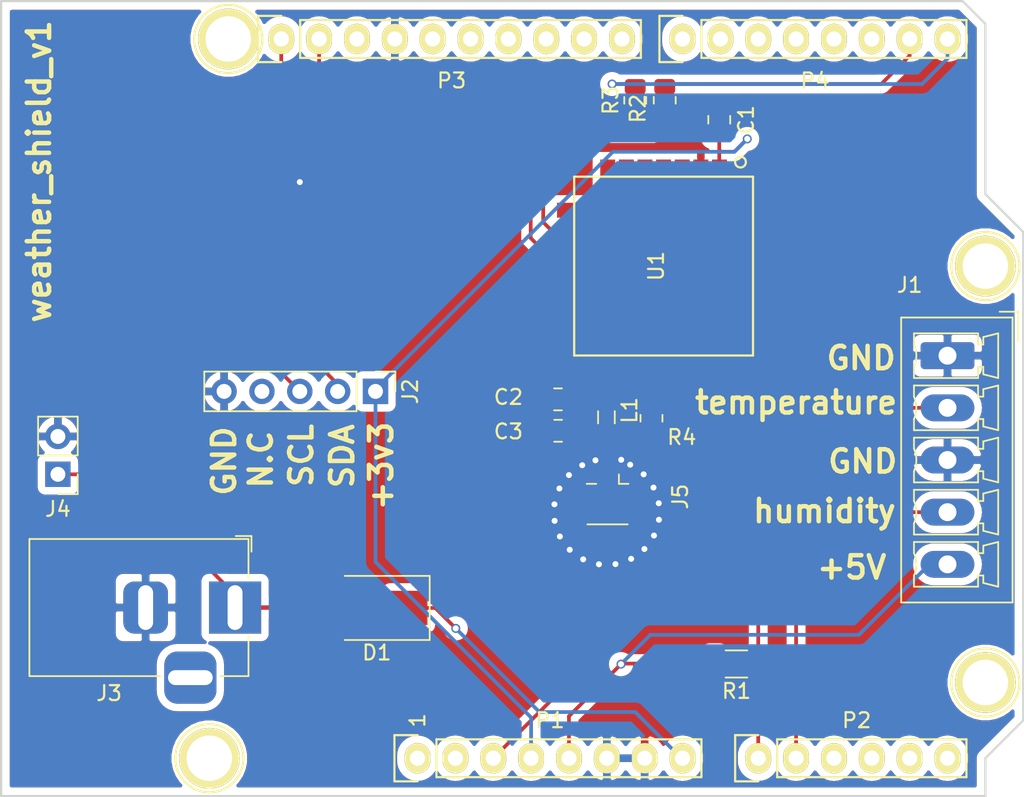
<source format=kicad_pcb>
(kicad_pcb (version 20171130) (host pcbnew 5.1.9+dfsg1-1~bpo10+1)

  (general
    (thickness 1.6)
    (drawings 46)
    (tracks 121)
    (zones 0)
    (modules 24)
    (nets 60)
  )

  (page A4)
  (title_block
    (title "weather shield")
    (date 2021-09-07)
    (rev 1)
    (company "Open Studio")
  )

  (layers
    (0 F.Cu signal)
    (31 B.Cu signal)
    (32 B.Adhes user)
    (33 F.Adhes user)
    (34 B.Paste user)
    (35 F.Paste user)
    (36 B.SilkS user)
    (37 F.SilkS user)
    (38 B.Mask user)
    (39 F.Mask user)
    (40 Dwgs.User user hide)
    (41 Cmts.User user)
    (42 Eco1.User user)
    (43 Eco2.User user)
    (44 Edge.Cuts user)
    (45 Margin user)
    (46 B.CrtYd user)
    (47 F.CrtYd user)
    (48 B.Fab user)
    (49 F.Fab user)
  )

  (setup
    (last_trace_width 0.25)
    (trace_clearance 0.2)
    (zone_clearance 0.508)
    (zone_45_only no)
    (trace_min 0.2)
    (via_size 0.6)
    (via_drill 0.4)
    (via_min_size 0.4)
    (via_min_drill 0.3)
    (uvia_size 0.3)
    (uvia_drill 0.1)
    (uvias_allowed no)
    (uvia_min_size 0.2)
    (uvia_min_drill 0.1)
    (edge_width 0.15)
    (segment_width 0.15)
    (pcb_text_width 0.3)
    (pcb_text_size 1.5 1.5)
    (mod_edge_width 0.15)
    (mod_text_size 1 1)
    (mod_text_width 0.15)
    (pad_size 4.064 4.064)
    (pad_drill 3.048)
    (pad_to_mask_clearance 0)
    (aux_axis_origin 110.998 126.365)
    (grid_origin 110.998 126.365)
    (visible_elements FFFFEF7F)
    (pcbplotparams
      (layerselection 0x3feff_ffffffff)
      (usegerberextensions false)
      (usegerberattributes true)
      (usegerberadvancedattributes true)
      (creategerberjobfile true)
      (excludeedgelayer true)
      (linewidth 0.100000)
      (plotframeref false)
      (viasonmask false)
      (mode 1)
      (useauxorigin false)
      (hpglpennumber 1)
      (hpglpenspeed 20)
      (hpglpendiameter 15.000000)
      (psnegative false)
      (psa4output false)
      (plotreference true)
      (plotvalue true)
      (plotinvisibletext false)
      (padsonsilk false)
      (subtractmaskfromsilk false)
      (outputformat 1)
      (mirror false)
      (drillshape 0)
      (scaleselection 1)
      (outputdirectory "gerber/"))
  )

  (net 0 "")
  (net 1 /IOREF)
  (net 2 /Reset)
  (net 3 +5V)
  (net 4 GND)
  (net 5 /Vin)
  (net 6 /A2)
  (net 7 /A3)
  (net 8 /AREF)
  (net 9 "/A4(SDA)")
  (net 10 "/A5(SCL)")
  (net 11 "/9(**)")
  (net 12 /8)
  (net 13 /7)
  (net 14 "/6(**)")
  (net 15 "/5(**)")
  (net 16 /4)
  (net 17 "/3(**)")
  (net 18 /2)
  (net 19 "/1(Tx)")
  (net 20 "/0(Rx)")
  (net 21 "Net-(P5-Pad1)")
  (net 22 "Net-(P6-Pad1)")
  (net 23 "Net-(P7-Pad1)")
  (net 24 "Net-(P8-Pad1)")
  (net 25 "/13(SCK)")
  (net 26 "/10(**/SS)")
  (net 27 "Net-(P1-Pad1)")
  (net 28 +3V3)
  (net 29 "/12(MISO)")
  (net 30 "/11(**/MOSI)")
  (net 31 /temp_out)
  (net 32 /humidity)
  (net 33 "Net-(J2-Pad4)")
  (net 34 "Net-(D1-Pad2)")
  (net 35 "Net-(C2-Pad1)")
  (net 36 "Net-(C3-Pad1)")
  (net 37 "Net-(R2-Pad1)")
  (net 38 "Net-(R3-Pad1)")
  (net 39 "Net-(R4-Pad2)")
  (net 40 "Net-(U1-Pad4)")
  (net 41 "Net-(U1-Pad3)")
  (net 42 "Net-(U1-Pad5)")
  (net 43 "Net-(U1-Pad6)")
  (net 44 "Net-(U1-Pad7)")
  (net 45 "Net-(U1-Pad11)")
  (net 46 "Net-(U1-Pad8)")
  (net 47 "Net-(U1-Pad12)")
  (net 48 "Net-(U1-Pad13)")
  (net 49 "Net-(U1-Pad18)")
  (net 50 "Net-(U1-Pad19)")
  (net 51 "Net-(U1-Pad20)")
  (net 52 "Net-(U1-Pad21)")
  (net 53 "Net-(U1-Pad25)")
  (net 54 "Net-(U1-Pad24)")
  (net 55 "Net-(U1-Pad23)")
  (net 56 "Net-(U1-Pad22)")
  (net 57 "Net-(U1-Pad26)")
  (net 58 "Net-(U1-Pad27)")
  (net 59 "Net-(U1-Pad28)")

  (net_class Default "This is the default net class."
    (clearance 0.2)
    (trace_width 0.25)
    (via_dia 0.6)
    (via_drill 0.4)
    (uvia_dia 0.3)
    (uvia_drill 0.1)
    (add_net +3V3)
    (add_net +5V)
    (add_net "/0(Rx)")
    (add_net "/1(Tx)")
    (add_net "/10(**/SS)")
    (add_net "/11(**/MOSI)")
    (add_net "/12(MISO)")
    (add_net "/13(SCK)")
    (add_net /2)
    (add_net "/3(**)")
    (add_net /4)
    (add_net "/5(**)")
    (add_net "/6(**)")
    (add_net /7)
    (add_net /8)
    (add_net "/9(**)")
    (add_net /A2)
    (add_net /A3)
    (add_net "/A4(SDA)")
    (add_net "/A5(SCL)")
    (add_net /AREF)
    (add_net /IOREF)
    (add_net /Reset)
    (add_net /Vin)
    (add_net /humidity)
    (add_net /temp_out)
    (add_net GND)
    (add_net "Net-(C2-Pad1)")
    (add_net "Net-(C3-Pad1)")
    (add_net "Net-(D1-Pad2)")
    (add_net "Net-(J2-Pad4)")
    (add_net "Net-(P1-Pad1)")
    (add_net "Net-(P5-Pad1)")
    (add_net "Net-(P6-Pad1)")
    (add_net "Net-(P7-Pad1)")
    (add_net "Net-(P8-Pad1)")
    (add_net "Net-(R2-Pad1)")
    (add_net "Net-(R3-Pad1)")
    (add_net "Net-(R4-Pad2)")
    (add_net "Net-(U1-Pad11)")
    (add_net "Net-(U1-Pad12)")
    (add_net "Net-(U1-Pad13)")
    (add_net "Net-(U1-Pad18)")
    (add_net "Net-(U1-Pad19)")
    (add_net "Net-(U1-Pad20)")
    (add_net "Net-(U1-Pad21)")
    (add_net "Net-(U1-Pad22)")
    (add_net "Net-(U1-Pad23)")
    (add_net "Net-(U1-Pad24)")
    (add_net "Net-(U1-Pad25)")
    (add_net "Net-(U1-Pad26)")
    (add_net "Net-(U1-Pad27)")
    (add_net "Net-(U1-Pad28)")
    (add_net "Net-(U1-Pad3)")
    (add_net "Net-(U1-Pad4)")
    (add_net "Net-(U1-Pad5)")
    (add_net "Net-(U1-Pad6)")
    (add_net "Net-(U1-Pad7)")
    (add_net "Net-(U1-Pad8)")
  )

  (module Connector_Coaxial:U.FL_Hirose_U.FL-R-SMT-1_Vertical (layer F.Cu) (tedit 5A1DBFC3) (tstamp 613B79C9)
    (at 151.6888 106.299 270)
    (descr "Hirose U.FL Coaxial https://www.hirose.com/product/en/products/U.FL/U.FL-R-SMT-1%2810%29/")
    (tags "Hirose U.FL Coaxial")
    (path /614241F7)
    (attr smd)
    (fp_text reference J5 (at -0.0254 -4.8768 90) (layer F.SilkS)
      (effects (font (size 1 1) (thickness 0.15)))
    )
    (fp_text value Conn_Coaxial (at 0.475 3.2 90) (layer F.Fab)
      (effects (font (size 1 1) (thickness 0.15)))
    )
    (fp_line (start -2.02 1) (end -2.02 -1) (layer F.CrtYd) (width 0.05))
    (fp_line (start -1.32 1) (end -2.02 1) (layer F.CrtYd) (width 0.05))
    (fp_line (start 2.08 1.8) (end 2.28 1.8) (layer F.CrtYd) (width 0.05))
    (fp_line (start 2.08 2.5) (end 2.08 1.8) (layer F.CrtYd) (width 0.05))
    (fp_line (start 2.28 1.8) (end 2.28 -1.8) (layer F.CrtYd) (width 0.05))
    (fp_line (start -1.32 1.8) (end -1.12 1.8) (layer F.CrtYd) (width 0.05))
    (fp_line (start -1.12 2.5) (end -1.12 1.8) (layer F.CrtYd) (width 0.05))
    (fp_line (start 2.08 2.5) (end -1.12 2.5) (layer F.CrtYd) (width 0.05))
    (fp_line (start 1.835 -1.35) (end 1.835 1.35) (layer F.SilkS) (width 0.12))
    (fp_line (start -0.885 -0.76) (end -1.515 -0.76) (layer F.SilkS) (width 0.12))
    (fp_line (start -0.885 1.4) (end -0.885 0.76) (layer F.SilkS) (width 0.12))
    (fp_line (start -0.925 -0.3) (end -1.075 -0.15) (layer F.Fab) (width 0.1))
    (fp_line (start 1.775 -1.3) (end 1.375 -1.3) (layer F.Fab) (width 0.1))
    (fp_line (start 1.375 -1.5) (end 1.375 -1.3) (layer F.Fab) (width 0.1))
    (fp_line (start -0.425 -1.5) (end 1.375 -1.5) (layer F.Fab) (width 0.1))
    (fp_line (start 1.775 -1.3) (end 1.775 1.3) (layer F.Fab) (width 0.1))
    (fp_line (start 1.775 1.3) (end 1.375 1.3) (layer F.Fab) (width 0.1))
    (fp_line (start 1.375 1.5) (end 1.375 1.3) (layer F.Fab) (width 0.1))
    (fp_line (start -0.425 1.5) (end 1.375 1.5) (layer F.Fab) (width 0.1))
    (fp_line (start -0.425 -1.3) (end -0.825 -1.3) (layer F.Fab) (width 0.1))
    (fp_line (start -0.425 -1.5) (end -0.425 -1.3) (layer F.Fab) (width 0.1))
    (fp_line (start -0.825 -0.3) (end -0.825 -1.3) (layer F.Fab) (width 0.1))
    (fp_line (start -0.925 -0.3) (end -0.825 -0.3) (layer F.Fab) (width 0.1))
    (fp_line (start -1.075 0.3) (end -1.075 -0.15) (layer F.Fab) (width 0.1))
    (fp_line (start -1.075 0.3) (end -0.825 0.3) (layer F.Fab) (width 0.1))
    (fp_line (start -0.825 0.3) (end -0.825 1.3) (layer F.Fab) (width 0.1))
    (fp_line (start -0.425 1.3) (end -0.825 1.3) (layer F.Fab) (width 0.1))
    (fp_line (start -0.425 1.5) (end -0.425 1.3) (layer F.Fab) (width 0.1))
    (fp_line (start -0.885 -1.4) (end -0.885 -0.76) (layer F.SilkS) (width 0.12))
    (fp_line (start 2.08 -1.8) (end 2.28 -1.8) (layer F.CrtYd) (width 0.05))
    (fp_line (start 2.08 -1.8) (end 2.08 -2.5) (layer F.CrtYd) (width 0.05))
    (fp_line (start -1.32 -1) (end -1.32 -1.8) (layer F.CrtYd) (width 0.05))
    (fp_line (start 2.08 -2.5) (end -1.12 -2.5) (layer F.CrtYd) (width 0.05))
    (fp_line (start -1.12 -1.8) (end -1.12 -2.5) (layer F.CrtYd) (width 0.05))
    (fp_line (start -1.32 -1.8) (end -1.12 -1.8) (layer F.CrtYd) (width 0.05))
    (fp_line (start -1.32 1.8) (end -1.32 1) (layer F.CrtYd) (width 0.05))
    (fp_line (start -1.32 -1) (end -2.02 -1) (layer F.CrtYd) (width 0.05))
    (fp_text user %R (at 0.475 0) (layer F.Fab)
      (effects (font (size 0.6 0.6) (thickness 0.09)))
    )
    (pad 2 smd rect (at 0.475 -1.475 270) (size 2.2 1.05) (layers F.Cu F.Paste F.Mask)
      (net 4 GND))
    (pad 1 smd rect (at -1.05 0 270) (size 1.05 1) (layers F.Cu F.Paste F.Mask)
      (net 36 "Net-(C3-Pad1)"))
    (pad 2 smd rect (at 0.475 1.475 270) (size 2.2 1.05) (layers F.Cu F.Paste F.Mask)
      (net 4 GND))
    (model ${KISYS3DMOD}/Connector_Coaxial.3dshapes/U.FL_Hirose_U.FL-R-SMT-1_Vertical.wrl
      (offset (xyz 0.4749999928262157 0 0))
      (scale (xyz 1 1 1))
      (rotate (xyz 0 0 0))
    )
  )

  (module LoRa-E5_kicad:LoRa-E5 (layer F.Cu) (tedit 5FC0762C) (tstamp 613B6D37)
    (at 155.448 90.805 270)
    (path /613B519B)
    (fp_text reference U1 (at 0 0.5 90) (layer F.SilkS)
      (effects (font (size 1 1) (thickness 0.15)))
    )
    (fp_text value LoRa-E5 (at 0 -0.5 90) (layer F.Fab) hide
      (effects (font (size 1 1) (thickness 0.15)))
    )
    (fp_line (start -6 -6) (end 6 -6) (layer F.SilkS) (width 0.15))
    (fp_line (start 6 -6) (end 6 6) (layer F.SilkS) (width 0.15))
    (fp_line (start 6 6) (end -6 6) (layer F.SilkS) (width 0.15))
    (fp_line (start -6 6) (end -6 -6) (layer F.SilkS) (width 0.15))
    (fp_circle (center -6.98 -5.16) (end -6.66 -4.99) (layer F.SilkS) (width 0.15))
    (fp_line (start -6 -6) (end 6 -6) (layer F.Fab) (width 0.12))
    (fp_line (start 6 -6) (end 6 6) (layer F.Fab) (width 0.12))
    (fp_line (start 6 6) (end -6 6) (layer F.Fab) (width 0.12))
    (fp_line (start -6 6) (end -6 -6) (layer F.Fab) (width 0.12))
    (fp_circle (center -7 -5.2) (end -6.7 -5.1) (layer F.Fab) (width 0.12))
    (pad 4 smd rect (at -6 0) (size 1 2.3) (layers F.Cu F.Paste F.Mask)
      (net 40 "Net-(U1-Pad4)"))
    (pad 3 smd rect (at -6 -1.25) (size 1 2.3) (layers F.Cu F.Paste F.Mask)
      (net 41 "Net-(U1-Pad3)"))
    (pad 2 smd rect (at -6 -2.5) (size 1 2.3) (layers F.Cu F.Paste F.Mask)
      (net 4 GND))
    (pad 1 smd rect (at -6 -3.75) (size 1 2.3) (layers F.Cu F.Paste F.Mask)
      (net 28 +3V3))
    (pad 5 smd rect (at -6 1.25) (size 1 2.3) (layers F.Cu F.Paste F.Mask)
      (net 42 "Net-(U1-Pad5)"))
    (pad 6 smd rect (at -6 2.5) (size 1 2.3) (layers F.Cu F.Paste F.Mask)
      (net 43 "Net-(U1-Pad6)"))
    (pad 7 smd rect (at -6 3.75) (size 1 2.3) (layers F.Cu F.Paste F.Mask)
      (net 44 "Net-(U1-Pad7)"))
    (pad 11 smd rect (at 0 6 90) (size 1 2.3) (layers F.Cu F.Paste F.Mask)
      (net 45 "Net-(U1-Pad11)"))
    (pad 10 smd rect (at -1.25 6 90) (size 1 2.3) (layers F.Cu F.Paste F.Mask)
      (net 38 "Net-(R3-Pad1)"))
    (pad 9 smd rect (at -2.5 6 90) (size 1 2.3) (layers F.Cu F.Paste F.Mask)
      (net 37 "Net-(R2-Pad1)"))
    (pad 8 smd rect (at -3.75 6 90) (size 1 2.3) (layers F.Cu F.Paste F.Mask)
      (net 46 "Net-(U1-Pad8)"))
    (pad 12 smd rect (at 1.25 6 90) (size 1 2.3) (layers F.Cu F.Paste F.Mask)
      (net 47 "Net-(U1-Pad12)"))
    (pad 13 smd rect (at 2.5 6 90) (size 1 2.3) (layers F.Cu F.Paste F.Mask)
      (net 48 "Net-(U1-Pad13)"))
    (pad 14 smd rect (at 3.75 6 90) (size 1 2.3) (layers F.Cu F.Paste F.Mask)
      (net 4 GND))
    (pad 18 smd rect (at 6 0 180) (size 1 2.3) (layers F.Cu F.Paste F.Mask)
      (net 49 "Net-(U1-Pad18)"))
    (pad 17 smd rect (at 6 1.25 180) (size 1 2.3) (layers F.Cu F.Paste F.Mask)
      (net 39 "Net-(R4-Pad2)"))
    (pad 16 smd rect (at 6 2.5 180) (size 1 2.3) (layers F.Cu F.Paste F.Mask)
      (net 4 GND))
    (pad 15 smd rect (at 6 3.75 180) (size 1 2.3) (layers F.Cu F.Paste F.Mask)
      (net 35 "Net-(C2-Pad1)"))
    (pad 19 smd rect (at 6 -1.25 180) (size 1 2.3) (layers F.Cu F.Paste F.Mask)
      (net 50 "Net-(U1-Pad19)"))
    (pad 20 smd rect (at 6 -2.5 180) (size 1 2.3) (layers F.Cu F.Paste F.Mask)
      (net 51 "Net-(U1-Pad20)"))
    (pad 21 smd rect (at 6 -3.75 180) (size 1 2.3) (layers F.Cu F.Paste F.Mask)
      (net 52 "Net-(U1-Pad21)"))
    (pad 25 smd rect (at 0 -6 270) (size 1 2.3) (layers F.Cu F.Paste F.Mask)
      (net 53 "Net-(U1-Pad25)"))
    (pad 24 smd rect (at 1.25 -6 270) (size 1 2.3) (layers F.Cu F.Paste F.Mask)
      (net 54 "Net-(U1-Pad24)"))
    (pad 23 smd rect (at 2.5 -6 270) (size 1 2.3) (layers F.Cu F.Paste F.Mask)
      (net 55 "Net-(U1-Pad23)"))
    (pad 22 smd rect (at 3.75 -6 270) (size 1 2.3) (layers F.Cu F.Paste F.Mask)
      (net 56 "Net-(U1-Pad22)"))
    (pad 26 smd rect (at -1.25 -6 270) (size 1 2.3) (layers F.Cu F.Paste F.Mask)
      (net 57 "Net-(U1-Pad26)"))
    (pad 27 smd rect (at -2.5 -6 270) (size 1 2.3) (layers F.Cu F.Paste F.Mask)
      (net 58 "Net-(U1-Pad27)"))
    (pad 28 smd rect (at -3.75 -6 270) (size 1 2.3) (layers F.Cu F.Paste F.Mask)
      (net 59 "Net-(U1-Pad28)"))
  )

  (module Resistor_SMD:R_0805_2012Metric (layer F.Cu) (tedit 5F68FEEE) (tstamp 613B6D0D)
    (at 154.6352 101.0139 90)
    (descr "Resistor SMD 0805 (2012 Metric), square (rectangular) end terminal, IPC_7351 nominal, (Body size source: IPC-SM-782 page 72, https://www.pcb-3d.com/wordpress/wp-content/uploads/ipc-sm-782a_amendment_1_and_2.pdf), generated with kicad-footprint-generator")
    (tags resistor)
    (path /613DB737)
    (attr smd)
    (fp_text reference R4 (at -1.2719 2.032 180) (layer F.SilkS)
      (effects (font (size 1 1) (thickness 0.15)))
    )
    (fp_text value R (at 0 1.65 90) (layer F.Fab)
      (effects (font (size 1 1) (thickness 0.15)))
    )
    (fp_line (start -1 0.625) (end -1 -0.625) (layer F.Fab) (width 0.1))
    (fp_line (start -1 -0.625) (end 1 -0.625) (layer F.Fab) (width 0.1))
    (fp_line (start 1 -0.625) (end 1 0.625) (layer F.Fab) (width 0.1))
    (fp_line (start 1 0.625) (end -1 0.625) (layer F.Fab) (width 0.1))
    (fp_line (start -0.227064 -0.735) (end 0.227064 -0.735) (layer F.SilkS) (width 0.12))
    (fp_line (start -0.227064 0.735) (end 0.227064 0.735) (layer F.SilkS) (width 0.12))
    (fp_line (start -1.68 0.95) (end -1.68 -0.95) (layer F.CrtYd) (width 0.05))
    (fp_line (start -1.68 -0.95) (end 1.68 -0.95) (layer F.CrtYd) (width 0.05))
    (fp_line (start 1.68 -0.95) (end 1.68 0.95) (layer F.CrtYd) (width 0.05))
    (fp_line (start 1.68 0.95) (end -1.68 0.95) (layer F.CrtYd) (width 0.05))
    (fp_text user %R (at 0 0 90) (layer F.Fab)
      (effects (font (size 0.5 0.5) (thickness 0.08)))
    )
    (pad 2 smd roundrect (at 0.9125 0 90) (size 1.025 1.4) (layers F.Cu F.Paste F.Mask) (roundrect_rratio 0.2439014634146341)
      (net 39 "Net-(R4-Pad2)"))
    (pad 1 smd roundrect (at -0.9125 0 90) (size 1.025 1.4) (layers F.Cu F.Paste F.Mask) (roundrect_rratio 0.2439014634146341)
      (net 2 /Reset))
    (model ${KISYS3DMOD}/Resistor_SMD.3dshapes/R_0805_2012Metric.wrl
      (at (xyz 0 0 0))
      (scale (xyz 1 1 1))
      (rotate (xyz 0 0 0))
    )
  )

  (module Resistor_SMD:R_0805_2012Metric (layer F.Cu) (tedit 5F68FEEE) (tstamp 613B6CFC)
    (at 153.543 79.6817 90)
    (descr "Resistor SMD 0805 (2012 Metric), square (rectangular) end terminal, IPC_7351 nominal, (Body size source: IPC-SM-782 page 72, https://www.pcb-3d.com/wordpress/wp-content/uploads/ipc-sm-782a_amendment_1_and_2.pdf), generated with kicad-footprint-generator")
    (tags resistor)
    (path /613E9D96)
    (attr smd)
    (fp_text reference R3 (at 0 -1.65 90) (layer F.SilkS)
      (effects (font (size 1 1) (thickness 0.15)))
    )
    (fp_text value 22 (at 0 1.65 90) (layer F.Fab) hide
      (effects (font (size 1 1) (thickness 0.15)))
    )
    (fp_line (start -1 0.625) (end -1 -0.625) (layer F.Fab) (width 0.1))
    (fp_line (start -1 -0.625) (end 1 -0.625) (layer F.Fab) (width 0.1))
    (fp_line (start 1 -0.625) (end 1 0.625) (layer F.Fab) (width 0.1))
    (fp_line (start 1 0.625) (end -1 0.625) (layer F.Fab) (width 0.1))
    (fp_line (start -0.227064 -0.735) (end 0.227064 -0.735) (layer F.SilkS) (width 0.12))
    (fp_line (start -0.227064 0.735) (end 0.227064 0.735) (layer F.SilkS) (width 0.12))
    (fp_line (start -1.68 0.95) (end -1.68 -0.95) (layer F.CrtYd) (width 0.05))
    (fp_line (start -1.68 -0.95) (end 1.68 -0.95) (layer F.CrtYd) (width 0.05))
    (fp_line (start 1.68 -0.95) (end 1.68 0.95) (layer F.CrtYd) (width 0.05))
    (fp_line (start 1.68 0.95) (end -1.68 0.95) (layer F.CrtYd) (width 0.05))
    (fp_text user %R (at 0 0 90) (layer F.Fab)
      (effects (font (size 0.5 0.5) (thickness 0.08)))
    )
    (pad 2 smd roundrect (at 0.9125 0 90) (size 1.025 1.4) (layers F.Cu F.Paste F.Mask) (roundrect_rratio 0.2439014634146341)
      (net 20 "/0(Rx)"))
    (pad 1 smd roundrect (at -0.9125 0 90) (size 1.025 1.4) (layers F.Cu F.Paste F.Mask) (roundrect_rratio 0.2439014634146341)
      (net 38 "Net-(R3-Pad1)"))
    (model ${KISYS3DMOD}/Resistor_SMD.3dshapes/R_0805_2012Metric.wrl
      (at (xyz 0 0 0))
      (scale (xyz 1 1 1))
      (rotate (xyz 0 0 0))
    )
  )

  (module Resistor_SMD:R_0805_2012Metric (layer F.Cu) (tedit 5F68FEEE) (tstamp 613B6CEB)
    (at 155.5242 79.6779 90)
    (descr "Resistor SMD 0805 (2012 Metric), square (rectangular) end terminal, IPC_7351 nominal, (Body size source: IPC-SM-782 page 72, https://www.pcb-3d.com/wordpress/wp-content/uploads/ipc-sm-782a_amendment_1_and_2.pdf), generated with kicad-footprint-generator")
    (tags resistor)
    (path /613E8A52)
    (attr smd)
    (fp_text reference R2 (at -0.5607 -1.8034 90) (layer F.SilkS)
      (effects (font (size 1 1) (thickness 0.15)))
    )
    (fp_text value 22 (at 0 1.65 90) (layer F.Fab) hide
      (effects (font (size 1 1) (thickness 0.15)))
    )
    (fp_line (start -1 0.625) (end -1 -0.625) (layer F.Fab) (width 0.1))
    (fp_line (start -1 -0.625) (end 1 -0.625) (layer F.Fab) (width 0.1))
    (fp_line (start 1 -0.625) (end 1 0.625) (layer F.Fab) (width 0.1))
    (fp_line (start 1 0.625) (end -1 0.625) (layer F.Fab) (width 0.1))
    (fp_line (start -0.227064 -0.735) (end 0.227064 -0.735) (layer F.SilkS) (width 0.12))
    (fp_line (start -0.227064 0.735) (end 0.227064 0.735) (layer F.SilkS) (width 0.12))
    (fp_line (start -1.68 0.95) (end -1.68 -0.95) (layer F.CrtYd) (width 0.05))
    (fp_line (start -1.68 -0.95) (end 1.68 -0.95) (layer F.CrtYd) (width 0.05))
    (fp_line (start 1.68 -0.95) (end 1.68 0.95) (layer F.CrtYd) (width 0.05))
    (fp_line (start 1.68 0.95) (end -1.68 0.95) (layer F.CrtYd) (width 0.05))
    (fp_text user %R (at 0 0 90) (layer F.Fab)
      (effects (font (size 0.5 0.5) (thickness 0.08)))
    )
    (pad 2 smd roundrect (at 0.9125 0 90) (size 1.025 1.4) (layers F.Cu F.Paste F.Mask) (roundrect_rratio 0.2439014634146341)
      (net 19 "/1(Tx)"))
    (pad 1 smd roundrect (at -0.9125 0 90) (size 1.025 1.4) (layers F.Cu F.Paste F.Mask) (roundrect_rratio 0.2439014634146341)
      (net 37 "Net-(R2-Pad1)"))
    (model ${KISYS3DMOD}/Resistor_SMD.3dshapes/R_0805_2012Metric.wrl
      (at (xyz 0 0 0))
      (scale (xyz 1 1 1))
      (rotate (xyz 0 0 0))
    )
  )

  (module Inductor_SMD:L_0805_2012Metric_Pad1.05x1.20mm_HandSolder (layer F.Cu) (tedit 5F68FEF0) (tstamp 613B6BE2)
    (at 151.6126 100.9466 270)
    (descr "Inductor SMD 0805 (2012 Metric), square (rectangular) end terminal, IPC_7351 nominal with elongated pad for handsoldering. (Body size source: IPC-SM-782 page 80, https://www.pcb-3d.com/wordpress/wp-content/uploads/ipc-sm-782a_amendment_1_and_2.pdf), generated with kicad-footprint-generator")
    (tags "inductor handsolder")
    (path /614128C5)
    (attr smd)
    (fp_text reference L1 (at -0.4642 -1.5494 90) (layer F.SilkS)
      (effects (font (size 1 1) (thickness 0.15)))
    )
    (fp_text value L (at 0 1.55 90) (layer F.Fab)
      (effects (font (size 1 1) (thickness 0.15)))
    )
    (fp_line (start -1 0.45) (end -1 -0.45) (layer F.Fab) (width 0.1))
    (fp_line (start -1 -0.45) (end 1 -0.45) (layer F.Fab) (width 0.1))
    (fp_line (start 1 -0.45) (end 1 0.45) (layer F.Fab) (width 0.1))
    (fp_line (start 1 0.45) (end -1 0.45) (layer F.Fab) (width 0.1))
    (fp_line (start -0.410242 -0.56) (end 0.410242 -0.56) (layer F.SilkS) (width 0.12))
    (fp_line (start -0.410242 0.56) (end 0.410242 0.56) (layer F.SilkS) (width 0.12))
    (fp_line (start -1.92 0.85) (end -1.92 -0.85) (layer F.CrtYd) (width 0.05))
    (fp_line (start -1.92 -0.85) (end 1.92 -0.85) (layer F.CrtYd) (width 0.05))
    (fp_line (start 1.92 -0.85) (end 1.92 0.85) (layer F.CrtYd) (width 0.05))
    (fp_line (start 1.92 0.85) (end -1.92 0.85) (layer F.CrtYd) (width 0.05))
    (fp_text user %R (at 0 0 90) (layer F.Fab)
      (effects (font (size 0.5 0.5) (thickness 0.08)))
    )
    (pad 2 smd roundrect (at 1.15 0 270) (size 1.05 1.2) (layers F.Cu F.Paste F.Mask) (roundrect_rratio 0.2380942857142857)
      (net 36 "Net-(C3-Pad1)"))
    (pad 1 smd roundrect (at -1.15 0 270) (size 1.05 1.2) (layers F.Cu F.Paste F.Mask) (roundrect_rratio 0.2380942857142857)
      (net 35 "Net-(C2-Pad1)"))
    (model ${KISYS3DMOD}/Inductor_SMD.3dshapes/L_0805_2012Metric.wrl
      (at (xyz 0 0 0))
      (scale (xyz 1 1 1))
      (rotate (xyz 0 0 0))
    )
  )

  (module Capacitor_SMD:C_0805_2012Metric (layer F.Cu) (tedit 5F68FEEE) (tstamp 613B6A47)
    (at 148.3716 101.854 180)
    (descr "Capacitor SMD 0805 (2012 Metric), square (rectangular) end terminal, IPC_7351 nominal, (Body size source: IPC-SM-782 page 76, https://www.pcb-3d.com/wordpress/wp-content/uploads/ipc-sm-782a_amendment_1_and_2.pdf, https://docs.google.com/spreadsheets/d/1BsfQQcO9C6DZCsRaXUlFlo91Tg2WpOkGARC1WS5S8t0/edit?usp=sharing), generated with kicad-footprint-generator")
    (tags capacitor)
    (path /61412039)
    (attr smd)
    (fp_text reference C3 (at 3.3376 -0.0508) (layer F.SilkS)
      (effects (font (size 1 1) (thickness 0.15)))
    )
    (fp_text value C (at 0 1.68) (layer F.Fab)
      (effects (font (size 1 1) (thickness 0.15)))
    )
    (fp_line (start -1 0.625) (end -1 -0.625) (layer F.Fab) (width 0.1))
    (fp_line (start -1 -0.625) (end 1 -0.625) (layer F.Fab) (width 0.1))
    (fp_line (start 1 -0.625) (end 1 0.625) (layer F.Fab) (width 0.1))
    (fp_line (start 1 0.625) (end -1 0.625) (layer F.Fab) (width 0.1))
    (fp_line (start -0.261252 -0.735) (end 0.261252 -0.735) (layer F.SilkS) (width 0.12))
    (fp_line (start -0.261252 0.735) (end 0.261252 0.735) (layer F.SilkS) (width 0.12))
    (fp_line (start -1.7 0.98) (end -1.7 -0.98) (layer F.CrtYd) (width 0.05))
    (fp_line (start -1.7 -0.98) (end 1.7 -0.98) (layer F.CrtYd) (width 0.05))
    (fp_line (start 1.7 -0.98) (end 1.7 0.98) (layer F.CrtYd) (width 0.05))
    (fp_line (start 1.7 0.98) (end -1.7 0.98) (layer F.CrtYd) (width 0.05))
    (fp_text user %R (at 0 0) (layer F.Fab)
      (effects (font (size 0.5 0.5) (thickness 0.08)))
    )
    (pad 2 smd roundrect (at 0.95 0 180) (size 1 1.45) (layers F.Cu F.Paste F.Mask) (roundrect_rratio 0.25)
      (net 4 GND))
    (pad 1 smd roundrect (at -0.95 0 180) (size 1 1.45) (layers F.Cu F.Paste F.Mask) (roundrect_rratio 0.25)
      (net 36 "Net-(C3-Pad1)"))
    (model ${KISYS3DMOD}/Capacitor_SMD.3dshapes/C_0805_2012Metric.wrl
      (at (xyz 0 0 0))
      (scale (xyz 1 1 1))
      (rotate (xyz 0 0 0))
    )
  )

  (module Capacitor_SMD:C_0805_2012Metric (layer F.Cu) (tedit 5F68FEEE) (tstamp 613B6A36)
    (at 148.3614 99.7458 180)
    (descr "Capacitor SMD 0805 (2012 Metric), square (rectangular) end terminal, IPC_7351 nominal, (Body size source: IPC-SM-782 page 76, https://www.pcb-3d.com/wordpress/wp-content/uploads/ipc-sm-782a_amendment_1_and_2.pdf, https://docs.google.com/spreadsheets/d/1BsfQQcO9C6DZCsRaXUlFlo91Tg2WpOkGARC1WS5S8t0/edit?usp=sharing), generated with kicad-footprint-generator")
    (tags capacitor)
    (path /614119D2)
    (attr smd)
    (fp_text reference C2 (at 3.3274 0.1524) (layer F.SilkS)
      (effects (font (size 1 1) (thickness 0.15)))
    )
    (fp_text value C (at 0 1.68) (layer F.Fab)
      (effects (font (size 1 1) (thickness 0.15)))
    )
    (fp_line (start -1 0.625) (end -1 -0.625) (layer F.Fab) (width 0.1))
    (fp_line (start -1 -0.625) (end 1 -0.625) (layer F.Fab) (width 0.1))
    (fp_line (start 1 -0.625) (end 1 0.625) (layer F.Fab) (width 0.1))
    (fp_line (start 1 0.625) (end -1 0.625) (layer F.Fab) (width 0.1))
    (fp_line (start -0.261252 -0.735) (end 0.261252 -0.735) (layer F.SilkS) (width 0.12))
    (fp_line (start -0.261252 0.735) (end 0.261252 0.735) (layer F.SilkS) (width 0.12))
    (fp_line (start -1.7 0.98) (end -1.7 -0.98) (layer F.CrtYd) (width 0.05))
    (fp_line (start -1.7 -0.98) (end 1.7 -0.98) (layer F.CrtYd) (width 0.05))
    (fp_line (start 1.7 -0.98) (end 1.7 0.98) (layer F.CrtYd) (width 0.05))
    (fp_line (start 1.7 0.98) (end -1.7 0.98) (layer F.CrtYd) (width 0.05))
    (fp_text user %R (at 0 0) (layer F.Fab)
      (effects (font (size 0.5 0.5) (thickness 0.08)))
    )
    (pad 2 smd roundrect (at 0.95 0 180) (size 1 1.45) (layers F.Cu F.Paste F.Mask) (roundrect_rratio 0.25)
      (net 4 GND))
    (pad 1 smd roundrect (at -0.95 0 180) (size 1 1.45) (layers F.Cu F.Paste F.Mask) (roundrect_rratio 0.25)
      (net 35 "Net-(C2-Pad1)"))
    (model ${KISYS3DMOD}/Capacitor_SMD.3dshapes/C_0805_2012Metric.wrl
      (at (xyz 0 0 0))
      (scale (xyz 1 1 1))
      (rotate (xyz 0 0 0))
    )
  )

  (module Capacitor_SMD:C_0805_2012Metric (layer F.Cu) (tedit 5F68FEEE) (tstamp 613B6A25)
    (at 159.1818 80.9854 90)
    (descr "Capacitor SMD 0805 (2012 Metric), square (rectangular) end terminal, IPC_7351 nominal, (Body size source: IPC-SM-782 page 76, https://www.pcb-3d.com/wordpress/wp-content/uploads/ipc-sm-782a_amendment_1_and_2.pdf, https://docs.google.com/spreadsheets/d/1BsfQQcO9C6DZCsRaXUlFlo91Tg2WpOkGARC1WS5S8t0/edit?usp=sharing), generated with kicad-footprint-generator")
    (tags capacitor)
    (path /613B6FD8)
    (attr smd)
    (fp_text reference C1 (at 0 1.8034 90) (layer F.SilkS)
      (effects (font (size 1 1) (thickness 0.15)))
    )
    (fp_text value C (at 0 1.68 90) (layer F.Fab)
      (effects (font (size 1 1) (thickness 0.15)))
    )
    (fp_line (start -1 0.625) (end -1 -0.625) (layer F.Fab) (width 0.1))
    (fp_line (start -1 -0.625) (end 1 -0.625) (layer F.Fab) (width 0.1))
    (fp_line (start 1 -0.625) (end 1 0.625) (layer F.Fab) (width 0.1))
    (fp_line (start 1 0.625) (end -1 0.625) (layer F.Fab) (width 0.1))
    (fp_line (start -0.261252 -0.735) (end 0.261252 -0.735) (layer F.SilkS) (width 0.12))
    (fp_line (start -0.261252 0.735) (end 0.261252 0.735) (layer F.SilkS) (width 0.12))
    (fp_line (start -1.7 0.98) (end -1.7 -0.98) (layer F.CrtYd) (width 0.05))
    (fp_line (start -1.7 -0.98) (end 1.7 -0.98) (layer F.CrtYd) (width 0.05))
    (fp_line (start 1.7 -0.98) (end 1.7 0.98) (layer F.CrtYd) (width 0.05))
    (fp_line (start 1.7 0.98) (end -1.7 0.98) (layer F.CrtYd) (width 0.05))
    (fp_text user %R (at 0 0 90) (layer F.Fab)
      (effects (font (size 0.5 0.5) (thickness 0.08)))
    )
    (pad 2 smd roundrect (at 0.95 0 90) (size 1 1.45) (layers F.Cu F.Paste F.Mask) (roundrect_rratio 0.25)
      (net 4 GND))
    (pad 1 smd roundrect (at -0.95 0 90) (size 1 1.45) (layers F.Cu F.Paste F.Mask) (roundrect_rratio 0.25)
      (net 28 +3V3))
    (model ${KISYS3DMOD}/Capacitor_SMD.3dshapes/C_0805_2012Metric.wrl
      (at (xyz 0 0 0))
      (scale (xyz 1 1 1))
      (rotate (xyz 0 0 0))
    )
  )

  (module Connector_PinHeader_2.54mm:PinHeader_1x02_P2.54mm_Vertical (layer F.Cu) (tedit 59FED5CC) (tstamp 6138D4ED)
    (at 114.808 104.775 180)
    (descr "Through hole straight pin header, 1x02, 2.54mm pitch, single row")
    (tags "Through hole pin header THT 1x02 2.54mm single row")
    (path /613887E2)
    (fp_text reference J4 (at 0 -2.33) (layer F.SilkS)
      (effects (font (size 1 1) (thickness 0.15)))
    )
    (fp_text value Conn_01x02_Female (at 0 4.87) (layer F.Fab) hide
      (effects (font (size 1 1) (thickness 0.15)))
    )
    (fp_line (start 1.8 -1.8) (end -1.8 -1.8) (layer F.CrtYd) (width 0.05))
    (fp_line (start 1.8 4.35) (end 1.8 -1.8) (layer F.CrtYd) (width 0.05))
    (fp_line (start -1.8 4.35) (end 1.8 4.35) (layer F.CrtYd) (width 0.05))
    (fp_line (start -1.8 -1.8) (end -1.8 4.35) (layer F.CrtYd) (width 0.05))
    (fp_line (start -1.33 -1.33) (end 0 -1.33) (layer F.SilkS) (width 0.12))
    (fp_line (start -1.33 0) (end -1.33 -1.33) (layer F.SilkS) (width 0.12))
    (fp_line (start -1.33 1.27) (end 1.33 1.27) (layer F.SilkS) (width 0.12))
    (fp_line (start 1.33 1.27) (end 1.33 3.87) (layer F.SilkS) (width 0.12))
    (fp_line (start -1.33 1.27) (end -1.33 3.87) (layer F.SilkS) (width 0.12))
    (fp_line (start -1.33 3.87) (end 1.33 3.87) (layer F.SilkS) (width 0.12))
    (fp_line (start -1.27 -0.635) (end -0.635 -1.27) (layer F.Fab) (width 0.1))
    (fp_line (start -1.27 3.81) (end -1.27 -0.635) (layer F.Fab) (width 0.1))
    (fp_line (start 1.27 3.81) (end -1.27 3.81) (layer F.Fab) (width 0.1))
    (fp_line (start 1.27 -1.27) (end 1.27 3.81) (layer F.Fab) (width 0.1))
    (fp_line (start -0.635 -1.27) (end 1.27 -1.27) (layer F.Fab) (width 0.1))
    (fp_text user %R (at 0 1.27 90) (layer F.Fab)
      (effects (font (size 1 1) (thickness 0.15)))
    )
    (pad 2 thru_hole oval (at 0 2.54 180) (size 1.7 1.7) (drill 1) (layers *.Cu *.Mask)
      (net 4 GND))
    (pad 1 thru_hole rect (at 0 0 180) (size 1.7 1.7) (drill 1) (layers *.Cu *.Mask)
      (net 34 "Net-(D1-Pad2)"))
    (model ${KISYS3DMOD}/Connector_PinHeader_2.54mm.3dshapes/PinHeader_1x02_P2.54mm_Vertical.wrl
      (at (xyz 0 0 0))
      (scale (xyz 1 1 1))
      (rotate (xyz 0 0 0))
    )
  )

  (module Connector_BarrelJack:BarrelJack_Horizontal (layer F.Cu) (tedit 5A1DBF6A) (tstamp 6137C8C0)
    (at 126.6952 113.7158)
    (descr "DC Barrel Jack")
    (tags "Power Jack")
    (path /613DFF87)
    (fp_text reference J3 (at -8.45 5.75) (layer F.SilkS)
      (effects (font (size 1 1) (thickness 0.15)))
    )
    (fp_text value Barrel_Jack_MountingPin (at -6.2 -5.5) (layer F.Fab) hide
      (effects (font (size 1 1) (thickness 0.15)))
    )
    (fp_line (start -0.003213 -4.505425) (end 0.8 -3.75) (layer F.Fab) (width 0.1))
    (fp_line (start 1.1 -3.75) (end 1.1 -4.8) (layer F.SilkS) (width 0.12))
    (fp_line (start 0.05 -4.8) (end 1.1 -4.8) (layer F.SilkS) (width 0.12))
    (fp_line (start 1 -4.5) (end 1 -4.75) (layer F.CrtYd) (width 0.05))
    (fp_line (start 1 -4.75) (end -14 -4.75) (layer F.CrtYd) (width 0.05))
    (fp_line (start 1 -4.5) (end 1 -2) (layer F.CrtYd) (width 0.05))
    (fp_line (start 1 -2) (end 2 -2) (layer F.CrtYd) (width 0.05))
    (fp_line (start 2 -2) (end 2 2) (layer F.CrtYd) (width 0.05))
    (fp_line (start 2 2) (end 1 2) (layer F.CrtYd) (width 0.05))
    (fp_line (start 1 2) (end 1 4.75) (layer F.CrtYd) (width 0.05))
    (fp_line (start 1 4.75) (end -1 4.75) (layer F.CrtYd) (width 0.05))
    (fp_line (start -1 4.75) (end -1 6.75) (layer F.CrtYd) (width 0.05))
    (fp_line (start -1 6.75) (end -5 6.75) (layer F.CrtYd) (width 0.05))
    (fp_line (start -5 6.75) (end -5 4.75) (layer F.CrtYd) (width 0.05))
    (fp_line (start -5 4.75) (end -14 4.75) (layer F.CrtYd) (width 0.05))
    (fp_line (start -14 4.75) (end -14 -4.75) (layer F.CrtYd) (width 0.05))
    (fp_line (start -5 4.6) (end -13.8 4.6) (layer F.SilkS) (width 0.12))
    (fp_line (start -13.8 4.6) (end -13.8 -4.6) (layer F.SilkS) (width 0.12))
    (fp_line (start 0.9 1.9) (end 0.9 4.6) (layer F.SilkS) (width 0.12))
    (fp_line (start 0.9 4.6) (end -1 4.6) (layer F.SilkS) (width 0.12))
    (fp_line (start -13.8 -4.6) (end 0.9 -4.6) (layer F.SilkS) (width 0.12))
    (fp_line (start 0.9 -4.6) (end 0.9 -2) (layer F.SilkS) (width 0.12))
    (fp_line (start -10.2 -4.5) (end -10.2 4.5) (layer F.Fab) (width 0.1))
    (fp_line (start -13.7 -4.5) (end -13.7 4.5) (layer F.Fab) (width 0.1))
    (fp_line (start -13.7 4.5) (end 0.8 4.5) (layer F.Fab) (width 0.1))
    (fp_line (start 0.8 4.5) (end 0.8 -3.75) (layer F.Fab) (width 0.1))
    (fp_line (start 0 -4.5) (end -13.7 -4.5) (layer F.Fab) (width 0.1))
    (fp_text user %R (at -3 -2.95) (layer F.Fab)
      (effects (font (size 1 1) (thickness 0.15)))
    )
    (pad 3 thru_hole roundrect (at -3 4.7) (size 3.5 3.5) (drill oval 3 1) (layers *.Cu *.Mask) (roundrect_rratio 0.25))
    (pad 2 thru_hole roundrect (at -6 0) (size 3 3.5) (drill oval 1 3) (layers *.Cu *.Mask) (roundrect_rratio 0.25)
      (net 4 GND))
    (pad 1 thru_hole rect (at 0 0) (size 3.5 3.5) (drill oval 1 3) (layers *.Cu *.Mask)
      (net 34 "Net-(D1-Pad2)"))
    (model ${KISYS3DMOD}/Connector_BarrelJack.3dshapes/BarrelJack_Horizontal.wrl
      (at (xyz 0 0 0))
      (scale (xyz 1 1 1))
      (rotate (xyz 0 0 0))
    )
  )

  (module Symbol:logo (layer B.Cu) (tedit 0) (tstamp 6137C212)
    (at 120.998 82.365 90)
    (fp_text reference G*** (at 0 0 90) (layer B.SilkS) hide
      (effects (font (size 1.524 1.524) (thickness 0.3)) (justify mirror))
    )
    (fp_text value LOGO (at 0.75 0 90) (layer B.SilkS) hide
      (effects (font (size 1.524 1.524) (thickness 0.3)) (justify mirror))
    )
    (fp_poly (pts (xy 0.618307 4.947727) (xy 1.413016 4.769005) (xy 2.136916 4.48268) (xy 2.754056 4.100167)
      (xy 2.825421 4.043269) (xy 3.068509 3.843454) (xy 2.888921 3.491433) (xy 2.739023 3.03626)
      (xy 2.747574 2.59481) (xy 2.908194 2.193336) (xy 3.214502 1.858089) (xy 3.301019 1.795689)
      (xy 3.51894 1.676877) (xy 3.752472 1.622955) (xy 4.074324 1.61791) (xy 4.103263 1.619024)
      (xy 4.610155 1.639711) (xy 4.721354 1.264356) (xy 4.782286 0.991196) (xy 4.838272 0.6246)
      (xy 4.877892 0.240342) (xy 4.879974 0.211666) (xy 4.860853 -0.679878) (xy 4.684175 -1.536988)
      (xy 4.36072 -2.343593) (xy 3.901265 -3.083621) (xy 3.316589 -3.741001) (xy 2.61747 -4.299662)
      (xy 1.814686 -4.743534) (xy 1.459785 -4.887984) (xy 0.933648 -5.029315) (xy 0.311512 -5.115614)
      (xy -0.341378 -5.143555) (xy -0.959776 -5.109809) (xy -1.395965 -5.033621) (xy -2.237921 -4.739571)
      (xy -3.013894 -4.308104) (xy -3.701319 -3.757322) (xy -4.277628 -3.105329) (xy -4.720256 -2.370231)
      (xy -4.722983 -2.364513) (xy -4.98936 -1.745949) (xy -5.159248 -1.190314) (xy -5.247827 -0.633245)
      (xy -5.270483 -0.042849) (xy -5.26553 0.01787) (xy -2.955163 0.01787) (xy -2.915706 -0.581781)
      (xy -2.797734 -1.033072) (xy -2.492921 -1.610734) (xy -2.057027 -2.112124) (xy -1.521231 -2.509415)
      (xy -0.916706 -2.774779) (xy -0.814266 -2.803502) (xy -0.428239 -2.84967) (xy 0.039014 -2.827151)
      (xy 0.51784 -2.744134) (xy 0.938588 -2.608805) (xy 0.973317 -2.593384) (xy 1.512477 -2.2592)
      (xy 1.977697 -1.79836) (xy 2.330418 -1.249807) (xy 2.355145 -1.197861) (xy 2.485664 -0.868841)
      (xy 2.554403 -0.548767) (xy 2.57764 -0.156114) (xy 2.578225 -0.080624) (xy 2.56804 0.293457)
      (xy 2.522239 0.581742) (xy 2.421881 0.866944) (xy 2.302942 1.12142) (xy 1.925102 1.720308)
      (xy 1.453459 2.180941) (xy 0.896806 2.498102) (xy 0.263939 2.666577) (xy -0.338666 2.688327)
      (xy -1.031108 2.570775) (xy -1.643146 2.309999) (xy -2.16167 1.914531) (xy -2.573568 1.392902)
      (xy -2.70748 1.146828) (xy -2.884844 0.616061) (xy -2.955163 0.01787) (xy -5.26553 0.01787)
      (xy -5.196378 0.865497) (xy -4.978281 1.694563) (xy -4.609364 2.460534) (xy -4.082799 3.179597)
      (xy -3.769443 3.515443) (xy -3.084171 4.111381) (xy -2.37056 4.547901) (xy -1.605133 4.834846)
      (xy -0.76441 4.982063) (xy -0.211258 5.00743) (xy 0.618307 4.947727)) (layer Eco2.User) (width 0.01))
  )

  (module Socket_Arduino_Uno:Socket_Strip_Arduino_1x08 locked (layer F.Cu) (tedit 552168D2) (tstamp 551AF9EA)
    (at 138.938 123.825)
    (descr "Through hole socket strip")
    (tags "socket strip")
    (path /56D70129)
    (fp_text reference P1 (at 8.89 -2.54) (layer F.SilkS)
      (effects (font (size 1 1) (thickness 0.15)))
    )
    (fp_text value Power (at 8.89 -4.064) (layer F.Fab)
      (effects (font (size 1 1) (thickness 0.15)))
    )
    (fp_line (start -1.55 -1.55) (end -1.55 1.55) (layer F.SilkS) (width 0.15))
    (fp_line (start 0 -1.55) (end -1.55 -1.55) (layer F.SilkS) (width 0.15))
    (fp_line (start 1.27 1.27) (end 1.27 -1.27) (layer F.SilkS) (width 0.15))
    (fp_line (start -1.55 1.55) (end 0 1.55) (layer F.SilkS) (width 0.15))
    (fp_line (start 19.05 -1.27) (end 1.27 -1.27) (layer F.SilkS) (width 0.15))
    (fp_line (start 19.05 1.27) (end 19.05 -1.27) (layer F.SilkS) (width 0.15))
    (fp_line (start 1.27 1.27) (end 19.05 1.27) (layer F.SilkS) (width 0.15))
    (fp_line (start -1.75 1.75) (end 19.55 1.75) (layer F.CrtYd) (width 0.05))
    (fp_line (start -1.75 -1.75) (end 19.55 -1.75) (layer F.CrtYd) (width 0.05))
    (fp_line (start 19.55 -1.75) (end 19.55 1.75) (layer F.CrtYd) (width 0.05))
    (fp_line (start -1.75 -1.75) (end -1.75 1.75) (layer F.CrtYd) (width 0.05))
    (pad 1 thru_hole oval (at 0 0) (size 1.7272 2.032) (drill 1.016) (layers *.Cu *.Mask F.SilkS)
      (net 27 "Net-(P1-Pad1)"))
    (pad 2 thru_hole oval (at 2.54 0) (size 1.7272 2.032) (drill 1.016) (layers *.Cu *.Mask F.SilkS)
      (net 1 /IOREF))
    (pad 3 thru_hole oval (at 5.08 0) (size 1.7272 2.032) (drill 1.016) (layers *.Cu *.Mask F.SilkS)
      (net 2 /Reset))
    (pad 4 thru_hole oval (at 7.62 0) (size 1.7272 2.032) (drill 1.016) (layers *.Cu *.Mask F.SilkS)
      (net 28 +3V3))
    (pad 5 thru_hole oval (at 10.16 0) (size 1.7272 2.032) (drill 1.016) (layers *.Cu *.Mask F.SilkS)
      (net 3 +5V))
    (pad 6 thru_hole oval (at 12.7 0) (size 1.7272 2.032) (drill 1.016) (layers *.Cu *.Mask F.SilkS)
      (net 4 GND))
    (pad 7 thru_hole oval (at 15.24 0) (size 1.7272 2.032) (drill 1.016) (layers *.Cu *.Mask F.SilkS)
      (net 4 GND))
    (pad 8 thru_hole oval (at 17.78 0) (size 1.7272 2.032) (drill 1.016) (layers *.Cu *.Mask F.SilkS)
      (net 5 /Vin))
    (model ${KIPRJMOD}/Socket_Arduino_Uno.3dshapes/Socket_header_Arduino_1x08.wrl
      (offset (xyz 8.889999866485596 0 0))
      (scale (xyz 1 1 1))
      (rotate (xyz 0 0 180))
    )
  )

  (module Socket_Arduino_Uno:Socket_Strip_Arduino_1x06 locked (layer F.Cu) (tedit 552168D6) (tstamp 551AF9FF)
    (at 161.798 123.825)
    (descr "Through hole socket strip")
    (tags "socket strip")
    (path /56D70DD8)
    (fp_text reference P2 (at 6.604 -2.54) (layer F.SilkS)
      (effects (font (size 1 1) (thickness 0.15)))
    )
    (fp_text value Analog (at 6.604 -4.064) (layer F.Fab)
      (effects (font (size 1 1) (thickness 0.15)))
    )
    (fp_line (start -1.55 -1.55) (end -1.55 1.55) (layer F.SilkS) (width 0.15))
    (fp_line (start 0 -1.55) (end -1.55 -1.55) (layer F.SilkS) (width 0.15))
    (fp_line (start 1.27 1.27) (end 1.27 -1.27) (layer F.SilkS) (width 0.15))
    (fp_line (start -1.55 1.55) (end 0 1.55) (layer F.SilkS) (width 0.15))
    (fp_line (start 13.97 -1.27) (end 1.27 -1.27) (layer F.SilkS) (width 0.15))
    (fp_line (start 13.97 1.27) (end 13.97 -1.27) (layer F.SilkS) (width 0.15))
    (fp_line (start 1.27 1.27) (end 13.97 1.27) (layer F.SilkS) (width 0.15))
    (fp_line (start -1.75 1.75) (end 14.45 1.75) (layer F.CrtYd) (width 0.05))
    (fp_line (start -1.75 -1.75) (end 14.45 -1.75) (layer F.CrtYd) (width 0.05))
    (fp_line (start 14.45 -1.75) (end 14.45 1.75) (layer F.CrtYd) (width 0.05))
    (fp_line (start -1.75 -1.75) (end -1.75 1.75) (layer F.CrtYd) (width 0.05))
    (pad 1 thru_hole oval (at 0 0) (size 1.7272 2.032) (drill 1.016) (layers *.Cu *.Mask F.SilkS)
      (net 31 /temp_out))
    (pad 2 thru_hole oval (at 2.54 0) (size 1.7272 2.032) (drill 1.016) (layers *.Cu *.Mask F.SilkS)
      (net 32 /humidity))
    (pad 3 thru_hole oval (at 5.08 0) (size 1.7272 2.032) (drill 1.016) (layers *.Cu *.Mask F.SilkS)
      (net 6 /A2))
    (pad 4 thru_hole oval (at 7.62 0) (size 1.7272 2.032) (drill 1.016) (layers *.Cu *.Mask F.SilkS)
      (net 7 /A3))
    (pad 5 thru_hole oval (at 10.16 0) (size 1.7272 2.032) (drill 1.016) (layers *.Cu *.Mask F.SilkS)
      (net 9 "/A4(SDA)"))
    (pad 6 thru_hole oval (at 12.7 0) (size 1.7272 2.032) (drill 1.016) (layers *.Cu *.Mask F.SilkS)
      (net 10 "/A5(SCL)"))
    (model ${KIPRJMOD}/Socket_Arduino_Uno.3dshapes/Socket_header_Arduino_1x06.wrl
      (offset (xyz 6.349999904632568 0 0))
      (scale (xyz 1 1 1))
      (rotate (xyz 0 0 180))
    )
  )

  (module Socket_Arduino_Uno:Socket_Strip_Arduino_1x10 locked (layer F.Cu) (tedit 552168BF) (tstamp 551AFA18)
    (at 129.794 75.565)
    (descr "Through hole socket strip")
    (tags "socket strip")
    (path /56D721E0)
    (fp_text reference P3 (at 11.43 2.794) (layer F.SilkS)
      (effects (font (size 1 1) (thickness 0.15)))
    )
    (fp_text value Digital (at 11.43 4.318) (layer F.Fab)
      (effects (font (size 1 1) (thickness 0.15)))
    )
    (fp_line (start -1.55 -1.55) (end -1.55 1.55) (layer F.SilkS) (width 0.15))
    (fp_line (start 0 -1.55) (end -1.55 -1.55) (layer F.SilkS) (width 0.15))
    (fp_line (start 1.27 1.27) (end 1.27 -1.27) (layer F.SilkS) (width 0.15))
    (fp_line (start -1.55 1.55) (end 0 1.55) (layer F.SilkS) (width 0.15))
    (fp_line (start 24.13 -1.27) (end 1.27 -1.27) (layer F.SilkS) (width 0.15))
    (fp_line (start 24.13 1.27) (end 24.13 -1.27) (layer F.SilkS) (width 0.15))
    (fp_line (start 1.27 1.27) (end 24.13 1.27) (layer F.SilkS) (width 0.15))
    (fp_line (start -1.75 1.75) (end 24.65 1.75) (layer F.CrtYd) (width 0.05))
    (fp_line (start -1.75 -1.75) (end 24.65 -1.75) (layer F.CrtYd) (width 0.05))
    (fp_line (start 24.65 -1.75) (end 24.65 1.75) (layer F.CrtYd) (width 0.05))
    (fp_line (start -1.75 -1.75) (end -1.75 1.75) (layer F.CrtYd) (width 0.05))
    (pad 1 thru_hole oval (at 0 0) (size 1.7272 2.032) (drill 1.016) (layers *.Cu *.Mask F.SilkS)
      (net 10 "/A5(SCL)"))
    (pad 2 thru_hole oval (at 2.54 0) (size 1.7272 2.032) (drill 1.016) (layers *.Cu *.Mask F.SilkS)
      (net 9 "/A4(SDA)"))
    (pad 3 thru_hole oval (at 5.08 0) (size 1.7272 2.032) (drill 1.016) (layers *.Cu *.Mask F.SilkS)
      (net 8 /AREF))
    (pad 4 thru_hole oval (at 7.62 0) (size 1.7272 2.032) (drill 1.016) (layers *.Cu *.Mask F.SilkS)
      (net 4 GND))
    (pad 5 thru_hole oval (at 10.16 0) (size 1.7272 2.032) (drill 1.016) (layers *.Cu *.Mask F.SilkS)
      (net 25 "/13(SCK)"))
    (pad 6 thru_hole oval (at 12.7 0) (size 1.7272 2.032) (drill 1.016) (layers *.Cu *.Mask F.SilkS)
      (net 29 "/12(MISO)"))
    (pad 7 thru_hole oval (at 15.24 0) (size 1.7272 2.032) (drill 1.016) (layers *.Cu *.Mask F.SilkS)
      (net 30 "/11(**/MOSI)"))
    (pad 8 thru_hole oval (at 17.78 0) (size 1.7272 2.032) (drill 1.016) (layers *.Cu *.Mask F.SilkS)
      (net 26 "/10(**/SS)"))
    (pad 9 thru_hole oval (at 20.32 0) (size 1.7272 2.032) (drill 1.016) (layers *.Cu *.Mask F.SilkS)
      (net 11 "/9(**)"))
    (pad 10 thru_hole oval (at 22.86 0) (size 1.7272 2.032) (drill 1.016) (layers *.Cu *.Mask F.SilkS)
      (net 12 /8))
    (model ${KIPRJMOD}/Socket_Arduino_Uno.3dshapes/Socket_header_Arduino_1x10.wrl
      (offset (xyz 11.42999982833862 0 0))
      (scale (xyz 1 1 1))
      (rotate (xyz 0 0 180))
    )
  )

  (module Socket_Arduino_Uno:Socket_Strip_Arduino_1x08 locked (layer F.Cu) (tedit 552168C7) (tstamp 551AFA2F)
    (at 156.718 75.565)
    (descr "Through hole socket strip")
    (tags "socket strip")
    (path /56D7164F)
    (fp_text reference P4 (at 8.89 2.794) (layer F.SilkS)
      (effects (font (size 1 1) (thickness 0.15)))
    )
    (fp_text value Digital (at 8.89 4.318) (layer F.Fab)
      (effects (font (size 1 1) (thickness 0.15)))
    )
    (fp_line (start -1.55 -1.55) (end -1.55 1.55) (layer F.SilkS) (width 0.15))
    (fp_line (start 0 -1.55) (end -1.55 -1.55) (layer F.SilkS) (width 0.15))
    (fp_line (start 1.27 1.27) (end 1.27 -1.27) (layer F.SilkS) (width 0.15))
    (fp_line (start -1.55 1.55) (end 0 1.55) (layer F.SilkS) (width 0.15))
    (fp_line (start 19.05 -1.27) (end 1.27 -1.27) (layer F.SilkS) (width 0.15))
    (fp_line (start 19.05 1.27) (end 19.05 -1.27) (layer F.SilkS) (width 0.15))
    (fp_line (start 1.27 1.27) (end 19.05 1.27) (layer F.SilkS) (width 0.15))
    (fp_line (start -1.75 1.75) (end 19.55 1.75) (layer F.CrtYd) (width 0.05))
    (fp_line (start -1.75 -1.75) (end 19.55 -1.75) (layer F.CrtYd) (width 0.05))
    (fp_line (start 19.55 -1.75) (end 19.55 1.75) (layer F.CrtYd) (width 0.05))
    (fp_line (start -1.75 -1.75) (end -1.75 1.75) (layer F.CrtYd) (width 0.05))
    (pad 1 thru_hole oval (at 0 0) (size 1.7272 2.032) (drill 1.016) (layers *.Cu *.Mask F.SilkS)
      (net 13 /7))
    (pad 2 thru_hole oval (at 2.54 0) (size 1.7272 2.032) (drill 1.016) (layers *.Cu *.Mask F.SilkS)
      (net 14 "/6(**)"))
    (pad 3 thru_hole oval (at 5.08 0) (size 1.7272 2.032) (drill 1.016) (layers *.Cu *.Mask F.SilkS)
      (net 15 "/5(**)"))
    (pad 4 thru_hole oval (at 7.62 0) (size 1.7272 2.032) (drill 1.016) (layers *.Cu *.Mask F.SilkS)
      (net 16 /4))
    (pad 5 thru_hole oval (at 10.16 0) (size 1.7272 2.032) (drill 1.016) (layers *.Cu *.Mask F.SilkS)
      (net 17 "/3(**)"))
    (pad 6 thru_hole oval (at 12.7 0) (size 1.7272 2.032) (drill 1.016) (layers *.Cu *.Mask F.SilkS)
      (net 18 /2))
    (pad 7 thru_hole oval (at 15.24 0) (size 1.7272 2.032) (drill 1.016) (layers *.Cu *.Mask F.SilkS)
      (net 19 "/1(Tx)"))
    (pad 8 thru_hole oval (at 17.78 0) (size 1.7272 2.032) (drill 1.016) (layers *.Cu *.Mask F.SilkS)
      (net 20 "/0(Rx)"))
    (model ${KIPRJMOD}/Socket_Arduino_Uno.3dshapes/Socket_header_Arduino_1x08.wrl
      (offset (xyz 8.889999866485596 0 0))
      (scale (xyz 1 1 1))
      (rotate (xyz 0 0 180))
    )
  )

  (module Socket_Arduino_Uno:Arduino_1pin locked (layer F.Cu) (tedit 5524FC39) (tstamp 5524FC3F)
    (at 124.968 123.825)
    (descr "module 1 pin (ou trou mecanique de percage)")
    (tags DEV)
    (path /56D71177)
    (fp_text reference P5 (at 0 -3.048) (layer F.SilkS) hide
      (effects (font (size 1 1) (thickness 0.15)))
    )
    (fp_text value CONN_01X01 (at 0 2.794) (layer F.Fab) hide
      (effects (font (size 1 1) (thickness 0.15)))
    )
    (fp_circle (center 0 0) (end 0 -2.286) (layer F.SilkS) (width 0.15))
    (pad 1 thru_hole circle (at 0 0) (size 4.064 4.064) (drill 3.048) (layers *.Cu *.Mask F.SilkS)
      (net 21 "Net-(P5-Pad1)"))
  )

  (module Socket_Arduino_Uno:Arduino_1pin locked (layer F.Cu) (tedit 5524FC4A) (tstamp 5524FC44)
    (at 177.038 118.745)
    (descr "module 1 pin (ou trou mecanique de percage)")
    (tags DEV)
    (path /56D71274)
    (fp_text reference P6 (at 0 -3.048) (layer F.SilkS) hide
      (effects (font (size 1 1) (thickness 0.15)))
    )
    (fp_text value CONN_01X01 (at 0 2.794) (layer F.Fab) hide
      (effects (font (size 1 1) (thickness 0.15)))
    )
    (fp_circle (center 0 0) (end 0 -2.286) (layer F.SilkS) (width 0.15))
    (pad 1 thru_hole circle (at 0 0) (size 4.064 4.064) (drill 3.048) (layers *.Cu *.Mask F.SilkS)
      (net 22 "Net-(P6-Pad1)"))
  )

  (module Socket_Arduino_Uno:Arduino_1pin locked (layer F.Cu) (tedit 5524FC2F) (tstamp 5524FC49)
    (at 126.238 75.565)
    (descr "module 1 pin (ou trou mecanique de percage)")
    (tags DEV)
    (path /56D712A8)
    (fp_text reference P7 (at 0 -3.048) (layer F.SilkS) hide
      (effects (font (size 1 1) (thickness 0.15)))
    )
    (fp_text value CONN_01X01 (at 0 2.794) (layer F.Fab) hide
      (effects (font (size 1 1) (thickness 0.15)))
    )
    (fp_circle (center 0 0) (end 0 -2.286) (layer F.SilkS) (width 0.15))
    (pad 1 thru_hole circle (at 0 0) (size 4.064 4.064) (drill 3.048) (layers *.Cu *.Mask F.SilkS)
      (net 23 "Net-(P7-Pad1)"))
  )

  (module Socket_Arduino_Uno:Arduino_1pin locked (layer F.Cu) (tedit 5524FC41) (tstamp 5524FC4E)
    (at 177.038 90.805)
    (descr "module 1 pin (ou trou mecanique de percage)")
    (tags DEV)
    (path /56D712DB)
    (fp_text reference P8 (at 0 -3.048) (layer F.SilkS) hide
      (effects (font (size 1 1) (thickness 0.15)))
    )
    (fp_text value CONN_01X01 (at 0 2.794) (layer F.Fab) hide
      (effects (font (size 1 1) (thickness 0.15)))
    )
    (fp_circle (center 0 0) (end 0 -2.286) (layer F.SilkS) (width 0.15))
    (pad 1 thru_hole circle (at 0 0) (size 4.064 4.064) (drill 3.048) (layers *.Cu *.Mask F.SilkS)
      (net 24 "Net-(P8-Pad1)"))
  )

  (module Connector_Phoenix_MC:PhoenixContact_MCV_1,5_5-G-3.5_1x05_P3.50mm_Vertical (layer F.Cu) (tedit 5B784ED0) (tstamp 613798CE)
    (at 174.498 96.815 270)
    (descr "Generic Phoenix Contact connector footprint for: MCV_1,5/5-G-3.5; number of pins: 05; pin pitch: 3.50mm; Vertical || order number: 1843635 8A 160V")
    (tags "phoenix_contact connector MCV_01x05_G_3.5mm")
    (path /6137CEFB)
    (fp_text reference J1 (at -4.74 2.54) (layer F.SilkS)
      (effects (font (size 1 1) (thickness 0.15)))
    )
    (fp_text value Conn_01x05 (at 7 4.2 90) (layer F.Fab) hide
      (effects (font (size 1 1) (thickness 0.15)))
    )
    (fp_line (start -2.95 -4.75) (end -0.95 -4.75) (layer F.Fab) (width 0.1))
    (fp_line (start -2.95 -3.5) (end -2.95 -4.75) (layer F.Fab) (width 0.1))
    (fp_line (start -2.95 -4.75) (end -0.95 -4.75) (layer F.SilkS) (width 0.12))
    (fp_line (start -2.95 -3.5) (end -2.95 -4.75) (layer F.SilkS) (width 0.12))
    (fp_line (start 16.95 -4.75) (end -2.95 -4.75) (layer F.CrtYd) (width 0.05))
    (fp_line (start 16.95 3.5) (end 16.95 -4.75) (layer F.CrtYd) (width 0.05))
    (fp_line (start -2.95 3.5) (end 16.95 3.5) (layer F.CrtYd) (width 0.05))
    (fp_line (start -2.95 -4.75) (end -2.95 3.5) (layer F.CrtYd) (width 0.05))
    (fp_line (start 15.5 2.25) (end 14.75 2.25) (layer F.SilkS) (width 0.12))
    (fp_line (start 15.5 -2.05) (end 15.5 2.25) (layer F.SilkS) (width 0.12))
    (fp_line (start 14.75 -2.05) (end 15.5 -2.05) (layer F.SilkS) (width 0.12))
    (fp_line (start 14.75 -2.4) (end 14.75 -2.05) (layer F.SilkS) (width 0.12))
    (fp_line (start 15.25 -2.4) (end 14.75 -2.4) (layer F.SilkS) (width 0.12))
    (fp_line (start 15.5 -3.4) (end 15.25 -2.4) (layer F.SilkS) (width 0.12))
    (fp_line (start 12.5 -3.4) (end 15.5 -3.4) (layer F.SilkS) (width 0.12))
    (fp_line (start 12.75 -2.4) (end 12.5 -3.4) (layer F.SilkS) (width 0.12))
    (fp_line (start 13.25 -2.4) (end 12.75 -2.4) (layer F.SilkS) (width 0.12))
    (fp_line (start 13.25 -2.05) (end 13.25 -2.4) (layer F.SilkS) (width 0.12))
    (fp_line (start 12.5 -2.05) (end 13.25 -2.05) (layer F.SilkS) (width 0.12))
    (fp_line (start 12.5 2.25) (end 12.5 -2.05) (layer F.SilkS) (width 0.12))
    (fp_line (start 13.25 2.25) (end 12.5 2.25) (layer F.SilkS) (width 0.12))
    (fp_line (start 12 2.25) (end 11.25 2.25) (layer F.SilkS) (width 0.12))
    (fp_line (start 12 -2.05) (end 12 2.25) (layer F.SilkS) (width 0.12))
    (fp_line (start 11.25 -2.05) (end 12 -2.05) (layer F.SilkS) (width 0.12))
    (fp_line (start 11.25 -2.4) (end 11.25 -2.05) (layer F.SilkS) (width 0.12))
    (fp_line (start 11.75 -2.4) (end 11.25 -2.4) (layer F.SilkS) (width 0.12))
    (fp_line (start 12 -3.4) (end 11.75 -2.4) (layer F.SilkS) (width 0.12))
    (fp_line (start 9 -3.4) (end 12 -3.4) (layer F.SilkS) (width 0.12))
    (fp_line (start 9.25 -2.4) (end 9 -3.4) (layer F.SilkS) (width 0.12))
    (fp_line (start 9.75 -2.4) (end 9.25 -2.4) (layer F.SilkS) (width 0.12))
    (fp_line (start 9.75 -2.05) (end 9.75 -2.4) (layer F.SilkS) (width 0.12))
    (fp_line (start 9 -2.05) (end 9.75 -2.05) (layer F.SilkS) (width 0.12))
    (fp_line (start 9 2.25) (end 9 -2.05) (layer F.SilkS) (width 0.12))
    (fp_line (start 9.75 2.25) (end 9 2.25) (layer F.SilkS) (width 0.12))
    (fp_line (start 8.5 2.25) (end 7.75 2.25) (layer F.SilkS) (width 0.12))
    (fp_line (start 8.5 -2.05) (end 8.5 2.25) (layer F.SilkS) (width 0.12))
    (fp_line (start 7.75 -2.05) (end 8.5 -2.05) (layer F.SilkS) (width 0.12))
    (fp_line (start 7.75 -2.4) (end 7.75 -2.05) (layer F.SilkS) (width 0.12))
    (fp_line (start 8.25 -2.4) (end 7.75 -2.4) (layer F.SilkS) (width 0.12))
    (fp_line (start 8.5 -3.4) (end 8.25 -2.4) (layer F.SilkS) (width 0.12))
    (fp_line (start 5.5 -3.4) (end 8.5 -3.4) (layer F.SilkS) (width 0.12))
    (fp_line (start 5.75 -2.4) (end 5.5 -3.4) (layer F.SilkS) (width 0.12))
    (fp_line (start 6.25 -2.4) (end 5.75 -2.4) (layer F.SilkS) (width 0.12))
    (fp_line (start 6.25 -2.05) (end 6.25 -2.4) (layer F.SilkS) (width 0.12))
    (fp_line (start 5.5 -2.05) (end 6.25 -2.05) (layer F.SilkS) (width 0.12))
    (fp_line (start 5.5 2.25) (end 5.5 -2.05) (layer F.SilkS) (width 0.12))
    (fp_line (start 6.25 2.25) (end 5.5 2.25) (layer F.SilkS) (width 0.12))
    (fp_line (start 5 2.25) (end 4.25 2.25) (layer F.SilkS) (width 0.12))
    (fp_line (start 5 -2.05) (end 5 2.25) (layer F.SilkS) (width 0.12))
    (fp_line (start 4.25 -2.05) (end 5 -2.05) (layer F.SilkS) (width 0.12))
    (fp_line (start 4.25 -2.4) (end 4.25 -2.05) (layer F.SilkS) (width 0.12))
    (fp_line (start 4.75 -2.4) (end 4.25 -2.4) (layer F.SilkS) (width 0.12))
    (fp_line (start 5 -3.4) (end 4.75 -2.4) (layer F.SilkS) (width 0.12))
    (fp_line (start 2 -3.4) (end 5 -3.4) (layer F.SilkS) (width 0.12))
    (fp_line (start 2.25 -2.4) (end 2 -3.4) (layer F.SilkS) (width 0.12))
    (fp_line (start 2.75 -2.4) (end 2.25 -2.4) (layer F.SilkS) (width 0.12))
    (fp_line (start 2.75 -2.05) (end 2.75 -2.4) (layer F.SilkS) (width 0.12))
    (fp_line (start 2 -2.05) (end 2.75 -2.05) (layer F.SilkS) (width 0.12))
    (fp_line (start 2 2.25) (end 2 -2.05) (layer F.SilkS) (width 0.12))
    (fp_line (start 2.75 2.25) (end 2 2.25) (layer F.SilkS) (width 0.12))
    (fp_line (start 1.5 2.25) (end 0.75 2.25) (layer F.SilkS) (width 0.12))
    (fp_line (start 1.5 -2.05) (end 1.5 2.25) (layer F.SilkS) (width 0.12))
    (fp_line (start 0.75 -2.05) (end 1.5 -2.05) (layer F.SilkS) (width 0.12))
    (fp_line (start 0.75 -2.4) (end 0.75 -2.05) (layer F.SilkS) (width 0.12))
    (fp_line (start 1.25 -2.4) (end 0.75 -2.4) (layer F.SilkS) (width 0.12))
    (fp_line (start 1.5 -3.4) (end 1.25 -2.4) (layer F.SilkS) (width 0.12))
    (fp_line (start -1.5 -3.4) (end 1.5 -3.4) (layer F.SilkS) (width 0.12))
    (fp_line (start -1.25 -2.4) (end -1.5 -3.4) (layer F.SilkS) (width 0.12))
    (fp_line (start -0.75 -2.4) (end -1.25 -2.4) (layer F.SilkS) (width 0.12))
    (fp_line (start -0.75 -2.05) (end -0.75 -2.4) (layer F.SilkS) (width 0.12))
    (fp_line (start -1.5 -2.05) (end -0.75 -2.05) (layer F.SilkS) (width 0.12))
    (fp_line (start -1.5 2.25) (end -1.5 -2.05) (layer F.SilkS) (width 0.12))
    (fp_line (start -0.75 2.25) (end -1.5 2.25) (layer F.SilkS) (width 0.12))
    (fp_line (start 16.45 -4.25) (end -2.45 -4.25) (layer F.Fab) (width 0.1))
    (fp_line (start 16.45 3) (end 16.45 -4.25) (layer F.Fab) (width 0.1))
    (fp_line (start -2.45 3) (end 16.45 3) (layer F.Fab) (width 0.1))
    (fp_line (start -2.45 -4.25) (end -2.45 3) (layer F.Fab) (width 0.1))
    (fp_line (start 16.56 -4.36) (end -2.56 -4.36) (layer F.SilkS) (width 0.12))
    (fp_line (start 16.56 3.11) (end 16.56 -4.36) (layer F.SilkS) (width 0.12))
    (fp_line (start -2.56 3.11) (end 16.56 3.11) (layer F.SilkS) (width 0.12))
    (fp_line (start -2.56 -4.36) (end -2.56 3.11) (layer F.SilkS) (width 0.12))
    (fp_arc (start 0 3.95) (end -0.75 2.25) (angle 47.6) (layer F.SilkS) (width 0.12))
    (fp_arc (start 3.5 3.95) (end 2.75 2.25) (angle 47.6) (layer F.SilkS) (width 0.12))
    (fp_arc (start 7 3.95) (end 6.25 2.25) (angle 47.6) (layer F.SilkS) (width 0.12))
    (fp_arc (start 10.5 3.95) (end 9.75 2.25) (angle 47.6) (layer F.SilkS) (width 0.12))
    (fp_arc (start 14 3.95) (end 13.25 2.25) (angle 47.6) (layer F.SilkS) (width 0.12))
    (fp_text user %R (at 7 -3.55 90) (layer F.Fab) hide
      (effects (font (size 1 1) (thickness 0.15)))
    )
    (pad 1 thru_hole roundrect (at 0 0 270) (size 1.8 3.6) (drill 1.2) (layers *.Cu *.Mask) (roundrect_rratio 0.1388888888888889)
      (net 4 GND))
    (pad 2 thru_hole oval (at 3.5 0 270) (size 1.8 3.6) (drill 1.2) (layers *.Cu *.Mask)
      (net 31 /temp_out))
    (pad 3 thru_hole oval (at 7 0 270) (size 1.8 3.6) (drill 1.2) (layers *.Cu *.Mask)
      (net 4 GND))
    (pad 4 thru_hole oval (at 10.5 0 270) (size 1.8 3.6) (drill 1.2) (layers *.Cu *.Mask)
      (net 32 /humidity))
    (pad 5 thru_hole oval (at 14 0 270) (size 1.8 3.6) (drill 1.2) (layers *.Cu *.Mask)
      (net 3 +5V))
    (model ${KISYS3DMOD}/Connector_Phoenix_MC.3dshapes/PhoenixContact_MCV_1,5_5-G-3.5_1x05_P3.50mm_Vertical.wrl
      (at (xyz 0 0 0))
      (scale (xyz 1 1 1))
      (rotate (xyz 0 0 0))
    )
  )

  (module Resistor_SMD:R_1206_3216Metric (layer F.Cu) (tedit 5F68FEEE) (tstamp 61379939)
    (at 160.3355 117.5004 180)
    (descr "Resistor SMD 1206 (3216 Metric), square (rectangular) end terminal, IPC_7351 nominal, (Body size source: IPC-SM-782 page 72, https://www.pcb-3d.com/wordpress/wp-content/uploads/ipc-sm-782a_amendment_1_and_2.pdf), generated with kicad-footprint-generator")
    (tags resistor)
    (path /61396521)
    (attr smd)
    (fp_text reference R1 (at 0 -1.82) (layer F.SilkS)
      (effects (font (size 1 1) (thickness 0.15)))
    )
    (fp_text value 10k (at 0 1.82) (layer F.Fab) hide
      (effects (font (size 1 1) (thickness 0.15)))
    )
    (fp_line (start 2.28 1.12) (end -2.28 1.12) (layer F.CrtYd) (width 0.05))
    (fp_line (start 2.28 -1.12) (end 2.28 1.12) (layer F.CrtYd) (width 0.05))
    (fp_line (start -2.28 -1.12) (end 2.28 -1.12) (layer F.CrtYd) (width 0.05))
    (fp_line (start -2.28 1.12) (end -2.28 -1.12) (layer F.CrtYd) (width 0.05))
    (fp_line (start -0.727064 0.91) (end 0.727064 0.91) (layer F.SilkS) (width 0.12))
    (fp_line (start -0.727064 -0.91) (end 0.727064 -0.91) (layer F.SilkS) (width 0.12))
    (fp_line (start 1.6 0.8) (end -1.6 0.8) (layer F.Fab) (width 0.1))
    (fp_line (start 1.6 -0.8) (end 1.6 0.8) (layer F.Fab) (width 0.1))
    (fp_line (start -1.6 -0.8) (end 1.6 -0.8) (layer F.Fab) (width 0.1))
    (fp_line (start -1.6 0.8) (end -1.6 -0.8) (layer F.Fab) (width 0.1))
    (fp_text user %R (at 0 0) (layer F.Fab)
      (effects (font (size 0.8 0.8) (thickness 0.12)))
    )
    (pad 1 smd roundrect (at -1.4625 0 180) (size 1.125 1.75) (layers F.Cu F.Paste F.Mask) (roundrect_rratio 0.2222213333333333)
      (net 31 /temp_out))
    (pad 2 smd roundrect (at 1.4625 0 180) (size 1.125 1.75) (layers F.Cu F.Paste F.Mask) (roundrect_rratio 0.2222213333333333)
      (net 3 +5V))
    (model ${KISYS3DMOD}/Resistor_SMD.3dshapes/R_1206_3216Metric.wrl
      (at (xyz 0 0 0))
      (scale (xyz 1 1 1))
      (rotate (xyz 0 0 0))
    )
  )

  (module Connector_PinHeader_2.54mm:PinHeader_1x05_P2.54mm_Vertical (layer F.Cu) (tedit 59FED5CC) (tstamp 6137BB38)
    (at 136.1186 99.2124 270)
    (descr "Through hole straight pin header, 1x05, 2.54mm pitch, single row")
    (tags "Through hole pin header THT 1x05 2.54mm single row")
    (path /6139D19F)
    (fp_text reference J2 (at 0 -2.33 90) (layer F.SilkS)
      (effects (font (size 1 1) (thickness 0.15)))
    )
    (fp_text value Conn_01x05 (at 0 12.49 90) (layer F.Fab) hide
      (effects (font (size 1 1) (thickness 0.15)))
    )
    (fp_line (start 1.8 -1.8) (end -1.8 -1.8) (layer F.CrtYd) (width 0.05))
    (fp_line (start 1.8 11.95) (end 1.8 -1.8) (layer F.CrtYd) (width 0.05))
    (fp_line (start -1.8 11.95) (end 1.8 11.95) (layer F.CrtYd) (width 0.05))
    (fp_line (start -1.8 -1.8) (end -1.8 11.95) (layer F.CrtYd) (width 0.05))
    (fp_line (start -1.33 -1.33) (end 0 -1.33) (layer F.SilkS) (width 0.12))
    (fp_line (start -1.33 0) (end -1.33 -1.33) (layer F.SilkS) (width 0.12))
    (fp_line (start -1.33 1.27) (end 1.33 1.27) (layer F.SilkS) (width 0.12))
    (fp_line (start 1.33 1.27) (end 1.33 11.49) (layer F.SilkS) (width 0.12))
    (fp_line (start -1.33 1.27) (end -1.33 11.49) (layer F.SilkS) (width 0.12))
    (fp_line (start -1.33 11.49) (end 1.33 11.49) (layer F.SilkS) (width 0.12))
    (fp_line (start -1.27 -0.635) (end -0.635 -1.27) (layer F.Fab) (width 0.1))
    (fp_line (start -1.27 11.43) (end -1.27 -0.635) (layer F.Fab) (width 0.1))
    (fp_line (start 1.27 11.43) (end -1.27 11.43) (layer F.Fab) (width 0.1))
    (fp_line (start 1.27 -1.27) (end 1.27 11.43) (layer F.Fab) (width 0.1))
    (fp_line (start -0.635 -1.27) (end 1.27 -1.27) (layer F.Fab) (width 0.1))
    (fp_text user %R (at 0 5.08) (layer F.Fab)
      (effects (font (size 1 1) (thickness 0.15)))
    )
    (pad 1 thru_hole rect (at 0 0 270) (size 1.7 1.7) (drill 1) (layers *.Cu *.Mask)
      (net 28 +3V3))
    (pad 2 thru_hole oval (at 0 2.54 270) (size 1.7 1.7) (drill 1) (layers *.Cu *.Mask)
      (net 9 "/A4(SDA)"))
    (pad 3 thru_hole oval (at 0 5.08 270) (size 1.7 1.7) (drill 1) (layers *.Cu *.Mask)
      (net 10 "/A5(SCL)"))
    (pad 4 thru_hole oval (at 0 7.62 270) (size 1.7 1.7) (drill 1) (layers *.Cu *.Mask)
      (net 33 "Net-(J2-Pad4)"))
    (pad 5 thru_hole oval (at 0 10.16 270) (size 1.7 1.7) (drill 1) (layers *.Cu *.Mask)
      (net 4 GND))
    (model ${KISYS3DMOD}/Connector_PinHeader_2.54mm.3dshapes/PinHeader_1x05_P2.54mm_Vertical.wrl
      (at (xyz 0 0 0))
      (scale (xyz 1 1 1))
      (rotate (xyz 0 0 0))
    )
  )

  (module Diode_SMD:D_SMB (layer F.Cu) (tedit 58645DF3) (tstamp 6137C3FE)
    (at 136.2038 113.7412 180)
    (descr "Diode SMB (DO-214AA)")
    (tags "Diode SMB (DO-214AA)")
    (path /613DDB33)
    (attr smd)
    (fp_text reference D1 (at 0 -3) (layer F.SilkS)
      (effects (font (size 1 1) (thickness 0.15)))
    )
    (fp_text value D (at 0 3.1) (layer F.Fab)
      (effects (font (size 1 1) (thickness 0.15)))
    )
    (fp_line (start -3.55 -2.15) (end 2.15 -2.15) (layer F.SilkS) (width 0.12))
    (fp_line (start -3.55 2.15) (end 2.15 2.15) (layer F.SilkS) (width 0.12))
    (fp_line (start -0.64944 0.00102) (end 0.50118 -0.79908) (layer F.Fab) (width 0.1))
    (fp_line (start -0.64944 0.00102) (end 0.50118 0.75032) (layer F.Fab) (width 0.1))
    (fp_line (start 0.50118 0.75032) (end 0.50118 -0.79908) (layer F.Fab) (width 0.1))
    (fp_line (start -0.64944 -0.79908) (end -0.64944 0.80112) (layer F.Fab) (width 0.1))
    (fp_line (start 0.50118 0.00102) (end 1.4994 0.00102) (layer F.Fab) (width 0.1))
    (fp_line (start -0.64944 0.00102) (end -1.55114 0.00102) (layer F.Fab) (width 0.1))
    (fp_line (start -3.65 2.25) (end -3.65 -2.25) (layer F.CrtYd) (width 0.05))
    (fp_line (start 3.65 2.25) (end -3.65 2.25) (layer F.CrtYd) (width 0.05))
    (fp_line (start 3.65 -2.25) (end 3.65 2.25) (layer F.CrtYd) (width 0.05))
    (fp_line (start -3.65 -2.25) (end 3.65 -2.25) (layer F.CrtYd) (width 0.05))
    (fp_line (start 2.3 -2) (end -2.3 -2) (layer F.Fab) (width 0.1))
    (fp_line (start 2.3 -2) (end 2.3 2) (layer F.Fab) (width 0.1))
    (fp_line (start -2.3 2) (end -2.3 -2) (layer F.Fab) (width 0.1))
    (fp_line (start 2.3 2) (end -2.3 2) (layer F.Fab) (width 0.1))
    (fp_line (start -3.55 -2.15) (end -3.55 2.15) (layer F.SilkS) (width 0.12))
    (fp_text user %R (at 0 -3) (layer F.Fab)
      (effects (font (size 1 1) (thickness 0.15)))
    )
    (pad 1 smd rect (at -2.15 0 180) (size 2.5 2.3) (layers F.Cu F.Paste F.Mask)
      (net 5 /Vin))
    (pad 2 smd rect (at 2.15 0 180) (size 2.5 2.3) (layers F.Cu F.Paste F.Mask)
      (net 34 "Net-(D1-Pad2)"))
    (model ${KISYS3DMOD}/Diode_SMD.3dshapes/D_SMB.wrl
      (at (xyz 0 0 0))
      (scale (xyz 1 1 1))
      (rotate (xyz 0 0 0))
    )
  )

  (gr_line (start 122.998 101.365) (end 137.998 101.365) (layer Dwgs.User) (width 0.15) (tstamp 613F1692))
  (gr_line (start 122.998 95.365) (end 122.998 101.365) (layer Dwgs.User) (width 0.15))
  (gr_line (start 118.998 95.365) (end 122.998 95.365) (layer Dwgs.User) (width 0.15))
  (gr_line (start 118.998 82.365) (end 118.998 95.365) (layer Dwgs.User) (width 0.15))
  (gr_line (start 141.998 82.365) (end 118.998 82.365) (layer Dwgs.User) (width 0.15))
  (gr_line (start 141.998 95.365) (end 141.998 82.365) (layer Dwgs.User) (width 0.15))
  (gr_line (start 137.998 95.365) (end 141.998 95.365) (layer Dwgs.User) (width 0.15))
  (gr_line (start 137.998 101.365) (end 137.998 95.365) (layer Dwgs.User) (width 0.15))
  (gr_text weather_shield_v1 (at 113.538 84.455 90) (layer F.SilkS)
    (effects (font (size 1.5 1.5) (thickness 0.3)))
  )
  (gr_text +5V (at 168.0718 111.0234) (layer F.SilkS)
    (effects (font (size 1.5 1.5) (thickness 0.3)))
  )
  (gr_text humidity (at 166.243 107.2388) (layer F.SilkS)
    (effects (font (size 1.5 1.5) (thickness 0.3)))
  )
  (gr_text GND (at 168.8084 103.9114) (layer F.SilkS)
    (effects (font (size 1.5 1.5) (thickness 0.3)))
  )
  (gr_text temperature (at 164.338 99.949) (layer F.SilkS)
    (effects (font (size 1.5 1.5) (thickness 0.3)))
  )
  (gr_text GND (at 168.7068 96.9772) (layer F.SilkS)
    (effects (font (size 1.5 1.5) (thickness 0.3)))
  )
  (gr_text "GND\n" (at 125.9586 103.886 90) (layer F.SilkS)
    (effects (font (size 1.5 1.5) (thickness 0.3)))
  )
  (gr_text N.C (at 128.4224 103.7844 90) (layer F.SilkS)
    (effects (font (size 1.5 1.5) (thickness 0.3)))
  )
  (gr_text "SCL\n" (at 131.1402 103.505 90) (layer F.SilkS)
    (effects (font (size 1.5 1.5) (thickness 0.3)))
  )
  (gr_text "SDA\n" (at 133.8834 103.5558 90) (layer F.SilkS)
    (effects (font (size 1.5 1.5) (thickness 0.3)))
  )
  (gr_text "+3v3\n" (at 136.4996 104.2162 90) (layer F.SilkS)
    (effects (font (size 1.5 1.5) (thickness 0.3)))
  )
  (gr_text 1 (at 138.938 121.285 90) (layer F.SilkS)
    (effects (font (size 1 1) (thickness 0.15)))
  )
  (gr_circle (center 117.348 76.962) (end 118.618 76.962) (layer Dwgs.User) (width 0.15))
  (gr_line (start 114.427 78.994) (end 114.427 74.93) (angle 90) (layer Dwgs.User) (width 0.15))
  (gr_line (start 120.269 78.994) (end 114.427 78.994) (angle 90) (layer Dwgs.User) (width 0.15))
  (gr_line (start 120.269 74.93) (end 120.269 78.994) (angle 90) (layer Dwgs.User) (width 0.15))
  (gr_line (start 114.427 74.93) (end 120.269 74.93) (angle 90) (layer Dwgs.User) (width 0.15))
  (gr_line (start 120.523 93.98) (end 104.648 93.98) (angle 90) (layer Dwgs.User) (width 0.15))
  (gr_line (start 177.038 74.549) (end 175.514 73.025) (angle 90) (layer Edge.Cuts) (width 0.15))
  (gr_line (start 177.038 85.979) (end 177.038 74.549) (angle 90) (layer Edge.Cuts) (width 0.15))
  (gr_line (start 179.578 88.519) (end 177.038 85.979) (angle 90) (layer Edge.Cuts) (width 0.15))
  (gr_line (start 179.578 121.285) (end 179.578 88.519) (angle 90) (layer Edge.Cuts) (width 0.15))
  (gr_line (start 177.038 123.825) (end 179.578 121.285) (angle 90) (layer Edge.Cuts) (width 0.15))
  (gr_line (start 177.038 126.365) (end 177.038 123.825) (angle 90) (layer Edge.Cuts) (width 0.15))
  (gr_line (start 110.998 126.365) (end 177.038 126.365) (angle 90) (layer Edge.Cuts) (width 0.15))
  (gr_line (start 110.998 73.025) (end 110.998 126.365) (angle 90) (layer Edge.Cuts) (width 0.15))
  (gr_line (start 175.514 73.025) (end 110.998 73.025) (angle 90) (layer Edge.Cuts) (width 0.15))
  (gr_line (start 173.355 102.235) (end 173.355 94.615) (angle 90) (layer Dwgs.User) (width 0.15))
  (gr_line (start 178.435 102.235) (end 173.355 102.235) (angle 90) (layer Dwgs.User) (width 0.15))
  (gr_line (start 178.435 94.615) (end 178.435 102.235) (angle 90) (layer Dwgs.User) (width 0.15))
  (gr_line (start 173.355 94.615) (end 178.435 94.615) (angle 90) (layer Dwgs.User) (width 0.15))
  (gr_line (start 109.093 123.19) (end 109.093 114.3) (angle 90) (layer Dwgs.User) (width 0.15))
  (gr_line (start 122.428 123.19) (end 109.093 123.19) (angle 90) (layer Dwgs.User) (width 0.15))
  (gr_line (start 122.428 114.3) (end 122.428 123.19) (angle 90) (layer Dwgs.User) (width 0.15))
  (gr_line (start 109.093 114.3) (end 122.428 114.3) (angle 90) (layer Dwgs.User) (width 0.15))
  (gr_line (start 104.648 93.98) (end 104.648 82.55) (angle 90) (layer Dwgs.User) (width 0.15))
  (gr_line (start 120.523 82.55) (end 120.523 93.98) (angle 90) (layer Dwgs.User) (width 0.15))
  (gr_line (start 104.648 82.55) (end 120.523 82.55) (angle 90) (layer Dwgs.User) (width 0.15))

  (segment (start 154.7622 113.0808) (end 144.018 123.825) (width 0.25) (layer F.Cu) (net 2))
  (segment (start 156.6634 111.1796) (end 154.7622 113.0808) (width 0.25) (layer F.Cu) (net 2))
  (segment (start 156.6634 104.6696) (end 156.6634 111.1796) (width 0.25) (layer F.Cu) (net 2))
  (segment (start 154.6352 101.9264) (end 154.6352 102.6414) (width 0.25) (layer F.Cu) (net 2))
  (segment (start 154.6352 102.6414) (end 156.6634 104.6696) (width 0.25) (layer F.Cu) (net 2))
  (segment (start 158.8476 117.475) (end 158.873 117.5004) (width 0.25) (layer F.Cu) (net 3))
  (segment (start 152.6286 117.475) (end 158.8476 117.475) (width 0.25) (layer F.Cu) (net 3))
  (segment (start 149.098 123.825) (end 149.098 121.0056) (width 0.25) (layer F.Cu) (net 3))
  (segment (start 149.098 121.0056) (end 152.5905 117.5131) (width 0.25) (layer F.Cu) (net 3))
  (segment (start 152.5905 117.5131) (end 152.6286 117.475) (width 0.25) (layer F.Cu) (net 3) (tstamp 6137D30D))
  (via (at 152.5905 117.5131) (size 0.6) (drill 0.4) (layers F.Cu B.Cu) (net 3))
  (segment (start 174.498 110.815) (end 173.284 110.815) (width 0.25) (layer B.Cu) (net 3))
  (segment (start 168.5544 115.5446) (end 168.7195 115.3795) (width 0.25) (layer B.Cu) (net 3))
  (segment (start 154.559 115.5446) (end 168.5544 115.5446) (width 0.25) (layer B.Cu) (net 3))
  (segment (start 173.284 110.815) (end 168.7195 115.3795) (width 0.25) (layer B.Cu) (net 3))
  (segment (start 152.5905 117.5131) (end 154.559 115.5446) (width 0.25) (layer B.Cu) (net 3))
  (segment (start 168.7195 115.3795) (end 168.5798 115.5192) (width 0.25) (layer B.Cu) (net 3))
  (via (at 131.0386 85.1662) (size 0.6) (drill 0.4) (layers F.Cu B.Cu) (net 4))
  (segment (start 151.638 123.825) (end 154.178 123.825) (width 0.25) (layer F.Cu) (net 4))
  (via (at 149.098 104.8258) (size 0.6) (drill 0.4) (layers F.Cu B.Cu) (net 4))
  (via (at 148.455462 105.729373) (size 0.6) (drill 0.4) (layers F.Cu B.Cu) (net 4) (tstamp 613B8CEC))
  (via (at 148.123591 106.787278) (size 0.6) (drill 0.4) (layers F.Cu B.Cu) (net 4) (tstamp 613B8CEE))
  (via (at 148.134874 107.895959) (size 0.6) (drill 0.4) (layers F.Cu B.Cu) (net 4) (tstamp 613B8CF0))
  (via (at 148.488206 108.94689) (size 0.6) (drill 0.4) (layers F.Cu B.Cu) (net 4) (tstamp 613B8CF2))
  (via (at 149.149 109.8372) (size 0.6) (drill 0.4) (layers F.Cu B.Cu) (net 4) (tstamp 613B8CF4))
  (via (at 150.052573 110.479738) (size 0.6) (drill 0.4) (layers F.Cu B.Cu) (net 4) (tstamp 613B8CF6))
  (via (at 151.110478 110.811609) (size 0.6) (drill 0.4) (layers F.Cu B.Cu) (net 4) (tstamp 613B8CF8))
  (via (at 152.219159 110.800326) (size 0.6) (drill 0.4) (layers F.Cu B.Cu) (net 4) (tstamp 613B8CFA))
  (via (at 153.27009 110.446994) (size 0.6) (drill 0.4) (layers F.Cu B.Cu) (net 4) (tstamp 613B8CFC))
  (via (at 154.1604 109.7862) (size 0.6) (drill 0.4) (layers F.Cu B.Cu) (net 4) (tstamp 613B8CFE))
  (via (at 154.802938 108.882627) (size 0.6) (drill 0.4) (layers F.Cu B.Cu) (net 4) (tstamp 613B8D00))
  (via (at 155.134809 107.824722) (size 0.6) (drill 0.4) (layers F.Cu B.Cu) (net 4) (tstamp 613B8D02))
  (via (at 155.123526 106.716041) (size 0.6) (drill 0.4) (layers F.Cu B.Cu) (net 4) (tstamp 613B8D04))
  (via (at 154.770194 105.66511) (size 0.6) (drill 0.4) (layers F.Cu B.Cu) (net 4) (tstamp 613B8D06))
  (via (at 154.1094 104.7748) (size 0.6) (drill 0.4) (layers F.Cu B.Cu) (net 4) (tstamp 613B8D08))
  (via (at 153.205827 104.132262) (size 0.6) (drill 0.4) (layers F.Cu B.Cu) (net 4) (tstamp 613B8D0A))
  (via (at 152.6032 103.800391) (size 0.6) (drill 0.4) (layers F.Cu B.Cu) (net 4) (tstamp 613B8D0C))
  (via (at 150.876 103.8352) (size 0.6) (drill 0.4) (layers F.Cu B.Cu) (net 4) (tstamp 613B8D0E))
  (via (at 149.98831 104.165006) (size 0.6) (drill 0.4) (layers F.Cu B.Cu) (net 4) (tstamp 613B8D10))
  (via (at 141.5034 115.1128) (size 0.6) (drill 0.4) (layers F.Cu B.Cu) (net 5))
  (segment (start 140.1318 113.7412) (end 141.5034 115.1128) (width 0.25) (layer F.Cu) (net 5))
  (segment (start 138.3538 113.7412) (end 140.1318 113.7412) (width 0.25) (layer F.Cu) (net 5))
  (segment (start 147.1168 120.7262) (end 141.5034 115.1128) (width 0.25) (layer B.Cu) (net 5))
  (segment (start 153.543 120.7262) (end 147.1168 120.7262) (width 0.25) (layer B.Cu) (net 5))
  (segment (start 156.718 123.825) (end 156.6418 123.825) (width 0.25) (layer B.Cu) (net 5))
  (segment (start 156.6418 123.825) (end 153.543 120.7262) (width 0.25) (layer B.Cu) (net 5))
  (segment (start 133.5532 98.8568) (end 133.604 98.9076) (width 0.25) (layer F.Cu) (net 9))
  (segment (start 132.334 75.565) (end 132.334 97.4852) (width 0.25) (layer F.Cu) (net 9))
  (segment (start 132.334 97.4852) (end 133.7818 98.933) (width 0.25) (layer F.Cu) (net 9))
  (segment (start 129.794 97.6376) (end 129.794 75.565) (width 0.25) (layer F.Cu) (net 10))
  (segment (start 129.7686 97.9424) (end 129.7686 97.6884) (width 0.25) (layer F.Cu) (net 10))
  (segment (start 131.2672 99.187) (end 131.0132 99.187) (width 0.25) (layer F.Cu) (net 10))
  (segment (start 131.0132 99.187) (end 129.7686 97.9424) (width 0.25) (layer F.Cu) (net 10))
  (segment (start 170.053 78.5876) (end 171.958 76.6826) (width 0.25) (layer F.Cu) (net 19))
  (segment (start 156.1846 78.5876) (end 170.053 78.5876) (width 0.25) (layer F.Cu) (net 19))
  (segment (start 155.5242 78.7654) (end 156.0068 78.7654) (width 0.25) (layer F.Cu) (net 19))
  (segment (start 171.958 76.6826) (end 171.958 75.565) (width 0.25) (layer F.Cu) (net 19))
  (segment (start 156.0068 78.7654) (end 156.1846 78.5876) (width 0.25) (layer F.Cu) (net 19))
  (segment (start 151.9936 78.5876) (end 151.9936 78.5876) (width 0.25) (layer B.Cu) (net 20) (tstamp 613EFFFE))
  (via (at 151.9936 78.5876) (size 0.6) (drill 0.4) (layers F.Cu B.Cu) (net 20))
  (segment (start 153.3614 78.5876) (end 153.543 78.7692) (width 0.25) (layer F.Cu) (net 20))
  (segment (start 151.9936 78.5876) (end 153.3614 78.5876) (width 0.25) (layer F.Cu) (net 20))
  (segment (start 172.7962 78.5876) (end 151.9936 78.5876) (width 0.25) (layer B.Cu) (net 20))
  (segment (start 174.498 75.565) (end 174.498 76.8858) (width 0.25) (layer B.Cu) (net 20))
  (segment (start 174.498 76.8858) (end 172.7962 78.5876) (width 0.25) (layer B.Cu) (net 20))
  (segment (start 136.144 98.9076) (end 136.1186 98.933) (width 0.25) (layer F.Cu) (net 28))
  (segment (start 136.1186 98.933) (end 136.1186 99.2124) (width 0.25) (layer F.Cu) (net 28))
  (segment (start 159.1818 84.7888) (end 159.198 84.805) (width 0.25) (layer F.Cu) (net 28))
  (via (at 161.0614 82.2706) (size 0.6) (drill 0.4) (layers F.Cu B.Cu) (net 28))
  (segment (start 159.1818 81.9354) (end 159.1818 83.0072) (width 0.25) (layer F.Cu) (net 28))
  (segment (start 159.1818 83.0072) (end 159.1818 84.7888) (width 0.25) (layer F.Cu) (net 28))
  (segment (start 159.3088 83.1342) (end 159.1818 83.0072) (width 0.25) (layer F.Cu) (net 28))
  (segment (start 161.0614 82.2706) (end 160.1978 83.1342) (width 0.25) (layer F.Cu) (net 28))
  (segment (start 160.1978 83.1342) (end 159.3088 83.1342) (width 0.25) (layer F.Cu) (net 28))
  (segment (start 160.1978 83.1342) (end 161.0614 82.2706) (width 0.25) (layer B.Cu) (net 28))
  (segment (start 152.0444 83.1342) (end 160.1978 83.1342) (width 0.25) (layer B.Cu) (net 28))
  (segment (start 136.1186 99.2124) (end 136.1186 99.06) (width 0.25) (layer B.Cu) (net 28))
  (segment (start 136.1186 99.06) (end 152.0444 83.1342) (width 0.25) (layer B.Cu) (net 28))
  (segment (start 146.558 121.092402) (end 146.558 123.825) (width 0.25) (layer B.Cu) (net 28))
  (segment (start 136.1186 110.653002) (end 146.558 121.092402) (width 0.25) (layer B.Cu) (net 28))
  (segment (start 136.1186 99.2124) (end 136.1186 110.653002) (width 0.25) (layer B.Cu) (net 28))
  (segment (start 167.528 100.315) (end 174.498 100.315) (width 0.25) (layer F.Cu) (net 31))
  (segment (start 161.798 123.825) (end 161.798 106.045) (width 0.25) (layer F.Cu) (net 31))
  (segment (start 161.798 106.045) (end 167.528 100.315) (width 0.25) (layer F.Cu) (net 31))
  (segment (start 174.498 107.315) (end 169.418 107.315) (width 0.25) (layer F.Cu) (net 32))
  (segment (start 164.338 112.395) (end 164.338 123.825) (width 0.25) (layer F.Cu) (net 32))
  (segment (start 169.418 107.315) (end 164.338 112.395) (width 0.25) (layer F.Cu) (net 32))
  (segment (start 134.003 113.6904) (end 134.0538 113.7412) (width 0.25) (layer F.Cu) (net 34))
  (segment (start 126.6952 113.7158) (end 126.7206 113.6904) (width 0.25) (layer F.Cu) (net 34))
  (segment (start 126.7206 113.6904) (end 134.003 113.6904) (width 0.25) (layer F.Cu) (net 34))
  (segment (start 118.618 104.775) (end 114.808 104.775) (width 0.25) (layer F.Cu) (net 34))
  (segment (start 134.0538 113.7412) (end 127.5842 113.7412) (width 0.25) (layer F.Cu) (net 34))
  (segment (start 127.5842 113.7412) (end 118.618 104.775) (width 0.25) (layer F.Cu) (net 34))
  (segment (start 151.698 99.7112) (end 151.6126 99.7966) (width 0.25) (layer F.Cu) (net 35))
  (segment (start 151.698 96.805) (end 151.698 99.7112) (width 0.35) (layer F.Cu) (net 35))
  (segment (start 151.6126 100.203) (end 151.6126 99.7966) (width 0.25) (layer F.Cu) (net 35))
  (segment (start 151.5618 99.7458) (end 149.3114 99.7458) (width 0.25) (layer F.Cu) (net 35))
  (segment (start 151.6126 99.7966) (end 151.5618 99.7458) (width 0.25) (layer F.Cu) (net 35))
  (segment (start 151.6126 105.1728) (end 151.6888 105.249) (width 0.25) (layer F.Cu) (net 36))
  (segment (start 151.6126 102.0966) (end 151.6126 105.1728) (width 0.35) (layer F.Cu) (net 36))
  (segment (start 151.2938 101.7778) (end 149.3216 101.7778) (width 0.25) (layer F.Cu) (net 36))
  (segment (start 151.6126 102.0966) (end 151.2938 101.7778) (width 0.25) (layer F.Cu) (net 36))
  (segment (start 149.3826 88.305) (end 149.3826 88.2396) (width 0.25) (layer F.Cu) (net 37))
  (segment (start 150.433002 88.305) (end 149.3826 88.305) (width 0.25) (layer F.Cu) (net 37))
  (segment (start 149.3826 88.2396) (end 149.448 88.305) (width 0.25) (layer F.Cu) (net 37))
  (segment (start 155.5242 81.1276) (end 155.5242 80.5904) (width 0.25) (layer F.Cu) (net 37))
  (segment (start 147.8172 88.305) (end 147.3708 87.8586) (width 0.25) (layer F.Cu) (net 37))
  (segment (start 149.448 88.305) (end 147.8172 88.305) (width 0.25) (layer F.Cu) (net 37))
  (segment (start 147.3708 87.8586) (end 147.3708 85.4202) (width 0.25) (layer F.Cu) (net 37))
  (segment (start 147.3708 85.4202) (end 150.876 81.915) (width 0.25) (layer F.Cu) (net 37))
  (segment (start 150.876 81.915) (end 154.7368 81.915) (width 0.25) (layer F.Cu) (net 37))
  (segment (start 154.7368 81.915) (end 155.5242 81.1276) (width 0.25) (layer F.Cu) (net 37))
  (segment (start 150.7744 80.772) (end 153.3652 80.772) (width 0.25) (layer F.Cu) (net 38))
  (segment (start 146.5326 85.0138) (end 150.7744 80.772) (width 0.25) (layer F.Cu) (net 38))
  (segment (start 146.5326 88.9254) (end 146.5326 85.0138) (width 0.25) (layer F.Cu) (net 38))
  (segment (start 149.448 89.555) (end 147.1622 89.555) (width 0.25) (layer F.Cu) (net 38))
  (segment (start 153.3652 80.772) (end 153.543 80.5942) (width 0.25) (layer F.Cu) (net 38))
  (segment (start 147.1622 89.555) (end 146.5326 88.9254) (width 0.25) (layer F.Cu) (net 38))
  (segment (start 154.198 96.805) (end 154.198 98.0894) (width 0.25) (layer F.Cu) (net 39))
  (segment (start 154.6352 98.5266) (end 154.6352 100.1014) (width 0.25) (layer F.Cu) (net 39))
  (segment (start 154.198 98.0894) (end 154.6352 98.5266) (width 0.25) (layer F.Cu) (net 39))

  (zone (net 4) (net_name GND) (layer F.Cu) (tstamp 6141B83B) (hatch edge 0.508)
    (connect_pads (clearance 0.508))
    (min_thickness 0.254)
    (fill yes (arc_segments 32) (thermal_gap 0.508) (thermal_bridge_width 0.508))
    (polygon
      (pts
        (xy 176.8348 74.7522) (xy 176.8348 86.0806) (xy 179.451 88.7222) (xy 179.4256 121.031) (xy 176.6824 123.8504)
        (xy 176.6824 126.2126) (xy 111.2012 126.2126) (xy 111.633 73.406) (xy 175.387 73.3298)
      )
    )
    (filled_polygon
      (pts
        (xy 124.166406 73.864887) (xy 123.874536 74.301702) (xy 123.673492 74.787065) (xy 123.571 75.302323) (xy 123.571 75.827677)
        (xy 123.673492 76.342935) (xy 123.874536 76.828298) (xy 124.166406 77.265113) (xy 124.537887 77.636594) (xy 124.974702 77.928464)
        (xy 125.460065 78.129508) (xy 125.975323 78.232) (xy 126.500677 78.232) (xy 127.015935 78.129508) (xy 127.501298 77.928464)
        (xy 127.938113 77.636594) (xy 128.309594 77.265113) (xy 128.601464 76.828298) (xy 128.657001 76.694219) (xy 128.729203 76.782197)
        (xy 128.957395 76.969469) (xy 129.034001 77.010416) (xy 129.034 97.491933) (xy 129.019597 97.539414) (xy 129.0086 97.651067)
        (xy 129.0086 97.816297) (xy 128.931758 97.784468) (xy 128.64486 97.7274) (xy 128.35234 97.7274) (xy 128.065442 97.784468)
        (xy 127.795189 97.89641) (xy 127.551968 98.058925) (xy 127.345125 98.265768) (xy 127.223405 98.447934) (xy 127.153778 98.331045)
        (xy 126.958869 98.114812) (xy 126.72552 97.940759) (xy 126.462699 97.815575) (xy 126.31549 97.770924) (xy 126.0856 97.892245)
        (xy 126.0856 99.0854) (xy 126.1056 99.0854) (xy 126.1056 99.3394) (xy 126.0856 99.3394) (xy 126.0856 100.532555)
        (xy 126.31549 100.653876) (xy 126.462699 100.609225) (xy 126.72552 100.484041) (xy 126.958869 100.309988) (xy 127.153778 100.093755)
        (xy 127.223405 99.976866) (xy 127.345125 100.159032) (xy 127.551968 100.365875) (xy 127.795189 100.52839) (xy 128.065442 100.640332)
        (xy 128.35234 100.6974) (xy 128.64486 100.6974) (xy 128.931758 100.640332) (xy 129.202011 100.52839) (xy 129.445232 100.365875)
        (xy 129.652075 100.159032) (xy 129.7686 99.98464) (xy 129.885125 100.159032) (xy 130.091968 100.365875) (xy 130.335189 100.52839)
        (xy 130.605442 100.640332) (xy 130.89234 100.6974) (xy 131.18486 100.6974) (xy 131.471758 100.640332) (xy 131.742011 100.52839)
        (xy 131.985232 100.365875) (xy 132.192075 100.159032) (xy 132.3086 99.98464) (xy 132.425125 100.159032) (xy 132.631968 100.365875)
        (xy 132.875189 100.52839) (xy 133.145442 100.640332) (xy 133.43234 100.6974) (xy 133.72486 100.6974) (xy 134.011758 100.640332)
        (xy 134.282011 100.52839) (xy 134.525232 100.365875) (xy 134.657087 100.23402) (xy 134.679098 100.30658) (xy 134.738063 100.416894)
        (xy 134.817415 100.513585) (xy 134.914106 100.592937) (xy 135.02442 100.651902) (xy 135.144118 100.688212) (xy 135.2686 100.700472)
        (xy 136.9686 100.700472) (xy 137.093082 100.688212) (xy 137.21278 100.651902) (xy 137.323094 100.592937) (xy 137.419785 100.513585)
        (xy 137.454897 100.4708) (xy 146.273328 100.4708) (xy 146.285588 100.595282) (xy 146.321898 100.71498) (xy 146.372389 100.809441)
        (xy 146.332098 100.88482) (xy 146.295788 101.004518) (xy 146.283528 101.129) (xy 146.2866 101.56825) (xy 146.44535 101.727)
        (xy 147.2946 101.727) (xy 147.2946 100.65275) (xy 147.2844 100.64255) (xy 147.2844 99.8728) (xy 146.43515 99.8728)
        (xy 146.2764 100.03155) (xy 146.273328 100.4708) (xy 137.454897 100.4708) (xy 137.499137 100.416894) (xy 137.558102 100.30658)
        (xy 137.594412 100.186882) (xy 137.606672 100.0624) (xy 137.606672 99.0208) (xy 146.273328 99.0208) (xy 146.2764 99.46005)
        (xy 146.43515 99.6188) (xy 147.2844 99.6188) (xy 147.2844 98.54455) (xy 147.5384 98.54455) (xy 147.5384 99.6188)
        (xy 147.5584 99.6188) (xy 147.5584 99.8728) (xy 147.5384 99.8728) (xy 147.5384 100.94705) (xy 147.5486 100.95725)
        (xy 147.5486 101.727) (xy 147.5686 101.727) (xy 147.5686 101.981) (xy 147.5486 101.981) (xy 147.5486 103.05525)
        (xy 147.70735 103.214) (xy 147.9216 103.217072) (xy 148.046082 103.204812) (xy 148.16578 103.168502) (xy 148.276094 103.109537)
        (xy 148.372785 103.030185) (xy 148.438258 102.950406) (xy 148.443638 102.956962) (xy 148.578214 103.067405) (xy 148.73175 103.149472)
        (xy 148.898346 103.200008) (xy 149.0716 103.217072) (xy 149.5716 103.217072) (xy 149.744854 103.200008) (xy 149.91145 103.149472)
        (xy 150.064986 103.067405) (xy 150.199562 102.956962) (xy 150.310005 102.822386) (xy 150.392072 102.66885) (xy 150.410639 102.607644)
        (xy 150.442128 102.711451) (xy 150.524195 102.864987) (xy 150.634638 102.999562) (xy 150.769213 103.110005) (xy 150.8026 103.127851)
        (xy 150.802601 104.219483) (xy 150.737615 104.272815) (xy 150.658263 104.369506) (xy 150.599298 104.47982) (xy 150.562988 104.599518)
        (xy 150.550728 104.724) (xy 150.550728 105.038343) (xy 150.49955 105.039) (xy 150.3408 105.19775) (xy 150.3408 106.647)
        (xy 151.21505 106.647) (xy 151.3738 106.48825) (xy 151.374087 106.412072) (xy 152.003513 106.412072) (xy 152.0038 106.48825)
        (xy 152.16255 106.647) (xy 153.0368 106.647) (xy 153.0368 105.19775) (xy 153.2908 105.19775) (xy 153.2908 106.647)
        (xy 154.16505 106.647) (xy 154.3238 106.48825) (xy 154.326872 105.674) (xy 154.314612 105.549518) (xy 154.278302 105.42982)
        (xy 154.219337 105.319506) (xy 154.139985 105.222815) (xy 154.043294 105.143463) (xy 153.93298 105.084498) (xy 153.813282 105.048188)
        (xy 153.6888 105.035928) (xy 153.44955 105.039) (xy 153.2908 105.19775) (xy 153.0368 105.19775) (xy 152.87805 105.039)
        (xy 152.826872 105.038343) (xy 152.826872 104.724) (xy 152.814612 104.599518) (xy 152.778302 104.47982) (xy 152.719337 104.369506)
        (xy 152.639985 104.272815) (xy 152.543294 104.193463) (xy 152.43298 104.134498) (xy 152.4226 104.131349) (xy 152.4226 103.127851)
        (xy 152.455987 103.110005) (xy 152.590562 102.999562) (xy 152.701005 102.864987) (xy 152.783072 102.711451) (xy 152.833608 102.544855)
        (xy 152.850672 102.371601) (xy 152.850672 101.821599) (xy 152.833608 101.648345) (xy 152.783072 101.481749) (xy 152.701005 101.328213)
        (xy 152.590562 101.193638) (xy 152.455987 101.083195) (xy 152.302451 101.001128) (xy 152.135855 100.950592) (xy 152.095323 100.9466)
        (xy 152.135855 100.942608) (xy 152.302451 100.892072) (xy 152.455987 100.810005) (xy 152.590562 100.699562) (xy 152.701005 100.564987)
        (xy 152.783072 100.411451) (xy 152.833608 100.244855) (xy 152.850672 100.071601) (xy 152.850672 99.521599) (xy 152.833608 99.348345)
        (xy 152.783072 99.181749) (xy 152.701005 99.028213) (xy 152.590562 98.893638) (xy 152.508 98.825881) (xy 152.508 98.592212)
        (xy 152.66225 98.59) (xy 152.821 98.43125) (xy 152.821 98.088752) (xy 152.823812 98.079482) (xy 152.836072 97.955)
        (xy 152.836072 95.655) (xy 152.823812 95.530518) (xy 152.821 95.521248) (xy 152.821 95.17875) (xy 152.66225 95.02)
        (xy 152.448 95.016928) (xy 152.323518 95.029188) (xy 152.323 95.029345) (xy 152.322482 95.029188) (xy 152.198 95.016928)
        (xy 151.235526 95.016928) (xy 151.233 94.84075) (xy 151.07425 94.682) (xy 149.575 94.682) (xy 149.575 95.53125)
        (xy 149.73375 95.69) (xy 150.559928 95.692937) (xy 150.559928 97.955) (xy 150.572188 98.079482) (xy 150.608498 98.19918)
        (xy 150.667463 98.309494) (xy 150.746815 98.406185) (xy 150.843506 98.485537) (xy 150.888001 98.50932) (xy 150.888001 98.719701)
        (xy 150.769213 98.783195) (xy 150.634638 98.893638) (xy 150.559002 98.9858) (xy 150.39851 98.9858) (xy 150.381872 98.93095)
        (xy 150.299805 98.777414) (xy 150.189362 98.642838) (xy 150.054786 98.532395) (xy 149.90125 98.450328) (xy 149.734654 98.399792)
        (xy 149.5614 98.382728) (xy 149.0614 98.382728) (xy 148.888146 98.399792) (xy 148.72155 98.450328) (xy 148.568014 98.532395)
        (xy 148.433438 98.642838) (xy 148.428058 98.649394) (xy 148.362585 98.569615) (xy 148.265894 98.490263) (xy 148.15558 98.431298)
        (xy 148.035882 98.394988) (xy 147.9114 98.382728) (xy 147.69715 98.3858) (xy 147.5384 98.54455) (xy 147.2844 98.54455)
        (xy 147.12565 98.3858) (xy 146.9114 98.382728) (xy 146.786918 98.394988) (xy 146.66722 98.431298) (xy 146.556906 98.490263)
        (xy 146.460215 98.569615) (xy 146.380863 98.666306) (xy 146.321898 98.77662) (xy 146.285588 98.896318) (xy 146.273328 99.0208)
        (xy 137.606672 99.0208) (xy 137.606672 98.3624) (xy 137.594412 98.237918) (xy 137.558102 98.11822) (xy 137.499137 98.007906)
        (xy 137.419785 97.911215) (xy 137.323094 97.831863) (xy 137.21278 97.772898) (xy 137.093082 97.736588) (xy 136.9686 97.724328)
        (xy 135.2686 97.724328) (xy 135.144118 97.736588) (xy 135.02442 97.772898) (xy 134.914106 97.831863) (xy 134.817415 97.911215)
        (xy 134.738063 98.007906) (xy 134.679098 98.11822) (xy 134.657087 98.19078) (xy 134.525232 98.058925) (xy 134.282011 97.89641)
        (xy 134.011758 97.784468) (xy 133.72486 97.7274) (xy 133.651002 97.7274) (xy 133.094 97.170399) (xy 133.094 95.055)
        (xy 147.659928 95.055) (xy 147.672188 95.179482) (xy 147.708498 95.29918) (xy 147.767463 95.409494) (xy 147.846815 95.506185)
        (xy 147.943506 95.585537) (xy 148.05382 95.644502) (xy 148.173518 95.680812) (xy 148.298 95.693072) (xy 149.16225 95.69)
        (xy 149.321 95.53125) (xy 149.321 94.682) (xy 147.82175 94.682) (xy 147.663 94.84075) (xy 147.659928 95.055)
        (xy 133.094 95.055) (xy 133.094 85.0138) (xy 145.768924 85.0138) (xy 145.772601 85.051132) (xy 145.7726 88.888077)
        (xy 145.768924 88.9254) (xy 145.7726 88.962722) (xy 145.7726 88.962732) (xy 145.783597 89.074385) (xy 145.827054 89.217646)
        (xy 145.897626 89.349676) (xy 145.934414 89.394502) (xy 145.992599 89.465401) (xy 146.021602 89.489203) (xy 146.5984 90.066002)
        (xy 146.622199 90.095001) (xy 146.737924 90.189974) (xy 146.869953 90.260546) (xy 147.013214 90.304003) (xy 147.124867 90.315)
        (xy 147.124877 90.315) (xy 147.1622 90.318676) (xy 147.199523 90.315) (xy 147.659928 90.315) (xy 147.659928 91.305)
        (xy 147.672188 91.429482) (xy 147.672345 91.43) (xy 147.672188 91.430518) (xy 147.659928 91.555) (xy 147.659928 92.555)
        (xy 147.672188 92.679482) (xy 147.672345 92.68) (xy 147.672188 92.680518) (xy 147.659928 92.805) (xy 147.659928 93.805)
        (xy 147.672188 93.929482) (xy 147.672345 93.93) (xy 147.672188 93.930518) (xy 147.659928 94.055) (xy 147.663 94.26925)
        (xy 147.82175 94.428) (xy 148.164248 94.428) (xy 148.173518 94.430812) (xy 148.298 94.443072) (xy 150.598 94.443072)
        (xy 150.722482 94.430812) (xy 150.731752 94.428) (xy 151.07425 94.428) (xy 151.233 94.26925) (xy 151.236072 94.055)
        (xy 151.223812 93.930518) (xy 151.223655 93.93) (xy 151.223812 93.929482) (xy 151.236072 93.805) (xy 151.236072 92.805)
        (xy 151.223812 92.680518) (xy 151.223655 92.68) (xy 151.223812 92.679482) (xy 151.236072 92.555) (xy 151.236072 91.555)
        (xy 151.223812 91.430518) (xy 151.223655 91.43) (xy 151.223812 91.429482) (xy 151.236072 91.305) (xy 151.236072 90.305)
        (xy 151.223812 90.180518) (xy 151.223655 90.18) (xy 151.223812 90.179482) (xy 151.236072 90.055) (xy 151.236072 89.055)
        (xy 151.223812 88.930518) (xy 151.223655 88.93) (xy 151.223812 88.929482) (xy 151.236072 88.805) (xy 151.236072 87.805)
        (xy 151.223812 87.680518) (xy 151.223655 87.68) (xy 151.223812 87.679482) (xy 151.236072 87.555) (xy 151.236072 86.593072)
        (xy 152.198 86.593072) (xy 152.322482 86.580812) (xy 152.323 86.580655) (xy 152.323518 86.580812) (xy 152.448 86.593072)
        (xy 153.448 86.593072) (xy 153.572482 86.580812) (xy 153.573 86.580655) (xy 153.573518 86.580812) (xy 153.698 86.593072)
        (xy 154.698 86.593072) (xy 154.822482 86.580812) (xy 154.823 86.580655) (xy 154.823518 86.580812) (xy 154.948 86.593072)
        (xy 155.948 86.593072) (xy 156.072482 86.580812) (xy 156.073 86.580655) (xy 156.073518 86.580812) (xy 156.198 86.593072)
        (xy 157.198 86.593072) (xy 157.322482 86.580812) (xy 157.323 86.580655) (xy 157.323518 86.580812) (xy 157.448 86.593072)
        (xy 157.66225 86.59) (xy 157.821 86.43125) (xy 157.821 86.088752) (xy 157.823812 86.079482) (xy 157.836072 85.955)
        (xy 157.836072 83.655) (xy 157.823812 83.530518) (xy 157.821 83.521248) (xy 157.821 83.17875) (xy 157.66225 83.02)
        (xy 157.448 83.016928) (xy 157.323518 83.029188) (xy 157.323 83.029345) (xy 157.322482 83.029188) (xy 157.198 83.016928)
        (xy 156.198 83.016928) (xy 156.073518 83.029188) (xy 156.073 83.029345) (xy 156.072482 83.029188) (xy 155.948 83.016928)
        (xy 154.948 83.016928) (xy 154.823518 83.029188) (xy 154.823 83.029345) (xy 154.822482 83.029188) (xy 154.698 83.016928)
        (xy 153.698 83.016928) (xy 153.573518 83.029188) (xy 153.573 83.029345) (xy 153.572482 83.029188) (xy 153.448 83.016928)
        (xy 152.448 83.016928) (xy 152.323518 83.029188) (xy 152.323 83.029345) (xy 152.322482 83.029188) (xy 152.198 83.016928)
        (xy 151.198 83.016928) (xy 151.073518 83.029188) (xy 150.95382 83.065498) (xy 150.843506 83.124463) (xy 150.746815 83.203815)
        (xy 150.667463 83.300506) (xy 150.608498 83.41082) (xy 150.572188 83.530518) (xy 150.559928 83.655) (xy 150.559928 85.916928)
        (xy 148.298 85.916928) (xy 148.173518 85.929188) (xy 148.1308 85.942146) (xy 148.1308 85.735001) (xy 151.190803 82.675)
        (xy 154.699478 82.675) (xy 154.7368 82.678676) (xy 154.774122 82.675) (xy 154.774133 82.675) (xy 154.885786 82.664003)
        (xy 155.029047 82.620546) (xy 155.161076 82.549974) (xy 155.276801 82.455001) (xy 155.300603 82.425998) (xy 155.986879 81.739723)
        (xy 156.147455 81.723908) (xy 156.314051 81.673372) (xy 156.467587 81.591305) (xy 156.602162 81.480862) (xy 156.712605 81.346287)
        (xy 156.794672 81.192751) (xy 156.845208 81.026155) (xy 156.862272 80.852901) (xy 156.862272 80.327899) (xy 156.845208 80.154645)
        (xy 156.794672 79.988049) (xy 156.712605 79.834513) (xy 156.602162 79.699938) (xy 156.575309 79.6779) (xy 156.602162 79.655862)
        (xy 156.712605 79.521287) (xy 156.794672 79.367751) (xy 156.800785 79.3476) (xy 157.850195 79.3476) (xy 157.830988 79.410918)
        (xy 157.818728 79.5354) (xy 157.8218 79.74965) (xy 157.98055 79.9084) (xy 159.0548 79.9084) (xy 159.0548 79.8884)
        (xy 159.3088 79.8884) (xy 159.3088 79.9084) (xy 160.38305 79.9084) (xy 160.5418 79.74965) (xy 160.544872 79.5354)
        (xy 160.532612 79.410918) (xy 160.513405 79.3476) (xy 170.015678 79.3476) (xy 170.053 79.351276) (xy 170.090322 79.3476)
        (xy 170.090333 79.3476) (xy 170.201986 79.336603) (xy 170.345247 79.293146) (xy 170.477276 79.222574) (xy 170.593001 79.127601)
        (xy 170.616804 79.098597) (xy 172.469004 77.246398) (xy 172.498001 77.222601) (xy 172.592974 77.106876) (xy 172.615148 77.065391)
        (xy 172.794606 76.969469) (xy 173.022797 76.782197) (xy 173.210069 76.554006) (xy 173.228 76.520459) (xy 173.245931 76.554006)
        (xy 173.433203 76.782197) (xy 173.661395 76.969469) (xy 173.921737 77.108625) (xy 174.204224 77.194316) (xy 174.498 77.223251)
        (xy 174.791777 77.194316) (xy 175.074264 77.108625) (xy 175.334606 76.969469) (xy 175.562797 76.782197) (xy 175.750069 76.554006)
        (xy 175.889225 76.293663) (xy 175.974916 76.011176) (xy 175.9966 75.791018) (xy 175.9966 75.338981) (xy 175.974916 75.118823)
        (xy 175.889225 74.836336) (xy 175.750069 74.575994) (xy 175.562797 74.347803) (xy 175.334605 74.160531) (xy 175.074263 74.021375)
        (xy 174.791776 73.935684) (xy 174.498 73.906749) (xy 174.204223 73.935684) (xy 173.921736 74.021375) (xy 173.661394 74.160531)
        (xy 173.433203 74.347803) (xy 173.245931 74.575995) (xy 173.228 74.609541) (xy 173.210069 74.575994) (xy 173.022797 74.347803)
        (xy 172.794605 74.160531) (xy 172.534263 74.021375) (xy 172.251776 73.935684) (xy 171.958 73.906749) (xy 171.664223 73.935684)
        (xy 171.381736 74.021375) (xy 171.121394 74.160531) (xy 170.893203 74.347803) (xy 170.705931 74.575995) (xy 170.688 74.609541)
        (xy 170.670069 74.575994) (xy 170.482797 74.347803) (xy 170.254605 74.160531) (xy 169.994263 74.021375) (xy 169.711776 73.935684)
        (xy 169.418 73.906749) (xy 169.124223 73.935684) (xy 168.841736 74.021375) (xy 168.581394 74.160531) (xy 168.353203 74.347803)
        (xy 168.165931 74.575995) (xy 168.148 74.609541) (xy 168.130069 74.575994) (xy 167.942797 74.347803) (xy 167.714605 74.160531)
        (xy 167.454263 74.021375) (xy 167.171776 73.935684) (xy 166.878 73.906749) (xy 166.584223 73.935684) (xy 166.301736 74.021375)
        (xy 166.041394 74.160531) (xy 165.813203 74.347803) (xy 165.625931 74.575995) (xy 165.608 74.609541) (xy 165.590069 74.575994)
        (xy 165.402797 74.347803) (xy 165.174605 74.160531) (xy 164.914263 74.021375) (xy 164.631776 73.935684) (xy 164.338 73.906749)
        (xy 164.044223 73.935684) (xy 163.761736 74.021375) (xy 163.501394 74.160531) (xy 163.273203 74.347803) (xy 163.085931 74.575995)
        (xy 163.068 74.609541) (xy 163.050069 74.575994) (xy 162.862797 74.347803) (xy 162.634605 74.160531) (xy 162.374263 74.021375)
        (xy 162.091776 73.935684) (xy 161.798 73.906749) (xy 161.504223 73.935684) (xy 161.221736 74.021375) (xy 160.961394 74.160531)
        (xy 160.733203 74.347803) (xy 160.545931 74.575995) (xy 160.528 74.609541) (xy 160.510069 74.575994) (xy 160.322797 74.347803)
        (xy 160.094605 74.160531) (xy 159.834263 74.021375) (xy 159.551776 73.935684) (xy 159.258 73.906749) (xy 158.964223 73.935684)
        (xy 158.681736 74.021375) (xy 158.421394 74.160531) (xy 158.193203 74.347803) (xy 158.005931 74.575995) (xy 157.988 74.609541)
        (xy 157.970069 74.575994) (xy 157.782797 74.347803) (xy 157.554605 74.160531) (xy 157.294263 74.021375) (xy 157.011776 73.935684)
        (xy 156.718 73.906749) (xy 156.424223 73.935684) (xy 156.141736 74.021375) (xy 155.881394 74.160531) (xy 155.653203 74.347803)
        (xy 155.465931 74.575995) (xy 155.326775 74.836337) (xy 155.241084 75.118824) (xy 155.2194 75.338982) (xy 155.2194 75.791019)
        (xy 155.241084 76.011177) (xy 155.326775 76.293664) (xy 155.465931 76.554006) (xy 155.653203 76.782197) (xy 155.881395 76.969469)
        (xy 156.141737 77.108625) (xy 156.424224 77.194316) (xy 156.718 77.223251) (xy 157.011777 77.194316) (xy 157.294264 77.108625)
        (xy 157.554606 76.969469) (xy 157.782797 76.782197) (xy 157.970069 76.554006) (xy 157.988 76.520459) (xy 158.005931 76.554006)
        (xy 158.193203 76.782197) (xy 158.421395 76.969469) (xy 158.681737 77.108625) (xy 158.964224 77.194316) (xy 159.258 77.223251)
        (xy 159.551777 77.194316) (xy 159.834264 77.108625) (xy 160.094606 76.969469) (xy 160.322797 76.782197) (xy 160.510069 76.554006)
        (xy 160.528 76.520459) (xy 160.545931 76.554006) (xy 160.733203 76.782197) (xy 160.961395 76.969469) (xy 161.221737 77.108625)
        (xy 161.504224 77.194316) (xy 161.798 77.223251) (xy 162.091777 77.194316) (xy 162.374264 77.108625) (xy 162.634606 76.969469)
        (xy 162.862797 76.782197) (xy 163.050069 76.554006) (xy 163.068 76.520459) (xy 163.085931 76.554006) (xy 163.273203 76.782197)
        (xy 163.501395 76.969469) (xy 163.761737 77.108625) (xy 164.044224 77.194316) (xy 164.338 77.223251) (xy 164.631777 77.194316)
        (xy 164.914264 77.108625) (xy 165.174606 76.969469) (xy 165.402797 76.782197) (xy 165.590069 76.554006) (xy 165.608 76.520459)
        (xy 165.625931 76.554006) (xy 165.813203 76.782197) (xy 166.041395 76.969469) (xy 166.301737 77.108625) (xy 166.584224 77.194316)
        (xy 166.878 77.223251) (xy 167.171777 77.194316) (xy 167.454264 77.108625) (xy 167.714606 76.969469) (xy 167.942797 76.782197)
        (xy 168.130069 76.554006) (xy 168.148 76.520459) (xy 168.165931 76.554006) (xy 168.353203 76.782197) (xy 168.581395 76.969469)
        (xy 168.841737 77.108625) (xy 169.124224 77.194316) (xy 169.418 77.223251) (xy 169.711777 77.194316) (xy 169.994264 77.108625)
        (xy 170.254606 76.969469) (xy 170.482797 76.782197) (xy 170.670069 76.554006) (xy 170.688 76.520459) (xy 170.705931 76.554006)
        (xy 170.843799 76.721999) (xy 169.738199 77.8276) (xy 156.544481 77.8276) (xy 156.467587 77.764495) (xy 156.314051 77.682428)
        (xy 156.147455 77.631892) (xy 155.974201 77.614828) (xy 155.074199 77.614828) (xy 154.900945 77.631892) (xy 154.734349 77.682428)
        (xy 154.580813 77.764495) (xy 154.531285 77.805142) (xy 154.486387 77.768295) (xy 154.332851 77.686228) (xy 154.166255 77.635692)
        (xy 153.993001 77.618628) (xy 153.092999 77.618628) (xy 152.919745 77.635692) (xy 152.753149 77.686228) (xy 152.599613 77.768295)
        (xy 152.532639 77.823259) (xy 152.436489 77.759014) (xy 152.266329 77.688532) (xy 152.085689 77.6526) (xy 151.901511 77.6526)
        (xy 151.720871 77.688532) (xy 151.550711 77.759014) (xy 151.397572 77.861338) (xy 151.267338 77.991572) (xy 151.165014 78.144711)
        (xy 151.094532 78.314871) (xy 151.0586 78.495511) (xy 151.0586 78.679689) (xy 151.094532 78.860329) (xy 151.165014 79.030489)
        (xy 151.267338 79.183628) (xy 151.397572 79.313862) (xy 151.550711 79.416186) (xy 151.720871 79.486668) (xy 151.901511 79.5226)
        (xy 152.085689 79.5226) (xy 152.266329 79.486668) (xy 152.321782 79.463699) (xy 152.354595 79.525087) (xy 152.465038 79.659662)
        (xy 152.491891 79.6817) (xy 152.465038 79.703738) (xy 152.354595 79.838313) (xy 152.272528 79.991849) (xy 152.266415 80.012)
        (xy 150.811722 80.012) (xy 150.774399 80.008324) (xy 150.737076 80.012) (xy 150.737067 80.012) (xy 150.625414 80.022997)
        (xy 150.482153 80.066454) (xy 150.350123 80.137026) (xy 150.310036 80.169925) (xy 150.234399 80.231999) (xy 150.210601 80.260997)
        (xy 146.021598 84.450001) (xy 145.9926 84.473799) (xy 145.968802 84.502797) (xy 145.968801 84.502798) (xy 145.897626 84.589524)
        (xy 145.827054 84.721554) (xy 145.783598 84.864815) (xy 145.768924 85.0138) (xy 133.094 85.0138) (xy 133.094 77.010416)
        (xy 133.170606 76.969469) (xy 133.398797 76.782197) (xy 133.586069 76.554006) (xy 133.604 76.520459) (xy 133.621931 76.554006)
        (xy 133.809203 76.782197) (xy 134.037395 76.969469) (xy 134.297737 77.108625) (xy 134.580224 77.194316) (xy 134.874 77.223251)
        (xy 135.167777 77.194316) (xy 135.450264 77.108625) (xy 135.710606 76.969469) (xy 135.938797 76.782197) (xy 136.126069 76.554006)
        (xy 136.147424 76.514053) (xy 136.295514 76.716729) (xy 136.511965 76.915733) (xy 136.763081 77.068686) (xy 137.039211 77.169709)
        (xy 137.054974 77.172358) (xy 137.287 77.051217) (xy 137.287 75.692) (xy 137.267 75.692) (xy 137.267 75.438)
        (xy 137.287 75.438) (xy 137.287 74.078783) (xy 137.541 74.078783) (xy 137.541 75.438) (xy 137.561 75.438)
        (xy 137.561 75.692) (xy 137.541 75.692) (xy 137.541 77.051217) (xy 137.773026 77.172358) (xy 137.788789 77.169709)
        (xy 138.064919 77.068686) (xy 138.316035 76.915733) (xy 138.532486 76.716729) (xy 138.680576 76.514053) (xy 138.701931 76.554006)
        (xy 138.889203 76.782197) (xy 139.117395 76.969469) (xy 139.377737 77.108625) (xy 139.660224 77.194316) (xy 139.954 77.223251)
        (xy 140.247777 77.194316) (xy 140.530264 77.108625) (xy 140.790606 76.969469) (xy 141.018797 76.782197) (xy 141.206069 76.554006)
        (xy 141.224 76.520459) (xy 141.241931 76.554006) (xy 141.429203 76.782197) (xy 141.657395 76.969469) (xy 141.917737 77.108625)
        (xy 142.200224 77.194316) (xy 142.494 77.223251) (xy 142.787777 77.194316) (xy 143.070264 77.108625) (xy 143.330606 76.969469)
        (xy 143.558797 76.782197) (xy 143.746069 76.554006) (xy 143.764 76.520459) (xy 143.781931 76.554006) (xy 143.969203 76.782197)
        (xy 144.197395 76.969469) (xy 144.457737 77.108625) (xy 144.740224 77.194316) (xy 145.034 77.223251) (xy 145.327777 77.194316)
        (xy 145.610264 77.108625) (xy 145.870606 76.969469) (xy 146.098797 76.782197) (xy 146.286069 76.554006) (xy 146.304 76.520459)
        (xy 146.321931 76.554006) (xy 146.509203 76.782197) (xy 146.737395 76.969469) (xy 146.997737 77.108625) (xy 147.280224 77.194316)
        (xy 147.574 77.223251) (xy 147.867777 77.194316) (xy 148.150264 77.108625) (xy 148.410606 76.969469) (xy 148.638797 76.782197)
        (xy 148.826069 76.554006) (xy 148.844 76.520459) (xy 148.861931 76.554006) (xy 149.049203 76.782197) (xy 149.277395 76.969469)
        (xy 149.537737 77.108625) (xy 149.820224 77.194316) (xy 150.114 77.223251) (xy 150.407777 77.194316) (xy 150.690264 77.108625)
        (xy 150.950606 76.969469) (xy 151.178797 76.782197) (xy 151.366069 76.554006) (xy 151.384 76.520459) (xy 151.401931 76.554006)
        (xy 151.589203 76.782197) (xy 151.817395 76.969469) (xy 152.077737 77.108625) (xy 152.360224 77.194316) (xy 152.654 77.223251)
        (xy 152.947777 77.194316) (xy 153.230264 77.108625) (xy 153.490606 76.969469) (xy 153.718797 76.782197) (xy 153.906069 76.554006)
        (xy 154.045225 76.293663) (xy 154.130916 76.011176) (xy 154.1526 75.791018) (xy 154.1526 75.338981) (xy 154.130916 75.118823)
        (xy 154.045225 74.836336) (xy 153.906069 74.575994) (xy 153.718797 74.347803) (xy 153.490605 74.160531) (xy 153.230263 74.021375)
        (xy 152.947776 73.935684) (xy 152.654 73.906749) (xy 152.360223 73.935684) (xy 152.077736 74.021375) (xy 151.817394 74.160531)
        (xy 151.589203 74.347803) (xy 151.401931 74.575995) (xy 151.384 74.609541) (xy 151.366069 74.575994) (xy 151.178797 74.347803)
        (xy 150.950605 74.160531) (xy 150.690263 74.021375) (xy 150.407776 73.935684) (xy 150.114 73.906749) (xy 149.820223 73.935684)
        (xy 149.537736 74.021375) (xy 149.277394 74.160531) (xy 149.049203 74.347803) (xy 148.861931 74.575995) (xy 148.844 74.609541)
        (xy 148.826069 74.575994) (xy 148.638797 74.347803) (xy 148.410605 74.160531) (xy 148.150263 74.021375) (xy 147.867776 73.935684)
        (xy 147.574 73.906749) (xy 147.280223 73.935684) (xy 146.997736 74.021375) (xy 146.737394 74.160531) (xy 146.509203 74.347803)
        (xy 146.321931 74.575995) (xy 146.304 74.609541) (xy 146.286069 74.575994) (xy 146.098797 74.347803) (xy 145.870605 74.160531)
        (xy 145.610263 74.021375) (xy 145.327776 73.935684) (xy 145.034 73.906749) (xy 144.740223 73.935684) (xy 144.457736 74.021375)
        (xy 144.197394 74.160531) (xy 143.969203 74.347803) (xy 143.781931 74.575995) (xy 143.764 74.609541) (xy 143.746069 74.575994)
        (xy 143.558797 74.347803) (xy 143.330605 74.160531) (xy 143.070263 74.021375) (xy 142.787776 73.935684) (xy 142.494 73.906749)
        (xy 142.200223 73.935684) (xy 141.917736 74.021375) (xy 141.657394 74.160531) (xy 141.429203 74.347803) (xy 141.241931 74.575995)
        (xy 141.224 74.609541) (xy 141.206069 74.575994) (xy 141.018797 74.347803) (xy 140.790605 74.160531) (xy 140.530263 74.021375)
        (xy 140.247776 73.935684) (xy 139.954 73.906749) (xy 139.660223 73.935684) (xy 139.377736 74.021375) (xy 139.117394 74.160531)
        (xy 138.889203 74.347803) (xy 138.701931 74.575995) (xy 138.680576 74.615947) (xy 138.532486 74.413271) (xy 138.316035 74.214267)
        (xy 138.064919 74.061314) (xy 137.788789 73.960291) (xy 137.773026 73.957642) (xy 137.541 74.078783) (xy 137.287 74.078783)
        (xy 137.054974 73.957642) (xy 137.039211 73.960291) (xy 136.763081 74.061314) (xy 136.511965 74.214267) (xy 136.295514 74.413271)
        (xy 136.147424 74.615947) (xy 136.126069 74.575994) (xy 135.938797 74.347803) (xy 135.710605 74.160531) (xy 135.450263 74.021375)
        (xy 135.167776 73.935684) (xy 134.874 73.906749) (xy 134.580223 73.935684) (xy 134.297736 74.021375) (xy 134.037394 74.160531)
        (xy 133.809203 74.347803) (xy 133.621931 74.575995) (xy 133.604 74.609541) (xy 133.586069 74.575994) (xy 133.398797 74.347803)
        (xy 133.170605 74.160531) (xy 132.910263 74.021375) (xy 132.627776 73.935684) (xy 132.334 73.906749) (xy 132.040223 73.935684)
        (xy 131.757736 74.021375) (xy 131.497394 74.160531) (xy 131.269203 74.347803) (xy 131.081931 74.575995) (xy 131.064 74.609541)
        (xy 131.046069 74.575994) (xy 130.858797 74.347803) (xy 130.630605 74.160531) (xy 130.370263 74.021375) (xy 130.087776 73.935684)
        (xy 129.794 73.906749) (xy 129.500223 73.935684) (xy 129.217736 74.021375) (xy 128.957394 74.160531) (xy 128.729203 74.347803)
        (xy 128.657001 74.435781) (xy 128.601464 74.301702) (xy 128.309594 73.864887) (xy 128.179707 73.735) (xy 175.219909 73.735)
        (xy 176.328001 74.843093) (xy 176.328 85.944125) (xy 176.324565 85.979) (xy 176.328 86.013875) (xy 176.328 86.013876)
        (xy 176.338273 86.118183) (xy 176.378872 86.252019) (xy 176.4448 86.375362) (xy 176.533525 86.483474) (xy 176.560617 86.505708)
        (xy 178.868001 88.813093) (xy 178.868001 88.863294) (xy 178.738113 88.733406) (xy 178.301298 88.441536) (xy 177.815935 88.240492)
        (xy 177.300677 88.138) (xy 176.775323 88.138) (xy 176.260065 88.240492) (xy 175.774702 88.441536) (xy 175.337887 88.733406)
        (xy 174.966406 89.104887) (xy 174.674536 89.541702) (xy 174.473492 90.027065) (xy 174.371 90.542323) (xy 174.371 91.067677)
        (xy 174.473492 91.582935) (xy 174.674536 92.068298) (xy 174.966406 92.505113) (xy 175.337887 92.876594) (xy 175.774702 93.168464)
        (xy 176.260065 93.369508) (xy 176.775323 93.472) (xy 177.300677 93.472) (xy 177.815935 93.369508) (xy 178.301298 93.168464)
        (xy 178.738113 92.876594) (xy 178.868001 92.746706) (xy 178.868 116.803293) (xy 178.738113 116.673406) (xy 178.301298 116.381536)
        (xy 177.815935 116.180492) (xy 177.300677 116.078) (xy 176.775323 116.078) (xy 176.260065 116.180492) (xy 175.774702 116.381536)
        (xy 175.337887 116.673406) (xy 174.966406 117.044887) (xy 174.674536 117.481702) (xy 174.473492 117.967065) (xy 174.371 118.482323)
        (xy 174.371 119.007677) (xy 174.473492 119.522935) (xy 174.674536 120.008298) (xy 174.966406 120.445113) (xy 175.337887 120.816594)
        (xy 175.774702 121.108464) (xy 176.260065 121.309508) (xy 176.775323 121.412) (xy 177.300677 121.412) (xy 177.815935 121.309508)
        (xy 178.301298 121.108464) (xy 178.738113 120.816594) (xy 178.868 120.686707) (xy 178.868 120.990908) (xy 176.560617 123.298292)
        (xy 176.533526 123.320525) (xy 176.511293 123.347616) (xy 176.444801 123.428637) (xy 176.378872 123.551981) (xy 176.338274 123.685816)
        (xy 176.324565 123.825) (xy 176.328001 123.859885) (xy 176.328 125.655) (xy 126.909707 125.655) (xy 127.039594 125.525113)
        (xy 127.331464 125.088298) (xy 127.532508 124.602935) (xy 127.635 124.087677) (xy 127.635 123.598982) (xy 137.4394 123.598982)
        (xy 137.4394 124.051019) (xy 137.461084 124.271177) (xy 137.546775 124.553664) (xy 137.685931 124.814006) (xy 137.873203 125.042197)
        (xy 138.101395 125.229469) (xy 138.361737 125.368625) (xy 138.644224 125.454316) (xy 138.938 125.483251) (xy 139.231777 125.454316)
        (xy 139.514264 125.368625) (xy 139.774606 125.229469) (xy 140.002797 125.042197) (xy 140.190069 124.814006) (xy 140.208 124.780459)
        (xy 140.225931 124.814006) (xy 140.413203 125.042197) (xy 140.641395 125.229469) (xy 140.901737 125.368625) (xy 141.184224 125.454316)
        (xy 141.478 125.483251) (xy 141.771777 125.454316) (xy 142.054264 125.368625) (xy 142.314606 125.229469) (xy 142.542797 125.042197)
        (xy 142.730069 124.814006) (xy 142.748 124.780459) (xy 142.765931 124.814006) (xy 142.953203 125.042197) (xy 143.181395 125.229469)
        (xy 143.441737 125.368625) (xy 143.724224 125.454316) (xy 144.018 125.483251) (xy 144.311777 125.454316) (xy 144.594264 125.368625)
        (xy 144.854606 125.229469) (xy 145.082797 125.042197) (xy 145.270069 124.814006) (xy 145.288 124.780459) (xy 145.305931 124.814006)
        (xy 145.493203 125.042197) (xy 145.721395 125.229469) (xy 145.981737 125.368625) (xy 146.264224 125.454316) (xy 146.558 125.483251)
        (xy 146.851777 125.454316) (xy 147.134264 125.368625) (xy 147.394606 125.229469) (xy 147.622797 125.042197) (xy 147.810069 124.814006)
        (xy 147.828 124.780459) (xy 147.845931 124.814006) (xy 148.033203 125.042197) (xy 148.261395 125.229469) (xy 148.521737 125.368625)
        (xy 148.804224 125.454316) (xy 149.098 125.483251) (xy 149.391777 125.454316) (xy 149.674264 125.368625) (xy 149.934606 125.229469)
        (xy 150.162797 125.042197) (xy 150.350069 124.814006) (xy 150.371424 124.774053) (xy 150.519514 124.976729) (xy 150.735965 125.175733)
        (xy 150.987081 125.328686) (xy 151.263211 125.429709) (xy 151.278974 125.432358) (xy 151.511 125.311217) (xy 151.511 123.952)
        (xy 151.765 123.952) (xy 151.765 125.311217) (xy 151.997026 125.432358) (xy 152.012789 125.429709) (xy 152.288919 125.328686)
        (xy 152.540035 125.175733) (xy 152.756486 124.976729) (xy 152.908 124.769367) (xy 153.059514 124.976729) (xy 153.275965 125.175733)
        (xy 153.527081 125.328686) (xy 153.803211 125.429709) (xy 153.818974 125.432358) (xy 154.051 125.311217) (xy 154.051 123.952)
        (xy 151.765 123.952) (xy 151.511 123.952) (xy 151.491 123.952) (xy 151.491 123.698) (xy 151.511 123.698)
        (xy 151.511 122.338783) (xy 151.765 122.338783) (xy 151.765 123.698) (xy 154.051 123.698) (xy 154.051 122.338783)
        (xy 154.305 122.338783) (xy 154.305 123.698) (xy 154.325 123.698) (xy 154.325 123.952) (xy 154.305 123.952)
        (xy 154.305 125.311217) (xy 154.537026 125.432358) (xy 154.552789 125.429709) (xy 154.828919 125.328686) (xy 155.080035 125.175733)
        (xy 155.296486 124.976729) (xy 155.444576 124.774053) (xy 155.465931 124.814006) (xy 155.653203 125.042197) (xy 155.881395 125.229469)
        (xy 156.141737 125.368625) (xy 156.424224 125.454316) (xy 156.718 125.483251) (xy 157.011777 125.454316) (xy 157.294264 125.368625)
        (xy 157.554606 125.229469) (xy 157.782797 125.042197) (xy 157.970069 124.814006) (xy 158.109225 124.553663) (xy 158.194916 124.271176)
        (xy 158.2166 124.051018) (xy 158.2166 123.598982) (xy 160.2994 123.598982) (xy 160.2994 124.051019) (xy 160.321084 124.271177)
        (xy 160.406775 124.553664) (xy 160.545931 124.814006) (xy 160.733203 125.042197) (xy 160.961395 125.229469) (xy 161.221737 125.368625)
        (xy 161.504224 125.454316) (xy 161.798 125.483251) (xy 162.091777 125.454316) (xy 162.374264 125.368625) (xy 162.634606 125.229469)
        (xy 162.862797 125.042197) (xy 163.050069 124.814006) (xy 163.068 124.780459) (xy 163.085931 124.814006) (xy 163.273203 125.042197)
        (xy 163.501395 125.229469) (xy 163.761737 125.368625) (xy 164.044224 125.454316) (xy 164.338 125.483251) (xy 164.631777 125.454316)
        (xy 164.914264 125.368625) (xy 165.174606 125.229469) (xy 165.402797 125.042197) (xy 165.590069 124.814006) (xy 165.608 124.780459)
        (xy 165.625931 124.814006) (xy 165.813203 125.042197) (xy 166.041395 125.229469) (xy 166.301737 125.368625) (xy 166.584224 125.454316)
        (xy 166.878 125.483251) (xy 167.171777 125.454316) (xy 167.454264 125.368625) (xy 167.714606 125.229469) (xy 167.942797 125.042197)
        (xy 168.130069 124.814006) (xy 168.148 124.780459) (xy 168.165931 124.814006) (xy 168.353203 125.042197) (xy 168.581395 125.229469)
        (xy 168.841737 125.368625) (xy 169.124224 125.454316) (xy 169.418 125.483251) (xy 169.711777 125.454316) (xy 169.994264 125.368625)
        (xy 170.254606 125.229469) (xy 170.482797 125.042197) (xy 170.670069 124.814006) (xy 170.688 124.780459) (xy 170.705931 124.814006)
        (xy 170.893203 125.042197) (xy 171.121395 125.229469) (xy 171.381737 125.368625) (xy 171.664224 125.454316) (xy 171.958 125.483251)
        (xy 172.251777 125.454316) (xy 172.534264 125.368625) (xy 172.794606 125.229469) (xy 173.022797 125.042197) (xy 173.210069 124.814006)
        (xy 173.228 124.780459) (xy 173.245931 124.814006) (xy 173.433203 125.042197) (xy 173.661395 125.229469) (xy 173.921737 125.368625)
        (xy 174.204224 125.454316) (xy 174.498 125.483251) (xy 174.791777 125.454316) (xy 175.074264 125.368625) (xy 175.334606 125.229469)
        (xy 175.562797 125.042197) (xy 175.750069 124.814006) (xy 175.889225 124.553663) (xy 175.974916 124.271176) (xy 175.9966 124.051018)
        (xy 175.9966 123.598981) (xy 175.974916 123.378823) (xy 175.889225 123.096336) (xy 175.750069 122.835994) (xy 175.562797 122.607803)
        (xy 175.334605 122.420531) (xy 175.074263 122.281375) (xy 174.791776 122.195684) (xy 174.498 122.166749) (xy 174.204223 122.195684)
        (xy 173.921736 122.281375) (xy 173.661394 122.420531) (xy 173.433203 122.607803) (xy 173.245931 122.835995) (xy 173.228 122.869541)
        (xy 173.210069 122.835994) (xy 173.022797 122.607803) (xy 172.794605 122.420531) (xy 172.534263 122.281375) (xy 172.251776 122.195684)
        (xy 171.958 122.166749) (xy 171.664223 122.195684) (xy 171.381736 122.281375) (xy 171.121394 122.420531) (xy 170.893203 122.607803)
        (xy 170.705931 122.835995) (xy 170.688 122.869541) (xy 170.670069 122.835994) (xy 170.482797 122.607803) (xy 170.254605 122.420531)
        (xy 169.994263 122.281375) (xy 169.711776 122.195684) (xy 169.418 122.166749) (xy 169.124223 122.195684) (xy 168.841736 122.281375)
        (xy 168.581394 122.420531) (xy 168.353203 122.607803) (xy 168.165931 122.835995) (xy 168.148 122.869541) (xy 168.130069 122.835994)
        (xy 167.942797 122.607803) (xy 167.714605 122.420531) (xy 167.454263 122.281375) (xy 167.171776 122.195684) (xy 166.878 122.166749)
        (xy 166.584223 122.195684) (xy 166.301736 122.281375) (xy 166.041394 122.420531) (xy 165.813203 122.607803) (xy 165.625931 122.835995)
        (xy 165.608 122.869541) (xy 165.590069 122.835994) (xy 165.402797 122.607803) (xy 165.174605 122.420531) (xy 165.098 122.379585)
        (xy 165.098 112.709801) (xy 166.992801 110.815) (xy 172.055573 110.815) (xy 172.08521 111.115913) (xy 172.172983 111.405261)
        (xy 172.315519 111.671927) (xy 172.507339 111.905661) (xy 172.741073 112.097481) (xy 173.007739 112.240017) (xy 173.297087 112.32779)
        (xy 173.522592 112.35) (xy 175.473408 112.35) (xy 175.698913 112.32779) (xy 175.988261 112.240017) (xy 176.254927 112.097481)
        (xy 176.488661 111.905661) (xy 176.680481 111.671927) (xy 176.823017 111.405261) (xy 176.91079 111.115913) (xy 176.940427 110.815)
        (xy 176.91079 110.514087) (xy 176.823017 110.224739) (xy 176.680481 109.958073) (xy 176.488661 109.724339) (xy 176.254927 109.532519)
        (xy 175.988261 109.389983) (xy 175.698913 109.30221) (xy 175.473408 109.28) (xy 173.522592 109.28) (xy 173.297087 109.30221)
        (xy 173.007739 109.389983) (xy 172.741073 109.532519) (xy 172.507339 109.724339) (xy 172.315519 109.958073) (xy 172.172983 110.224739)
        (xy 172.08521 110.514087) (xy 172.055573 110.815) (xy 166.992801 110.815) (xy 169.732802 108.075) (xy 172.26371 108.075)
        (xy 172.315519 108.171927) (xy 172.507339 108.405661) (xy 172.741073 108.597481) (xy 173.007739 108.740017) (xy 173.297087 108.82779)
        (xy 173.522592 108.85) (xy 175.473408 108.85) (xy 175.698913 108.82779) (xy 175.988261 108.740017) (xy 176.254927 108.597481)
        (xy 176.488661 108.405661) (xy 176.680481 108.171927) (xy 176.823017 107.905261) (xy 176.91079 107.615913) (xy 176.940427 107.315)
        (xy 176.91079 107.014087) (xy 176.823017 106.724739) (xy 176.680481 106.458073) (xy 176.488661 106.224339) (xy 176.254927 106.032519)
        (xy 175.988261 105.889983) (xy 175.698913 105.80221) (xy 175.473408 105.78) (xy 173.522592 105.78) (xy 173.297087 105.80221)
        (xy 173.007739 105.889983) (xy 172.741073 106.032519) (xy 172.507339 106.224339) (xy 172.315519 106.458073) (xy 172.26371 106.555)
        (xy 169.455323 106.555) (xy 169.418 106.551324) (xy 169.380677 106.555) (xy 169.380667 106.555) (xy 169.269014 106.565997)
        (xy 169.127912 106.608799) (xy 169.125753 106.609454) (xy 168.993723 106.680026) (xy 168.939241 106.724739) (xy 168.877999 106.774999)
        (xy 168.854201 106.803997) (xy 163.827003 111.831196) (xy 163.797999 111.854999) (xy 163.756422 111.905661) (xy 163.703026 111.970724)
        (xy 163.632455 112.102753) (xy 163.632454 112.102754) (xy 163.588997 112.246015) (xy 163.578 112.357668) (xy 163.578 112.357678)
        (xy 163.574324 112.395) (xy 163.578 112.432322) (xy 163.578001 122.379584) (xy 163.501394 122.420531) (xy 163.273203 122.607803)
        (xy 163.085931 122.835995) (xy 163.068 122.869541) (xy 163.050069 122.835994) (xy 162.862797 122.607803) (xy 162.634605 122.420531)
        (xy 162.558 122.379585) (xy 162.558 118.888332) (xy 162.603887 118.863805) (xy 162.738462 118.753362) (xy 162.848905 118.618787)
        (xy 162.930972 118.465251) (xy 162.981508 118.298655) (xy 162.998572 118.125401) (xy 162.998572 116.875399) (xy 162.981508 116.702145)
        (xy 162.930972 116.535549) (xy 162.848905 116.382013) (xy 162.738462 116.247438) (xy 162.603887 116.136995) (xy 162.558 116.112468)
        (xy 162.558 106.359801) (xy 164.738061 104.17974) (xy 172.106964 104.17974) (xy 172.131245 104.285087) (xy 172.251138 104.562204)
        (xy 172.42279 104.810606) (xy 172.639604 105.020748) (xy 172.893249 105.184554) (xy 173.173977 105.295729) (xy 173.471 105.35)
        (xy 174.371 105.35) (xy 174.371 103.942) (xy 174.625 103.942) (xy 174.625 105.35) (xy 175.525 105.35)
        (xy 175.822023 105.295729) (xy 176.102751 105.184554) (xy 176.356396 105.020748) (xy 176.57321 104.810606) (xy 176.744862 104.562204)
        (xy 176.864755 104.285087) (xy 176.889036 104.17974) (xy 176.768378 103.942) (xy 174.625 103.942) (xy 174.371 103.942)
        (xy 172.227622 103.942) (xy 172.106964 104.17974) (xy 164.738061 104.17974) (xy 165.467541 103.45026) (xy 172.106964 103.45026)
        (xy 172.227622 103.688) (xy 174.371 103.688) (xy 174.371 102.28) (xy 174.625 102.28) (xy 174.625 103.688)
        (xy 176.768378 103.688) (xy 176.889036 103.45026) (xy 176.864755 103.344913) (xy 176.744862 103.067796) (xy 176.57321 102.819394)
        (xy 176.356396 102.609252) (xy 176.102751 102.445446) (xy 175.822023 102.334271) (xy 175.525 102.28) (xy 174.625 102.28)
        (xy 174.371 102.28) (xy 173.471 102.28) (xy 173.173977 102.334271) (xy 172.893249 102.445446) (xy 172.639604 102.609252)
        (xy 172.42279 102.819394) (xy 172.251138 103.067796) (xy 172.131245 103.344913) (xy 172.106964 103.45026) (xy 165.467541 103.45026)
        (xy 167.842802 101.075) (xy 172.26371 101.075) (xy 172.315519 101.171927) (xy 172.507339 101.405661) (xy 172.741073 101.597481)
        (xy 173.007739 101.740017) (xy 173.297087 101.82779) (xy 173.522592 101.85) (xy 175.473408 101.85) (xy 175.698913 101.82779)
        (xy 175.988261 101.740017) (xy 176.254927 101.597481) (xy 176.488661 101.405661) (xy 176.680481 101.171927) (xy 176.823017 100.905261)
        (xy 176.91079 100.615913) (xy 176.940427 100.315) (xy 176.91079 100.014087) (xy 176.823017 99.724739) (xy 176.680481 99.458073)
        (xy 176.488661 99.224339) (xy 176.254927 99.032519) (xy 175.988261 98.889983) (xy 175.698913 98.80221) (xy 175.473408 98.78)
        (xy 173.522592 98.78) (xy 173.297087 98.80221) (xy 173.007739 98.889983) (xy 172.741073 99.032519) (xy 172.507339 99.224339)
        (xy 172.315519 99.458073) (xy 172.26371 99.555) (xy 167.565325 99.555) (xy 167.528 99.551324) (xy 167.490675 99.555)
        (xy 167.490667 99.555) (xy 167.379014 99.565997) (xy 167.235753 99.609454) (xy 167.103724 99.680026) (xy 166.987999 99.774999)
        (xy 166.964201 99.803997) (xy 161.286998 105.481201) (xy 161.258 105.504999) (xy 161.234202 105.533997) (xy 161.234201 105.533998)
        (xy 161.163026 105.620724) (xy 161.092454 105.752754) (xy 161.063093 105.849549) (xy 161.048998 105.896014) (xy 161.043233 105.954546)
        (xy 161.034324 106.045) (xy 161.038001 106.082333) (xy 161.038 116.112468) (xy 160.992113 116.136995) (xy 160.857538 116.247438)
        (xy 160.747095 116.382013) (xy 160.665028 116.535549) (xy 160.614492 116.702145) (xy 160.597428 116.875399) (xy 160.597428 118.125401)
        (xy 160.614492 118.298655) (xy 160.665028 118.465251) (xy 160.747095 118.618787) (xy 160.857538 118.753362) (xy 160.992113 118.863805)
        (xy 161.038 118.888332) (xy 161.038 122.379584) (xy 160.961394 122.420531) (xy 160.733203 122.607803) (xy 160.545931 122.835995)
        (xy 160.406775 123.096337) (xy 160.321084 123.378824) (xy 160.2994 123.598982) (xy 158.2166 123.598982) (xy 158.2166 123.598981)
        (xy 158.194916 123.378823) (xy 158.109225 123.096336) (xy 157.970069 122.835994) (xy 157.782797 122.607803) (xy 157.554605 122.420531)
        (xy 157.294263 122.281375) (xy 157.011776 122.195684) (xy 156.718 122.166749) (xy 156.424223 122.195684) (xy 156.141736 122.281375)
        (xy 155.881394 122.420531) (xy 155.653203 122.607803) (xy 155.465931 122.835995) (xy 155.444576 122.875947) (xy 155.296486 122.673271)
        (xy 155.080035 122.474267) (xy 154.828919 122.321314) (xy 154.552789 122.220291) (xy 154.537026 122.217642) (xy 154.305 122.338783)
        (xy 154.051 122.338783) (xy 153.818974 122.217642) (xy 153.803211 122.220291) (xy 153.527081 122.321314) (xy 153.275965 122.474267)
        (xy 153.059514 122.673271) (xy 152.908 122.880633) (xy 152.756486 122.673271) (xy 152.540035 122.474267) (xy 152.288919 122.321314)
        (xy 152.012789 122.220291) (xy 151.997026 122.217642) (xy 151.765 122.338783) (xy 151.511 122.338783) (xy 151.278974 122.217642)
        (xy 151.263211 122.220291) (xy 150.987081 122.321314) (xy 150.735965 122.474267) (xy 150.519514 122.673271) (xy 150.371424 122.875947)
        (xy 150.350069 122.835994) (xy 150.162797 122.607803) (xy 149.934605 122.420531) (xy 149.858 122.379585) (xy 149.858 121.320401)
        (xy 152.742149 118.436253) (xy 152.863229 118.412168) (xy 153.033389 118.341686) (xy 153.186528 118.239362) (xy 153.19089 118.235)
        (xy 157.683223 118.235) (xy 157.689492 118.298655) (xy 157.740028 118.465251) (xy 157.822095 118.618787) (xy 157.932538 118.753362)
        (xy 158.067113 118.863805) (xy 158.220649 118.945872) (xy 158.387245 118.996408) (xy 158.560499 119.013472) (xy 159.185501 119.013472)
        (xy 159.358755 118.996408) (xy 159.525351 118.945872) (xy 159.678887 118.863805) (xy 159.813462 118.753362) (xy 159.923905 118.618787)
        (xy 160.005972 118.465251) (xy 160.056508 118.298655) (xy 160.073572 118.125401) (xy 160.073572 116.875399) (xy 160.056508 116.702145)
        (xy 160.005972 116.535549) (xy 159.923905 116.382013) (xy 159.813462 116.247438) (xy 159.678887 116.136995) (xy 159.525351 116.054928)
        (xy 159.358755 116.004392) (xy 159.185501 115.987328) (xy 158.560499 115.987328) (xy 158.387245 116.004392) (xy 158.220649 116.054928)
        (xy 158.067113 116.136995) (xy 157.932538 116.247438) (xy 157.822095 116.382013) (xy 157.740028 116.535549) (xy 157.689492 116.702145)
        (xy 157.688226 116.715) (xy 153.079015 116.715) (xy 153.033389 116.684514) (xy 152.863229 116.614032) (xy 152.682589 116.5781)
        (xy 152.498411 116.5781) (xy 152.317771 116.614032) (xy 152.293869 116.623932) (xy 155.325999 113.591803) (xy 155.326003 113.591798)
        (xy 157.174403 111.743399) (xy 157.203401 111.719601) (xy 157.298374 111.603876) (xy 157.368946 111.471847) (xy 157.412403 111.328586)
        (xy 157.4234 111.216933) (xy 157.4234 111.216923) (xy 157.427076 111.1796) (xy 157.4234 111.142277) (xy 157.4234 104.706923)
        (xy 157.427076 104.6696) (xy 157.4234 104.632277) (xy 157.4234 104.632267) (xy 157.412403 104.520614) (xy 157.368946 104.377353)
        (xy 157.319628 104.285087) (xy 157.298374 104.245323) (xy 157.227199 104.158597) (xy 157.203401 104.129599) (xy 157.174404 104.105802)
        (xy 155.790828 102.722226) (xy 155.823605 102.682287) (xy 155.905672 102.528751) (xy 155.956208 102.362155) (xy 155.973272 102.188901)
        (xy 155.973272 101.663899) (xy 155.956208 101.490645) (xy 155.905672 101.324049) (xy 155.823605 101.170513) (xy 155.713162 101.035938)
        (xy 155.686309 101.0139) (xy 155.713162 100.991862) (xy 155.823605 100.857287) (xy 155.905672 100.703751) (xy 155.956208 100.537155)
        (xy 155.973272 100.363901) (xy 155.973272 99.838899) (xy 155.956208 99.665645) (xy 155.905672 99.499049) (xy 155.823605 99.345513)
        (xy 155.713162 99.210938) (xy 155.578587 99.100495) (xy 155.425051 99.018428) (xy 155.3952 99.009373) (xy 155.3952 98.593072)
        (xy 155.948 98.593072) (xy 156.072482 98.580812) (xy 156.073 98.580655) (xy 156.073518 98.580812) (xy 156.198 98.593072)
        (xy 157.198 98.593072) (xy 157.322482 98.580812) (xy 157.323 98.580655) (xy 157.323518 98.580812) (xy 157.448 98.593072)
        (xy 158.448 98.593072) (xy 158.572482 98.580812) (xy 158.573 98.580655) (xy 158.573518 98.580812) (xy 158.698 98.593072)
        (xy 159.698 98.593072) (xy 159.822482 98.580812) (xy 159.94218 98.544502) (xy 160.052494 98.485537) (xy 160.149185 98.406185)
        (xy 160.228537 98.309494) (xy 160.287502 98.19918) (xy 160.323812 98.079482) (xy 160.336072 97.955) (xy 160.336072 97.715)
        (xy 172.059928 97.715) (xy 172.072188 97.839482) (xy 172.108498 97.95918) (xy 172.167463 98.069494) (xy 172.246815 98.166185)
        (xy 172.343506 98.245537) (xy 172.45382 98.304502) (xy 172.573518 98.340812) (xy 172.698 98.353072) (xy 174.21225 98.35)
        (xy 174.371 98.19125) (xy 174.371 96.942) (xy 174.625 96.942) (xy 174.625 98.19125) (xy 174.78375 98.35)
        (xy 176.298 98.353072) (xy 176.422482 98.340812) (xy 176.54218 98.304502) (xy 176.652494 98.245537) (xy 176.749185 98.166185)
        (xy 176.828537 98.069494) (xy 176.887502 97.95918) (xy 176.923812 97.839482) (xy 176.936072 97.715) (xy 176.933 97.10075)
        (xy 176.77425 96.942) (xy 174.625 96.942) (xy 174.371 96.942) (xy 172.22175 96.942) (xy 172.063 97.10075)
        (xy 172.059928 97.715) (xy 160.336072 97.715) (xy 160.336072 95.915) (xy 172.059928 95.915) (xy 172.063 96.52925)
        (xy 172.22175 96.688) (xy 174.371 96.688) (xy 174.371 95.43875) (xy 174.625 95.43875) (xy 174.625 96.688)
        (xy 176.77425 96.688) (xy 176.933 96.52925) (xy 176.936072 95.915) (xy 176.923812 95.790518) (xy 176.887502 95.67082)
        (xy 176.828537 95.560506) (xy 176.749185 95.463815) (xy 176.652494 95.384463) (xy 176.54218 95.325498) (xy 176.422482 95.289188)
        (xy 176.298 95.276928) (xy 174.78375 95.28) (xy 174.625 95.43875) (xy 174.371 95.43875) (xy 174.21225 95.28)
        (xy 172.698 95.276928) (xy 172.573518 95.289188) (xy 172.45382 95.325498) (xy 172.343506 95.384463) (xy 172.246815 95.463815)
        (xy 172.167463 95.560506) (xy 172.108498 95.67082) (xy 172.072188 95.790518) (xy 172.059928 95.915) (xy 160.336072 95.915)
        (xy 160.336072 95.693072) (xy 162.598 95.693072) (xy 162.722482 95.680812) (xy 162.84218 95.644502) (xy 162.952494 95.585537)
        (xy 163.049185 95.506185) (xy 163.128537 95.409494) (xy 163.187502 95.29918) (xy 163.223812 95.179482) (xy 163.236072 95.055)
        (xy 163.236072 94.055) (xy 163.223812 93.930518) (xy 163.223655 93.93) (xy 163.223812 93.929482) (xy 163.236072 93.805)
        (xy 163.236072 92.805) (xy 163.223812 92.680518) (xy 163.223655 92.68) (xy 163.223812 92.679482) (xy 163.236072 92.555)
        (xy 163.236072 91.555) (xy 163.223812 91.430518) (xy 163.223655 91.43) (xy 163.223812 91.429482) (xy 163.236072 91.305)
        (xy 163.236072 90.305) (xy 163.223812 90.180518) (xy 163.223655 90.18) (xy 163.223812 90.179482) (xy 163.236072 90.055)
        (xy 163.236072 89.055) (xy 163.223812 88.930518) (xy 163.223655 88.93) (xy 163.223812 88.929482) (xy 163.236072 88.805)
        (xy 163.236072 87.805) (xy 163.223812 87.680518) (xy 163.223655 87.68) (xy 163.223812 87.679482) (xy 163.236072 87.555)
        (xy 163.236072 86.555) (xy 163.223812 86.430518) (xy 163.187502 86.31082) (xy 163.128537 86.200506) (xy 163.049185 86.103815)
        (xy 162.952494 86.024463) (xy 162.84218 85.965498) (xy 162.722482 85.929188) (xy 162.598 85.916928) (xy 160.336072 85.916928)
        (xy 160.336072 83.884258) (xy 160.346786 83.883203) (xy 160.490047 83.839746) (xy 160.622076 83.769174) (xy 160.737801 83.674201)
        (xy 160.761603 83.645198) (xy 161.213049 83.193753) (xy 161.334129 83.169668) (xy 161.504289 83.099186) (xy 161.657428 82.996862)
        (xy 161.787662 82.866628) (xy 161.889986 82.713489) (xy 161.960468 82.543329) (xy 161.9964 82.362689) (xy 161.9964 82.178511)
        (xy 161.960468 81.997871) (xy 161.889986 81.827711) (xy 161.787662 81.674572) (xy 161.657428 81.544338) (xy 161.504289 81.442014)
        (xy 161.334129 81.371532) (xy 161.153489 81.3356) (xy 160.969311 81.3356) (xy 160.788671 81.371532) (xy 160.618511 81.442014)
        (xy 160.525405 81.504225) (xy 160.477272 81.34555) (xy 160.395205 81.192014) (xy 160.284762 81.057438) (xy 160.278206 81.052058)
        (xy 160.357985 80.986585) (xy 160.437337 80.889894) (xy 160.496302 80.77958) (xy 160.532612 80.659882) (xy 160.544872 80.5354)
        (xy 160.5418 80.32115) (xy 160.38305 80.1624) (xy 159.3088 80.1624) (xy 159.3088 80.1824) (xy 159.0548 80.1824)
        (xy 159.0548 80.1624) (xy 157.98055 80.1624) (xy 157.8218 80.32115) (xy 157.818728 80.5354) (xy 157.830988 80.659882)
        (xy 157.867298 80.77958) (xy 157.926263 80.889894) (xy 158.005615 80.986585) (xy 158.085394 81.052058) (xy 158.078838 81.057438)
        (xy 157.968395 81.192014) (xy 157.886328 81.34555) (xy 157.835792 81.512146) (xy 157.818728 81.6854) (xy 157.818728 82.1854)
        (xy 157.835792 82.358654) (xy 157.886328 82.52525) (xy 157.968395 82.678786) (xy 158.078838 82.813362) (xy 158.213414 82.923805)
        (xy 158.36695 83.005872) (xy 158.40541 83.017539) (xy 158.23375 83.02) (xy 158.075 83.17875) (xy 158.075 83.521248)
        (xy 158.072188 83.530518) (xy 158.059928 83.655) (xy 158.059928 85.955) (xy 158.072188 86.079482) (xy 158.075 86.088752)
        (xy 158.075 86.43125) (xy 158.23375 86.59) (xy 158.448 86.593072) (xy 158.572482 86.580812) (xy 158.573 86.580655)
        (xy 158.573518 86.580812) (xy 158.698 86.593072) (xy 159.659928 86.593072) (xy 159.659928 87.555) (xy 159.672188 87.679482)
        (xy 159.672345 87.68) (xy 159.672188 87.680518) (xy 159.659928 87.805) (xy 159.659928 88.805) (xy 159.672188 88.929482)
        (xy 159.672345 88.93) (xy 159.672188 88.930518) (xy 159.659928 89.055) (xy 159.659928 90.055) (xy 159.672188 90.179482)
        (xy 159.672345 90.18) (xy 159.672188 90.180518) (xy 159.659928 90.305) (xy 159.659928 91.305) (xy 159.672188 91.429482)
        (xy 159.672345 91.43) (xy 159.672188 91.430518) (xy 159.659928 91.555) (xy 159.659928 92.555) (xy 159.672188 92.679482)
        (xy 159.672345 92.68) (xy 159.672188 92.680518) (xy 159.659928 92.805) (xy 159.659928 93.805) (xy 159.672188 93.929482)
        (xy 159.672345 93.93) (xy 159.672188 93.930518) (xy 159.659928 94.055) (xy 159.659928 95.016928) (xy 158.698 95.016928)
        (xy 158.573518 95.029188) (xy 158.573 95.029345) (xy 158.572482 95.029188) (xy 158.448 95.016928) (xy 157.448 95.016928)
        (xy 157.323518 95.029188) (xy 157.323 95.029345) (xy 157.322482 95.029188) (xy 157.198 95.016928) (xy 156.198 95.016928)
        (xy 156.073518 95.029188) (xy 156.073 95.029345) (xy 156.072482 95.029188) (xy 155.948 95.016928) (xy 154.948 95.016928)
        (xy 154.823518 95.029188) (xy 154.823 95.029345) (xy 154.822482 95.029188) (xy 154.698 95.016928) (xy 153.698 95.016928)
        (xy 153.573518 95.029188) (xy 153.573 95.029345) (xy 153.572482 95.029188) (xy 153.448 95.016928) (xy 153.23375 95.02)
        (xy 153.075 95.17875) (xy 153.075 95.521248) (xy 153.072188 95.530518) (xy 153.059928 95.655) (xy 153.059928 97.955)
        (xy 153.072188 98.079482) (xy 153.075 98.088752) (xy 153.075 98.43125) (xy 153.23375 98.59) (xy 153.448 98.593072)
        (xy 153.572482 98.580812) (xy 153.573 98.580655) (xy 153.573518 98.580812) (xy 153.622046 98.585591) (xy 153.634201 98.600402)
        (xy 153.658 98.629401) (xy 153.686998 98.653199) (xy 153.8752 98.841401) (xy 153.8752 99.009373) (xy 153.845349 99.018428)
        (xy 153.691813 99.100495) (xy 153.557238 99.210938) (xy 153.446795 99.345513) (xy 153.364728 99.499049) (xy 153.314192 99.665645)
        (xy 153.297128 99.838899) (xy 153.297128 100.363901) (xy 153.314192 100.537155) (xy 153.364728 100.703751) (xy 153.446795 100.857287)
        (xy 153.557238 100.991862) (xy 153.584091 101.0139) (xy 153.557238 101.035938) (xy 153.446795 101.170513) (xy 153.364728 101.324049)
        (xy 153.314192 101.490645) (xy 153.297128 101.663899) (xy 153.297128 102.188901) (xy 153.314192 102.362155) (xy 153.364728 102.528751)
        (xy 153.446795 102.682287) (xy 153.557238 102.816862) (xy 153.691813 102.927305) (xy 153.845349 103.009372) (xy 153.994278 103.054549)
        (xy 154.000226 103.065676) (xy 154.071401 103.152402) (xy 154.0952 103.181401) (xy 154.124198 103.205199) (xy 155.9034 104.984402)
        (xy 155.903401 110.864797) (xy 154.251202 112.516997) (xy 154.251197 112.517001) (xy 144.51183 122.256369) (xy 144.311776 122.195684)
        (xy 144.018 122.166749) (xy 143.724223 122.195684) (xy 143.441736 122.281375) (xy 143.181394 122.420531) (xy 142.953203 122.607803)
        (xy 142.765931 122.835995) (xy 142.748 122.869541) (xy 142.730069 122.835994) (xy 142.542797 122.607803) (xy 142.314605 122.420531)
        (xy 142.054263 122.281375) (xy 141.771776 122.195684) (xy 141.478 122.166749) (xy 141.184223 122.195684) (xy 140.901736 122.281375)
        (xy 140.641394 122.420531) (xy 140.413203 122.607803) (xy 140.225931 122.835995) (xy 140.208 122.869541) (xy 140.190069 122.835994)
        (xy 140.002797 122.607803) (xy 139.774605 122.420531) (xy 139.514263 122.281375) (xy 139.231776 122.195684) (xy 138.938 122.166749)
        (xy 138.644223 122.195684) (xy 138.361736 122.281375) (xy 138.101394 122.420531) (xy 137.873203 122.607803) (xy 137.685931 122.835995)
        (xy 137.546775 123.096337) (xy 137.461084 123.378824) (xy 137.4394 123.598982) (xy 127.635 123.598982) (xy 127.635 123.562323)
        (xy 127.532508 123.047065) (xy 127.331464 122.561702) (xy 127.039594 122.124887) (xy 126.668113 121.753406) (xy 126.231298 121.461536)
        (xy 125.745935 121.260492) (xy 125.230677 121.158) (xy 124.705323 121.158) (xy 124.190065 121.260492) (xy 123.704702 121.461536)
        (xy 123.267887 121.753406) (xy 122.896406 122.124887) (xy 122.604536 122.561702) (xy 122.403492 123.047065) (xy 122.301 123.562323)
        (xy 122.301 124.087677) (xy 122.403492 124.602935) (xy 122.604536 125.088298) (xy 122.896406 125.525113) (xy 123.026293 125.655)
        (xy 111.708 125.655) (xy 111.708 115.4658) (xy 118.557128 115.4658) (xy 118.569388 115.590282) (xy 118.605698 115.70998)
        (xy 118.664663 115.820294) (xy 118.744015 115.916985) (xy 118.840706 115.996337) (xy 118.95102 116.055302) (xy 119.070718 116.091612)
        (xy 119.1952 116.103872) (xy 120.40945 116.1008) (xy 120.5682 115.94205) (xy 120.5682 113.8428) (xy 120.8222 113.8428)
        (xy 120.8222 115.94205) (xy 120.98095 116.1008) (xy 122.1952 116.103872) (xy 122.319682 116.091612) (xy 122.43938 116.055302)
        (xy 122.549694 115.996337) (xy 122.646385 115.916985) (xy 122.725737 115.820294) (xy 122.784702 115.70998) (xy 122.821012 115.590282)
        (xy 122.833272 115.4658) (xy 122.8302 114.00155) (xy 122.67145 113.8428) (xy 120.8222 113.8428) (xy 120.5682 113.8428)
        (xy 118.71895 113.8428) (xy 118.5602 114.00155) (xy 118.557128 115.4658) (xy 111.708 115.4658) (xy 111.708 111.9658)
        (xy 118.557128 111.9658) (xy 118.5602 113.43005) (xy 118.71895 113.5888) (xy 120.5682 113.5888) (xy 120.5682 111.48955)
        (xy 120.8222 111.48955) (xy 120.8222 113.5888) (xy 122.67145 113.5888) (xy 122.8302 113.43005) (xy 122.833272 111.9658)
        (xy 122.821012 111.841318) (xy 122.784702 111.72162) (xy 122.725737 111.611306) (xy 122.646385 111.514615) (xy 122.549694 111.435263)
        (xy 122.43938 111.376298) (xy 122.319682 111.339988) (xy 122.1952 111.327728) (xy 120.98095 111.3308) (xy 120.8222 111.48955)
        (xy 120.5682 111.48955) (xy 120.40945 111.3308) (xy 119.1952 111.327728) (xy 119.070718 111.339988) (xy 118.95102 111.376298)
        (xy 118.840706 111.435263) (xy 118.744015 111.514615) (xy 118.664663 111.611306) (xy 118.605698 111.72162) (xy 118.569388 111.841318)
        (xy 118.557128 111.9658) (xy 111.708 111.9658) (xy 111.708 103.925) (xy 113.319928 103.925) (xy 113.319928 105.625)
        (xy 113.332188 105.749482) (xy 113.368498 105.86918) (xy 113.427463 105.979494) (xy 113.506815 106.076185) (xy 113.603506 106.155537)
        (xy 113.71382 106.214502) (xy 113.833518 106.250812) (xy 113.958 106.263072) (xy 115.658 106.263072) (xy 115.782482 106.250812)
        (xy 115.90218 106.214502) (xy 116.012494 106.155537) (xy 116.109185 106.076185) (xy 116.188537 105.979494) (xy 116.247502 105.86918)
        (xy 116.283812 105.749482) (xy 116.296072 105.625) (xy 116.296072 105.535) (xy 118.303199 105.535) (xy 124.402416 111.634218)
        (xy 124.355698 111.72162) (xy 124.319388 111.841318) (xy 124.307128 111.9658) (xy 124.307128 115.4658) (xy 124.319388 115.590282)
        (xy 124.355698 115.70998) (xy 124.414663 115.820294) (xy 124.494015 115.916985) (xy 124.590706 115.996337) (xy 124.667331 116.037294)
        (xy 124.5702 116.027728) (xy 122.8202 116.027728) (xy 122.525014 116.056801) (xy 122.241172 116.142904) (xy 121.979582 116.282727)
        (xy 121.750297 116.470897) (xy 121.562127 116.700182) (xy 121.422304 116.961772) (xy 121.336201 117.245614) (xy 121.307128 117.5408)
        (xy 121.307128 119.2908) (xy 121.336201 119.585986) (xy 121.422304 119.869828) (xy 121.562127 120.131418) (xy 121.750297 120.360703)
        (xy 121.979582 120.548873) (xy 122.241172 120.688696) (xy 122.525014 120.774799) (xy 122.8202 120.803872) (xy 124.5702 120.803872)
        (xy 124.865386 120.774799) (xy 125.149228 120.688696) (xy 125.410818 120.548873) (xy 125.640103 120.360703) (xy 125.828273 120.131418)
        (xy 125.968096 119.869828) (xy 126.054199 119.585986) (xy 126.083272 119.2908) (xy 126.083272 117.5408) (xy 126.054199 117.245614)
        (xy 125.968096 116.961772) (xy 125.828273 116.700182) (xy 125.640103 116.470897) (xy 125.410818 116.282727) (xy 125.149228 116.142904)
        (xy 125.020557 116.103872) (xy 128.4452 116.103872) (xy 128.569682 116.091612) (xy 128.68938 116.055302) (xy 128.799694 115.996337)
        (xy 128.896385 115.916985) (xy 128.975737 115.820294) (xy 129.034702 115.70998) (xy 129.071012 115.590282) (xy 129.083272 115.4658)
        (xy 129.083272 114.5012) (xy 132.165728 114.5012) (xy 132.165728 114.8912) (xy 132.177988 115.015682) (xy 132.214298 115.13538)
        (xy 132.273263 115.245694) (xy 132.352615 115.342385) (xy 132.449306 115.421737) (xy 132.55962 115.480702) (xy 132.679318 115.517012)
        (xy 132.8038 115.529272) (xy 135.3038 115.529272) (xy 135.428282 115.517012) (xy 135.54798 115.480702) (xy 135.658294 115.421737)
        (xy 135.754985 115.342385) (xy 135.834337 115.245694) (xy 135.893302 115.13538) (xy 135.929612 115.015682) (xy 135.941872 114.8912)
        (xy 135.941872 112.5912) (xy 136.465728 112.5912) (xy 136.465728 114.8912) (xy 136.477988 115.015682) (xy 136.514298 115.13538)
        (xy 136.573263 115.245694) (xy 136.652615 115.342385) (xy 136.749306 115.421737) (xy 136.85962 115.480702) (xy 136.979318 115.517012)
        (xy 137.1038 115.529272) (xy 139.6038 115.529272) (xy 139.728282 115.517012) (xy 139.84798 115.480702) (xy 139.958294 115.421737)
        (xy 140.054985 115.342385) (xy 140.134337 115.245694) (xy 140.193302 115.13538) (xy 140.229612 115.015682) (xy 140.238745 114.922947)
        (xy 140.580247 115.264449) (xy 140.604332 115.385529) (xy 140.674814 115.555689) (xy 140.777138 115.708828) (xy 140.907372 115.839062)
        (xy 141.060511 115.941386) (xy 141.230671 116.011868) (xy 141.411311 116.0478) (xy 141.595489 116.0478) (xy 141.776129 116.011868)
        (xy 141.946289 115.941386) (xy 142.099428 115.839062) (xy 142.229662 115.708828) (xy 142.331986 115.555689) (xy 142.402468 115.385529)
        (xy 142.4384 115.204889) (xy 142.4384 115.020711) (xy 142.402468 114.840071) (xy 142.331986 114.669911) (xy 142.229662 114.516772)
        (xy 142.099428 114.386538) (xy 141.946289 114.284214) (xy 141.776129 114.213732) (xy 141.655049 114.189647) (xy 140.695604 113.230203)
        (xy 140.671801 113.201199) (xy 140.556076 113.106226) (xy 140.424047 113.035654) (xy 140.280786 112.992197) (xy 140.241872 112.988364)
        (xy 140.241872 112.5912) (xy 140.229612 112.466718) (xy 140.193302 112.34702) (xy 140.134337 112.236706) (xy 140.054985 112.140015)
        (xy 139.958294 112.060663) (xy 139.84798 112.001698) (xy 139.728282 111.965388) (xy 139.6038 111.953128) (xy 137.1038 111.953128)
        (xy 136.979318 111.965388) (xy 136.85962 112.001698) (xy 136.749306 112.060663) (xy 136.652615 112.140015) (xy 136.573263 112.236706)
        (xy 136.514298 112.34702) (xy 136.477988 112.466718) (xy 136.465728 112.5912) (xy 135.941872 112.5912) (xy 135.929612 112.466718)
        (xy 135.893302 112.34702) (xy 135.834337 112.236706) (xy 135.754985 112.140015) (xy 135.658294 112.060663) (xy 135.54798 112.001698)
        (xy 135.428282 111.965388) (xy 135.3038 111.953128) (xy 132.8038 111.953128) (xy 132.679318 111.965388) (xy 132.55962 112.001698)
        (xy 132.449306 112.060663) (xy 132.352615 112.140015) (xy 132.273263 112.236706) (xy 132.214298 112.34702) (xy 132.177988 112.466718)
        (xy 132.165728 112.5912) (xy 132.165728 112.9304) (xy 129.083272 112.9304) (xy 129.083272 111.9658) (xy 129.071012 111.841318)
        (xy 129.034702 111.72162) (xy 128.975737 111.611306) (xy 128.896385 111.514615) (xy 128.799694 111.435263) (xy 128.68938 111.376298)
        (xy 128.569682 111.339988) (xy 128.4452 111.327728) (xy 126.24553 111.327728) (xy 122.791802 107.874) (xy 149.050728 107.874)
        (xy 149.062988 107.998482) (xy 149.099298 108.11818) (xy 149.158263 108.228494) (xy 149.237615 108.325185) (xy 149.334306 108.404537)
        (xy 149.44462 108.463502) (xy 149.564318 108.499812) (xy 149.6888 108.512072) (xy 149.92805 108.509) (xy 150.0868 108.35025)
        (xy 150.0868 106.901) (xy 150.3408 106.901) (xy 150.3408 108.35025) (xy 150.49955 108.509) (xy 150.7388 108.512072)
        (xy 150.863282 108.499812) (xy 150.98298 108.463502) (xy 151.093294 108.404537) (xy 151.189985 108.325185) (xy 151.269337 108.228494)
        (xy 151.328302 108.11818) (xy 151.364612 107.998482) (xy 151.376872 107.874) (xy 152.000728 107.874) (xy 152.012988 107.998482)
        (xy 152.049298 108.11818) (xy 152.108263 108.228494) (xy 152.187615 108.325185) (xy 152.284306 108.404537) (xy 152.39462 108.463502)
        (xy 152.514318 108.499812) (xy 152.6388 108.512072) (xy 152.87805 108.509) (xy 153.0368 108.35025) (xy 153.0368 106.901)
        (xy 153.2908 106.901) (xy 153.2908 108.35025) (xy 153.44955 108.509) (xy 153.6888 108.512072) (xy 153.813282 108.499812)
        (xy 153.93298 108.463502) (xy 154.043294 108.404537) (xy 154.139985 108.325185) (xy 154.219337 108.228494) (xy 154.278302 108.11818)
        (xy 154.314612 107.998482) (xy 154.326872 107.874) (xy 154.3238 107.05975) (xy 154.16505 106.901) (xy 153.2908 106.901)
        (xy 153.0368 106.901) (xy 152.16255 106.901) (xy 152.0038 107.05975) (xy 152.000728 107.874) (xy 151.376872 107.874)
        (xy 151.3738 107.05975) (xy 151.21505 106.901) (xy 150.3408 106.901) (xy 150.0868 106.901) (xy 149.21255 106.901)
        (xy 149.0538 107.05975) (xy 149.050728 107.874) (xy 122.791802 107.874) (xy 120.591802 105.674) (xy 149.050728 105.674)
        (xy 149.0538 106.48825) (xy 149.21255 106.647) (xy 150.0868 106.647) (xy 150.0868 105.19775) (xy 149.92805 105.039)
        (xy 149.6888 105.035928) (xy 149.564318 105.048188) (xy 149.44462 105.084498) (xy 149.334306 105.143463) (xy 149.237615 105.222815)
        (xy 149.158263 105.319506) (xy 149.099298 105.42982) (xy 149.062988 105.549518) (xy 149.050728 105.674) (xy 120.591802 105.674)
        (xy 119.181804 104.264003) (xy 119.158001 104.234999) (xy 119.042276 104.140026) (xy 118.910247 104.069454) (xy 118.766986 104.025997)
        (xy 118.655333 104.015) (xy 118.655322 104.015) (xy 118.618 104.011324) (xy 118.580678 104.015) (xy 116.296072 104.015)
        (xy 116.296072 103.925) (xy 116.283812 103.800518) (xy 116.247502 103.68082) (xy 116.188537 103.570506) (xy 116.109185 103.473815)
        (xy 116.012494 103.394463) (xy 115.90218 103.335498) (xy 115.821534 103.311034) (xy 115.905588 103.235269) (xy 116.079641 103.00192)
        (xy 116.204825 102.739099) (xy 116.249476 102.59189) (xy 116.242674 102.579) (xy 146.283528 102.579) (xy 146.295788 102.703482)
        (xy 146.332098 102.82318) (xy 146.391063 102.933494) (xy 146.470415 103.030185) (xy 146.567106 103.109537) (xy 146.67742 103.168502)
        (xy 146.797118 103.204812) (xy 146.9216 103.217072) (xy 147.13585 103.214) (xy 147.2946 103.05525) (xy 147.2946 101.981)
        (xy 146.44535 101.981) (xy 146.2866 102.13975) (xy 146.283528 102.579) (xy 116.242674 102.579) (xy 116.128155 102.362)
        (xy 114.935 102.362) (xy 114.935 102.382) (xy 114.681 102.382) (xy 114.681 102.362) (xy 113.487845 102.362)
        (xy 113.366524 102.59189) (xy 113.411175 102.739099) (xy 113.536359 103.00192) (xy 113.710412 103.235269) (xy 113.794466 103.311034)
        (xy 113.71382 103.335498) (xy 113.603506 103.394463) (xy 113.506815 103.473815) (xy 113.427463 103.570506) (xy 113.368498 103.68082)
        (xy 113.332188 103.800518) (xy 113.319928 103.925) (xy 111.708 103.925) (xy 111.708 101.87811) (xy 113.366524 101.87811)
        (xy 113.487845 102.108) (xy 114.681 102.108) (xy 114.681 100.914186) (xy 114.935 100.914186) (xy 114.935 102.108)
        (xy 116.128155 102.108) (xy 116.249476 101.87811) (xy 116.204825 101.730901) (xy 116.079641 101.46808) (xy 115.905588 101.234731)
        (xy 115.689355 101.039822) (xy 115.439252 100.890843) (xy 115.164891 100.793519) (xy 114.935 100.914186) (xy 114.681 100.914186)
        (xy 114.451109 100.793519) (xy 114.176748 100.890843) (xy 113.926645 101.039822) (xy 113.710412 101.234731) (xy 113.536359 101.46808)
        (xy 113.411175 101.730901) (xy 113.366524 101.87811) (xy 111.708 101.87811) (xy 111.708 99.569291) (xy 124.517119 99.569291)
        (xy 124.614443 99.843652) (xy 124.763422 100.093755) (xy 124.958331 100.309988) (xy 125.19168 100.484041) (xy 125.454501 100.609225)
        (xy 125.60171 100.653876) (xy 125.8316 100.532555) (xy 125.8316 99.3394) (xy 124.637786 99.3394) (xy 124.517119 99.569291)
        (xy 111.708 99.569291) (xy 111.708 98.855509) (xy 124.517119 98.855509) (xy 124.637786 99.0854) (xy 125.8316 99.0854)
        (xy 125.8316 97.892245) (xy 125.60171 97.770924) (xy 125.454501 97.815575) (xy 125.19168 97.940759) (xy 124.958331 98.114812)
        (xy 124.763422 98.331045) (xy 124.614443 98.581148) (xy 124.517119 98.855509) (xy 111.708 98.855509) (xy 111.708 79.765818)
        (xy 111.757314 73.735) (xy 124.296293 73.735)
      )
    )
    (filled_polygon
      (pts
        (xy 131.081931 76.554006) (xy 131.269203 76.782197) (xy 131.497395 76.969469) (xy 131.574 77.010415) (xy 131.574001 97.447867)
        (xy 131.570324 97.4852) (xy 131.584998 97.634185) (xy 131.628454 97.777446) (xy 131.677833 97.869827) (xy 131.471758 97.784468)
        (xy 131.18486 97.7274) (xy 130.89234 97.7274) (xy 130.672192 97.771191) (xy 130.554 97.652999) (xy 130.554 77.010416)
        (xy 130.630606 76.969469) (xy 130.858797 76.782197) (xy 131.046069 76.554006) (xy 131.064 76.520459)
      )
    )
  )
  (zone (net 4) (net_name GND) (layer B.Cu) (tstamp 6141B838) (hatch edge 0.508)
    (connect_pads (clearance 0.508))
    (min_thickness 0.254)
    (fill yes (arc_segments 32) (thermal_gap 0.508) (thermal_bridge_width 0.508))
    (polygon
      (pts
        (xy 176.8348 74.7014) (xy 176.784 86.0298) (xy 179.451 88.7222) (xy 179.451 121.2088) (xy 176.784 123.8504)
        (xy 176.8094 126.238) (xy 111.2012 126.1872) (xy 111.3282 73.406) (xy 111.633 73.406) (xy 175.3362 73.3298)
      )
    )
    (filled_polygon
      (pts
        (xy 124.166406 73.864887) (xy 123.874536 74.301702) (xy 123.673492 74.787065) (xy 123.571 75.302323) (xy 123.571 75.827677)
        (xy 123.673492 76.342935) (xy 123.874536 76.828298) (xy 124.166406 77.265113) (xy 124.537887 77.636594) (xy 124.974702 77.928464)
        (xy 125.460065 78.129508) (xy 125.975323 78.232) (xy 126.500677 78.232) (xy 127.015935 78.129508) (xy 127.501298 77.928464)
        (xy 127.938113 77.636594) (xy 128.309594 77.265113) (xy 128.601464 76.828298) (xy 128.657001 76.694219) (xy 128.729203 76.782197)
        (xy 128.957395 76.969469) (xy 129.217737 77.108625) (xy 129.500224 77.194316) (xy 129.794 77.223251) (xy 130.087777 77.194316)
        (xy 130.370264 77.108625) (xy 130.630606 76.969469) (xy 130.858797 76.782197) (xy 131.046069 76.554006) (xy 131.064 76.520459)
        (xy 131.081931 76.554006) (xy 131.269203 76.782197) (xy 131.497395 76.969469) (xy 131.757737 77.108625) (xy 132.040224 77.194316)
        (xy 132.334 77.223251) (xy 132.627777 77.194316) (xy 132.910264 77.108625) (xy 133.170606 76.969469) (xy 133.398797 76.782197)
        (xy 133.586069 76.554006) (xy 133.604 76.520459) (xy 133.621931 76.554006) (xy 133.809203 76.782197) (xy 134.037395 76.969469)
        (xy 134.297737 77.108625) (xy 134.580224 77.194316) (xy 134.874 77.223251) (xy 135.167777 77.194316) (xy 135.450264 77.108625)
        (xy 135.710606 76.969469) (xy 135.938797 76.782197) (xy 136.126069 76.554006) (xy 136.147424 76.514053) (xy 136.295514 76.716729)
        (xy 136.511965 76.915733) (xy 136.763081 77.068686) (xy 137.039211 77.169709) (xy 137.054974 77.172358) (xy 137.287 77.051217)
        (xy 137.287 75.692) (xy 137.267 75.692) (xy 137.267 75.438) (xy 137.287 75.438) (xy 137.287 74.078783)
        (xy 137.541 74.078783) (xy 137.541 75.438) (xy 137.561 75.438) (xy 137.561 75.692) (xy 137.541 75.692)
        (xy 137.541 77.051217) (xy 137.773026 77.172358) (xy 137.788789 77.169709) (xy 138.064919 77.068686) (xy 138.316035 76.915733)
        (xy 138.532486 76.716729) (xy 138.680576 76.514053) (xy 138.701931 76.554006) (xy 138.889203 76.782197) (xy 139.117395 76.969469)
        (xy 139.377737 77.108625) (xy 139.660224 77.194316) (xy 139.954 77.223251) (xy 140.247777 77.194316) (xy 140.530264 77.108625)
        (xy 140.790606 76.969469) (xy 141.018797 76.782197) (xy 141.206069 76.554006) (xy 141.224 76.520459) (xy 141.241931 76.554006)
        (xy 141.429203 76.782197) (xy 141.657395 76.969469) (xy 141.917737 77.108625) (xy 142.200224 77.194316) (xy 142.494 77.223251)
        (xy 142.787777 77.194316) (xy 143.070264 77.108625) (xy 143.330606 76.969469) (xy 143.558797 76.782197) (xy 143.746069 76.554006)
        (xy 143.764 76.520459) (xy 143.781931 76.554006) (xy 143.969203 76.782197) (xy 144.197395 76.969469) (xy 144.457737 77.108625)
        (xy 144.740224 77.194316) (xy 145.034 77.223251) (xy 145.327777 77.194316) (xy 145.610264 77.108625) (xy 145.870606 76.969469)
        (xy 146.098797 76.782197) (xy 146.286069 76.554006) (xy 146.304 76.520459) (xy 146.321931 76.554006) (xy 146.509203 76.782197)
        (xy 146.737395 76.969469) (xy 146.997737 77.108625) (xy 147.280224 77.194316) (xy 147.574 77.223251) (xy 147.867777 77.194316)
        (xy 148.150264 77.108625) (xy 148.410606 76.969469) (xy 148.638797 76.782197) (xy 148.826069 76.554006) (xy 148.844 76.520459)
        (xy 148.861931 76.554006) (xy 149.049203 76.782197) (xy 149.277395 76.969469) (xy 149.537737 77.108625) (xy 149.820224 77.194316)
        (xy 150.114 77.223251) (xy 150.407777 77.194316) (xy 150.690264 77.108625) (xy 150.950606 76.969469) (xy 151.178797 76.782197)
        (xy 151.366069 76.554006) (xy 151.384 76.520459) (xy 151.401931 76.554006) (xy 151.589203 76.782197) (xy 151.817395 76.969469)
        (xy 152.077737 77.108625) (xy 152.360224 77.194316) (xy 152.654 77.223251) (xy 152.947777 77.194316) (xy 153.230264 77.108625)
        (xy 153.490606 76.969469) (xy 153.718797 76.782197) (xy 153.906069 76.554006) (xy 154.045225 76.293663) (xy 154.130916 76.011176)
        (xy 154.1526 75.791018) (xy 154.1526 75.338981) (xy 154.130916 75.118823) (xy 154.045225 74.836336) (xy 153.906069 74.575994)
        (xy 153.718797 74.347803) (xy 153.490605 74.160531) (xy 153.230263 74.021375) (xy 152.947776 73.935684) (xy 152.654 73.906749)
        (xy 152.360223 73.935684) (xy 152.077736 74.021375) (xy 151.817394 74.160531) (xy 151.589203 74.347803) (xy 151.401931 74.575995)
        (xy 151.384 74.609541) (xy 151.366069 74.575994) (xy 151.178797 74.347803) (xy 150.950605 74.160531) (xy 150.690263 74.021375)
        (xy 150.407776 73.935684) (xy 150.114 73.906749) (xy 149.820223 73.935684) (xy 149.537736 74.021375) (xy 149.277394 74.160531)
        (xy 149.049203 74.347803) (xy 148.861931 74.575995) (xy 148.844 74.609541) (xy 148.826069 74.575994) (xy 148.638797 74.347803)
        (xy 148.410605 74.160531) (xy 148.150263 74.021375) (xy 147.867776 73.935684) (xy 147.574 73.906749) (xy 147.280223 73.935684)
        (xy 146.997736 74.021375) (xy 146.737394 74.160531) (xy 146.509203 74.347803) (xy 146.321931 74.575995) (xy 146.304 74.609541)
        (xy 146.286069 74.575994) (xy 146.098797 74.347803) (xy 145.870605 74.160531) (xy 145.610263 74.021375) (xy 145.327776 73.935684)
        (xy 145.034 73.906749) (xy 144.740223 73.935684) (xy 144.457736 74.021375) (xy 144.197394 74.160531) (xy 143.969203 74.347803)
        (xy 143.781931 74.575995) (xy 143.764 74.609541) (xy 143.746069 74.575994) (xy 143.558797 74.347803) (xy 143.330605 74.160531)
        (xy 143.070263 74.021375) (xy 142.787776 73.935684) (xy 142.494 73.906749) (xy 142.200223 73.935684) (xy 141.917736 74.021375)
        (xy 141.657394 74.160531) (xy 141.429203 74.347803) (xy 141.241931 74.575995) (xy 141.224 74.609541) (xy 141.206069 74.575994)
        (xy 141.018797 74.347803) (xy 140.790605 74.160531) (xy 140.530263 74.021375) (xy 140.247776 73.935684) (xy 139.954 73.906749)
        (xy 139.660223 73.935684) (xy 139.377736 74.021375) (xy 139.117394 74.160531) (xy 138.889203 74.347803) (xy 138.701931 74.575995)
        (xy 138.680576 74.615947) (xy 138.532486 74.413271) (xy 138.316035 74.214267) (xy 138.064919 74.061314) (xy 137.788789 73.960291)
        (xy 137.773026 73.957642) (xy 137.541 74.078783) (xy 137.287 74.078783) (xy 137.054974 73.957642) (xy 137.039211 73.960291)
        (xy 136.763081 74.061314) (xy 136.511965 74.214267) (xy 136.295514 74.413271) (xy 136.147424 74.615947) (xy 136.126069 74.575994)
        (xy 135.938797 74.347803) (xy 135.710605 74.160531) (xy 135.450263 74.021375) (xy 135.167776 73.935684) (xy 134.874 73.906749)
        (xy 134.580223 73.935684) (xy 134.297736 74.021375) (xy 134.037394 74.160531) (xy 133.809203 74.347803) (xy 133.621931 74.575995)
        (xy 133.604 74.609541) (xy 133.586069 74.575994) (xy 133.398797 74.347803) (xy 133.170605 74.160531) (xy 132.910263 74.021375)
        (xy 132.627776 73.935684) (xy 132.334 73.906749) (xy 132.040223 73.935684) (xy 131.757736 74.021375) (xy 131.497394 74.160531)
        (xy 131.269203 74.347803) (xy 131.081931 74.575995) (xy 131.064 74.609541) (xy 131.046069 74.575994) (xy 130.858797 74.347803)
        (xy 130.630605 74.160531) (xy 130.370263 74.021375) (xy 130.087776 73.935684) (xy 129.794 73.906749) (xy 129.500223 73.935684)
        (xy 129.217736 74.021375) (xy 128.957394 74.160531) (xy 128.729203 74.347803) (xy 128.657001 74.435781) (xy 128.601464 74.301702)
        (xy 128.309594 73.864887) (xy 128.179707 73.735) (xy 175.219909 73.735) (xy 176.328001 74.843093) (xy 176.328 85.944125)
        (xy 176.324565 85.979) (xy 176.328 86.013875) (xy 176.328 86.013876) (xy 176.338273 86.118183) (xy 176.378872 86.252019)
        (xy 176.4448 86.375362) (xy 176.533525 86.483474) (xy 176.560617 86.505708) (xy 178.868001 88.813093) (xy 178.868001 88.863294)
        (xy 178.738113 88.733406) (xy 178.301298 88.441536) (xy 177.815935 88.240492) (xy 177.300677 88.138) (xy 176.775323 88.138)
        (xy 176.260065 88.240492) (xy 175.774702 88.441536) (xy 175.337887 88.733406) (xy 174.966406 89.104887) (xy 174.674536 89.541702)
        (xy 174.473492 90.027065) (xy 174.371 90.542323) (xy 174.371 91.067677) (xy 174.473492 91.582935) (xy 174.674536 92.068298)
        (xy 174.966406 92.505113) (xy 175.337887 92.876594) (xy 175.774702 93.168464) (xy 176.260065 93.369508) (xy 176.775323 93.472)
        (xy 177.300677 93.472) (xy 177.815935 93.369508) (xy 178.301298 93.168464) (xy 178.738113 92.876594) (xy 178.868001 92.746706)
        (xy 178.868 116.803293) (xy 178.738113 116.673406) (xy 178.301298 116.381536) (xy 177.815935 116.180492) (xy 177.300677 116.078)
        (xy 176.775323 116.078) (xy 176.260065 116.180492) (xy 175.774702 116.381536) (xy 175.337887 116.673406) (xy 174.966406 117.044887)
        (xy 174.674536 117.481702) (xy 174.473492 117.967065) (xy 174.371 118.482323) (xy 174.371 119.007677) (xy 174.473492 119.522935)
        (xy 174.674536 120.008298) (xy 174.966406 120.445113) (xy 175.337887 120.816594) (xy 175.774702 121.108464) (xy 176.260065 121.309508)
        (xy 176.775323 121.412) (xy 177.300677 121.412) (xy 177.815935 121.309508) (xy 178.301298 121.108464) (xy 178.738113 120.816594)
        (xy 178.868 120.686707) (xy 178.868 120.990908) (xy 176.560617 123.298292) (xy 176.533526 123.320525) (xy 176.511293 123.347616)
        (xy 176.444801 123.428637) (xy 176.378872 123.551981) (xy 176.338274 123.685816) (xy 176.324565 123.825) (xy 176.328001 123.859885)
        (xy 176.328 125.655) (xy 126.909707 125.655) (xy 127.039594 125.525113) (xy 127.331464 125.088298) (xy 127.532508 124.602935)
        (xy 127.635 124.087677) (xy 127.635 123.562323) (xy 127.532508 123.047065) (xy 127.331464 122.561702) (xy 127.039594 122.124887)
        (xy 126.668113 121.753406) (xy 126.231298 121.461536) (xy 125.745935 121.260492) (xy 125.230677 121.158) (xy 124.705323 121.158)
        (xy 124.190065 121.260492) (xy 123.704702 121.461536) (xy 123.267887 121.753406) (xy 122.896406 122.124887) (xy 122.604536 122.561702)
        (xy 122.403492 123.047065) (xy 122.301 123.562323) (xy 122.301 124.087677) (xy 122.403492 124.602935) (xy 122.604536 125.088298)
        (xy 122.896406 125.525113) (xy 123.026293 125.655) (xy 111.708 125.655) (xy 111.708 117.5408) (xy 121.307128 117.5408)
        (xy 121.307128 119.2908) (xy 121.336201 119.585986) (xy 121.422304 119.869828) (xy 121.562127 120.131418) (xy 121.750297 120.360703)
        (xy 121.979582 120.548873) (xy 122.241172 120.688696) (xy 122.525014 120.774799) (xy 122.8202 120.803872) (xy 124.5702 120.803872)
        (xy 124.865386 120.774799) (xy 125.149228 120.688696) (xy 125.410818 120.548873) (xy 125.640103 120.360703) (xy 125.828273 120.131418)
        (xy 125.968096 119.869828) (xy 126.054199 119.585986) (xy 126.083272 119.2908) (xy 126.083272 117.5408) (xy 126.054199 117.245614)
        (xy 125.968096 116.961772) (xy 125.828273 116.700182) (xy 125.640103 116.470897) (xy 125.410818 116.282727) (xy 125.149228 116.142904)
        (xy 125.020557 116.103872) (xy 128.4452 116.103872) (xy 128.569682 116.091612) (xy 128.68938 116.055302) (xy 128.799694 115.996337)
        (xy 128.896385 115.916985) (xy 128.975737 115.820294) (xy 129.034702 115.70998) (xy 129.071012 115.590282) (xy 129.083272 115.4658)
        (xy 129.083272 111.9658) (xy 129.071012 111.841318) (xy 129.034702 111.72162) (xy 128.975737 111.611306) (xy 128.896385 111.514615)
        (xy 128.799694 111.435263) (xy 128.68938 111.376298) (xy 128.569682 111.339988) (xy 128.4452 111.327728) (xy 124.9452 111.327728)
        (xy 124.820718 111.339988) (xy 124.70102 111.376298) (xy 124.590706 111.435263) (xy 124.494015 111.514615) (xy 124.414663 111.611306)
        (xy 124.355698 111.72162) (xy 124.319388 111.841318) (xy 124.307128 111.9658) (xy 124.307128 115.4658) (xy 124.319388 115.590282)
        (xy 124.355698 115.70998) (xy 124.414663 115.820294) (xy 124.494015 115.916985) (xy 124.590706 115.996337) (xy 124.667331 116.037294)
        (xy 124.5702 116.027728) (xy 122.8202 116.027728) (xy 122.525014 116.056801) (xy 122.241172 116.142904) (xy 121.979582 116.282727)
        (xy 121.750297 116.470897) (xy 121.562127 116.700182) (xy 121.422304 116.961772) (xy 121.336201 117.245614) (xy 121.307128 117.5408)
        (xy 111.708 117.5408) (xy 111.708 115.4658) (xy 118.557128 115.4658) (xy 118.569388 115.590282) (xy 118.605698 115.70998)
        (xy 118.664663 115.820294) (xy 118.744015 115.916985) (xy 118.840706 115.996337) (xy 118.95102 116.055302) (xy 119.070718 116.091612)
        (xy 119.1952 116.103872) (xy 120.40945 116.1008) (xy 120.5682 115.94205) (xy 120.5682 113.8428) (xy 120.8222 113.8428)
        (xy 120.8222 115.94205) (xy 120.98095 116.1008) (xy 122.1952 116.103872) (xy 122.319682 116.091612) (xy 122.43938 116.055302)
        (xy 122.549694 115.996337) (xy 122.646385 115.916985) (xy 122.725737 115.820294) (xy 122.784702 115.70998) (xy 122.821012 115.590282)
        (xy 122.833272 115.4658) (xy 122.8302 114.00155) (xy 122.67145 113.8428) (xy 120.8222 113.8428) (xy 120.5682 113.8428)
        (xy 118.71895 113.8428) (xy 118.5602 114.00155) (xy 118.557128 115.4658) (xy 111.708 115.4658) (xy 111.708 111.9658)
        (xy 118.557128 111.9658) (xy 118.5602 113.43005) (xy 118.71895 113.5888) (xy 120.5682 113.5888) (xy 120.5682 111.48955)
        (xy 120.8222 111.48955) (xy 120.8222 113.5888) (xy 122.67145 113.5888) (xy 122.8302 113.43005) (xy 122.833272 111.9658)
        (xy 122.821012 111.841318) (xy 122.784702 111.72162) (xy 122.725737 111.611306) (xy 122.646385 111.514615) (xy 122.549694 111.435263)
        (xy 122.43938 111.376298) (xy 122.319682 111.339988) (xy 122.1952 111.327728) (xy 120.98095 111.3308) (xy 120.8222 111.48955)
        (xy 120.5682 111.48955) (xy 120.40945 111.3308) (xy 119.1952 111.327728) (xy 119.070718 111.339988) (xy 118.95102 111.376298)
        (xy 118.840706 111.435263) (xy 118.744015 111.514615) (xy 118.664663 111.611306) (xy 118.605698 111.72162) (xy 118.569388 111.841318)
        (xy 118.557128 111.9658) (xy 111.708 111.9658) (xy 111.708 103.925) (xy 113.319928 103.925) (xy 113.319928 105.625)
        (xy 113.332188 105.749482) (xy 113.368498 105.86918) (xy 113.427463 105.979494) (xy 113.506815 106.076185) (xy 113.603506 106.155537)
        (xy 113.71382 106.214502) (xy 113.833518 106.250812) (xy 113.958 106.263072) (xy 115.658 106.263072) (xy 115.782482 106.250812)
        (xy 115.90218 106.214502) (xy 116.012494 106.155537) (xy 116.109185 106.076185) (xy 116.188537 105.979494) (xy 116.247502 105.86918)
        (xy 116.283812 105.749482) (xy 116.296072 105.625) (xy 116.296072 103.925) (xy 116.283812 103.800518) (xy 116.247502 103.68082)
        (xy 116.188537 103.570506) (xy 116.109185 103.473815) (xy 116.012494 103.394463) (xy 115.90218 103.335498) (xy 115.821534 103.311034)
        (xy 115.905588 103.235269) (xy 116.079641 103.00192) (xy 116.204825 102.739099) (xy 116.249476 102.59189) (xy 116.128155 102.362)
        (xy 114.935 102.362) (xy 114.935 102.382) (xy 114.681 102.382) (xy 114.681 102.362) (xy 113.487845 102.362)
        (xy 113.366524 102.59189) (xy 113.411175 102.739099) (xy 113.536359 103.00192) (xy 113.710412 103.235269) (xy 113.794466 103.311034)
        (xy 113.71382 103.335498) (xy 113.603506 103.394463) (xy 113.506815 103.473815) (xy 113.427463 103.570506) (xy 113.368498 103.68082)
        (xy 113.332188 103.800518) (xy 113.319928 103.925) (xy 111.708 103.925) (xy 111.708 101.87811) (xy 113.366524 101.87811)
        (xy 113.487845 102.108) (xy 114.681 102.108) (xy 114.681 100.914186) (xy 114.935 100.914186) (xy 114.935 102.108)
        (xy 116.128155 102.108) (xy 116.249476 101.87811) (xy 116.204825 101.730901) (xy 116.079641 101.46808) (xy 115.905588 101.234731)
        (xy 115.689355 101.039822) (xy 115.439252 100.890843) (xy 115.164891 100.793519) (xy 114.935 100.914186) (xy 114.681 100.914186)
        (xy 114.451109 100.793519) (xy 114.176748 100.890843) (xy 113.926645 101.039822) (xy 113.710412 101.234731) (xy 113.536359 101.46808)
        (xy 113.411175 101.730901) (xy 113.366524 101.87811) (xy 111.708 101.87811) (xy 111.708 99.569291) (xy 124.517119 99.569291)
        (xy 124.614443 99.843652) (xy 124.763422 100.093755) (xy 124.958331 100.309988) (xy 125.19168 100.484041) (xy 125.454501 100.609225)
        (xy 125.60171 100.653876) (xy 125.8316 100.532555) (xy 125.8316 99.3394) (xy 124.637786 99.3394) (xy 124.517119 99.569291)
        (xy 111.708 99.569291) (xy 111.708 98.855509) (xy 124.517119 98.855509) (xy 124.637786 99.0854) (xy 125.8316 99.0854)
        (xy 125.8316 97.892245) (xy 126.0856 97.892245) (xy 126.0856 99.0854) (xy 126.1056 99.0854) (xy 126.1056 99.3394)
        (xy 126.0856 99.3394) (xy 126.0856 100.532555) (xy 126.31549 100.653876) (xy 126.462699 100.609225) (xy 126.72552 100.484041)
        (xy 126.958869 100.309988) (xy 127.153778 100.093755) (xy 127.223405 99.976866) (xy 127.345125 100.159032) (xy 127.551968 100.365875)
        (xy 127.795189 100.52839) (xy 128.065442 100.640332) (xy 128.35234 100.6974) (xy 128.64486 100.6974) (xy 128.931758 100.640332)
        (xy 129.202011 100.52839) (xy 129.445232 100.365875) (xy 129.652075 100.159032) (xy 129.7686 99.98464) (xy 129.885125 100.159032)
        (xy 130.091968 100.365875) (xy 130.335189 100.52839) (xy 130.605442 100.640332) (xy 130.89234 100.6974) (xy 131.18486 100.6974)
        (xy 131.471758 100.640332) (xy 131.742011 100.52839) (xy 131.985232 100.365875) (xy 132.192075 100.159032) (xy 132.3086 99.98464)
        (xy 132.425125 100.159032) (xy 132.631968 100.365875) (xy 132.875189 100.52839) (xy 133.145442 100.640332) (xy 133.43234 100.6974)
        (xy 133.72486 100.6974) (xy 134.011758 100.640332) (xy 134.282011 100.52839) (xy 134.525232 100.365875) (xy 134.657087 100.23402)
        (xy 134.679098 100.30658) (xy 134.738063 100.416894) (xy 134.817415 100.513585) (xy 134.914106 100.592937) (xy 135.02442 100.651902)
        (xy 135.144118 100.688212) (xy 135.2686 100.700472) (xy 135.3586 100.700472) (xy 135.358601 110.61567) (xy 135.354924 110.653002)
        (xy 135.369598 110.801987) (xy 135.413054 110.945248) (xy 135.483626 111.077278) (xy 135.554801 111.164004) (xy 135.5786 111.193003)
        (xy 135.607598 111.216801) (xy 145.798 121.407204) (xy 145.798 122.379584) (xy 145.721394 122.420531) (xy 145.493203 122.607803)
        (xy 145.305931 122.835995) (xy 145.288 122.869541) (xy 145.270069 122.835994) (xy 145.082797 122.607803) (xy 144.854605 122.420531)
        (xy 144.594263 122.281375) (xy 144.311776 122.195684) (xy 144.018 122.166749) (xy 143.724223 122.195684) (xy 143.441736 122.281375)
        (xy 143.181394 122.420531) (xy 142.953203 122.607803) (xy 142.765931 122.835995) (xy 142.748 122.869541) (xy 142.730069 122.835994)
        (xy 142.542797 122.607803) (xy 142.314605 122.420531) (xy 142.054263 122.281375) (xy 141.771776 122.195684) (xy 141.478 122.166749)
        (xy 141.184223 122.195684) (xy 140.901736 122.281375) (xy 140.641394 122.420531) (xy 140.413203 122.607803) (xy 140.225931 122.835995)
        (xy 140.208 122.869541) (xy 140.190069 122.835994) (xy 140.002797 122.607803) (xy 139.774605 122.420531) (xy 139.514263 122.281375)
        (xy 139.231776 122.195684) (xy 138.938 122.166749) (xy 138.644223 122.195684) (xy 138.361736 122.281375) (xy 138.101394 122.420531)
        (xy 137.873203 122.607803) (xy 137.685931 122.835995) (xy 137.546775 123.096337) (xy 137.461084 123.378824) (xy 137.4394 123.598982)
        (xy 137.4394 124.051019) (xy 137.461084 124.271177) (xy 137.546775 124.553664) (xy 137.685931 124.814006) (xy 137.873203 125.042197)
        (xy 138.101395 125.229469) (xy 138.361737 125.368625) (xy 138.644224 125.454316) (xy 138.938 125.483251) (xy 139.231777 125.454316)
        (xy 139.514264 125.368625) (xy 139.774606 125.229469) (xy 140.002797 125.042197) (xy 140.190069 124.814006) (xy 140.208 124.780459)
        (xy 140.225931 124.814006) (xy 140.413203 125.042197) (xy 140.641395 125.229469) (xy 140.901737 125.368625) (xy 141.184224 125.454316)
        (xy 141.478 125.483251) (xy 141.771777 125.454316) (xy 142.054264 125.368625) (xy 142.314606 125.229469) (xy 142.542797 125.042197)
        (xy 142.730069 124.814006) (xy 142.748 124.780459) (xy 142.765931 124.814006) (xy 142.953203 125.042197) (xy 143.181395 125.229469)
        (xy 143.441737 125.368625) (xy 143.724224 125.454316) (xy 144.018 125.483251) (xy 144.311777 125.454316) (xy 144.594264 125.368625)
        (xy 144.854606 125.229469) (xy 145.082797 125.042197) (xy 145.270069 124.814006) (xy 145.288 124.780459) (xy 145.305931 124.814006)
        (xy 145.493203 125.042197) (xy 145.721395 125.229469) (xy 145.981737 125.368625) (xy 146.264224 125.454316) (xy 146.558 125.483251)
        (xy 146.851777 125.454316) (xy 147.134264 125.368625) (xy 147.394606 125.229469) (xy 147.622797 125.042197) (xy 147.810069 124.814006)
        (xy 147.828 124.780459) (xy 147.845931 124.814006) (xy 148.033203 125.042197) (xy 148.261395 125.229469) (xy 148.521737 125.368625)
        (xy 148.804224 125.454316) (xy 149.098 125.483251) (xy 149.391777 125.454316) (xy 149.674264 125.368625) (xy 149.934606 125.229469)
        (xy 150.162797 125.042197) (xy 150.350069 124.814006) (xy 150.371424 124.774053) (xy 150.519514 124.976729) (xy 150.735965 125.175733)
        (xy 150.987081 125.328686) (xy 151.263211 125.429709) (xy 151.278974 125.432358) (xy 151.511 125.311217) (xy 151.511 123.952)
        (xy 151.765 123.952) (xy 151.765 125.311217) (xy 151.997026 125.432358) (xy 152.012789 125.429709) (xy 152.288919 125.328686)
        (xy 152.540035 125.175733) (xy 152.756486 124.976729) (xy 152.908 124.769367) (xy 153.059514 124.976729) (xy 153.275965 125.175733)
        (xy 153.527081 125.328686) (xy 153.803211 125.429709) (xy 153.818974 125.432358) (xy 154.051 125.311217) (xy 154.051 123.952)
        (xy 151.765 123.952) (xy 151.511 123.952) (xy 151.491 123.952) (xy 151.491 123.698) (xy 151.511 123.698)
        (xy 151.511 122.338783) (xy 151.278974 122.217642) (xy 151.263211 122.220291) (xy 150.987081 122.321314) (xy 150.735965 122.474267)
        (xy 150.519514 122.673271) (xy 150.371424 122.875947) (xy 150.350069 122.835994) (xy 150.162797 122.607803) (xy 149.934605 122.420531)
        (xy 149.674263 122.281375) (xy 149.391776 122.195684) (xy 149.098 122.166749) (xy 148.804223 122.195684) (xy 148.521736 122.281375)
        (xy 148.261394 122.420531) (xy 148.033203 122.607803) (xy 147.845931 122.835995) (xy 147.828 122.869541) (xy 147.810069 122.835994)
        (xy 147.622797 122.607803) (xy 147.394605 122.420531) (xy 147.318 122.379585) (xy 147.318 121.4862) (xy 153.228199 121.4862)
        (xy 154.050998 122.308999) (xy 154.050998 122.338782) (xy 153.818974 122.217642) (xy 153.803211 122.220291) (xy 153.527081 122.321314)
        (xy 153.275965 122.474267) (xy 153.059514 122.673271) (xy 152.908 122.880633) (xy 152.756486 122.673271) (xy 152.540035 122.474267)
        (xy 152.288919 122.321314) (xy 152.012789 122.220291) (xy 151.997026 122.217642) (xy 151.765 122.338783) (xy 151.765 123.698)
        (xy 154.051 123.698) (xy 154.051 123.678) (xy 154.305 123.678) (xy 154.305 123.698) (xy 154.325 123.698)
        (xy 154.325 123.952) (xy 154.305 123.952) (xy 154.305 125.311217) (xy 154.537026 125.432358) (xy 154.552789 125.429709)
        (xy 154.828919 125.328686) (xy 155.080035 125.175733) (xy 155.296486 124.976729) (xy 155.444576 124.774053) (xy 155.465931 124.814006)
        (xy 155.653203 125.042197) (xy 155.881395 125.229469) (xy 156.141737 125.368625) (xy 156.424224 125.454316) (xy 156.718 125.483251)
        (xy 157.011777 125.454316) (xy 157.294264 125.368625) (xy 157.554606 125.229469) (xy 157.782797 125.042197) (xy 157.970069 124.814006)
        (xy 158.109225 124.553663) (xy 158.194916 124.271176) (xy 158.2166 124.051018) (xy 158.2166 123.598982) (xy 160.2994 123.598982)
        (xy 160.2994 124.051019) (xy 160.321084 124.271177) (xy 160.406775 124.553664) (xy 160.545931 124.814006) (xy 160.733203 125.042197)
        (xy 160.961395 125.229469) (xy 161.221737 125.368625) (xy 161.504224 125.454316) (xy 161.798 125.483251) (xy 162.091777 125.454316)
        (xy 162.374264 125.368625) (xy 162.634606 125.229469) (xy 162.862797 125.042197) (xy 163.050069 124.814006) (xy 163.068 124.780459)
        (xy 163.085931 124.814006) (xy 163.273203 125.042197) (xy 163.501395 125.229469) (xy 163.761737 125.368625) (xy 164.044224 125.454316)
        (xy 164.338 125.483251) (xy 164.631777 125.454316) (xy 164.914264 125.368625) (xy 165.174606 125.229469) (xy 165.402797 125.042197)
        (xy 165.590069 124.814006) (xy 165.608 124.780459) (xy 165.625931 124.814006) (xy 165.813203 125.042197) (xy 166.041395 125.229469)
        (xy 166.301737 125.368625) (xy 166.584224 125.454316) (xy 166.878 125.483251) (xy 167.171777 125.454316) (xy 167.454264 125.368625)
        (xy 167.714606 125.229469) (xy 167.942797 125.042197) (xy 168.130069 124.814006) (xy 168.148 124.780459) (xy 168.165931 124.814006)
        (xy 168.353203 125.042197) (xy 168.581395 125.229469) (xy 168.841737 125.368625) (xy 169.124224 125.454316) (xy 169.418 125.483251)
        (xy 169.711777 125.454316) (xy 169.994264 125.368625) (xy 170.254606 125.229469) (xy 170.482797 125.042197) (xy 170.670069 124.814006)
        (xy 170.688 124.780459) (xy 170.705931 124.814006) (xy 170.893203 125.042197) (xy 171.121395 125.229469) (xy 171.381737 125.368625)
        (xy 171.664224 125.454316) (xy 171.958 125.483251) (xy 172.251777 125.454316) (xy 172.534264 125.368625) (xy 172.794606 125.229469)
        (xy 173.022797 125.042197) (xy 173.210069 124.814006) (xy 173.228 124.780459) (xy 173.245931 124.814006) (xy 173.433203 125.042197)
        (xy 173.661395 125.229469) (xy 173.921737 125.368625) (xy 174.204224 125.454316) (xy 174.498 125.483251) (xy 174.791777 125.454316)
        (xy 175.074264 125.368625) (xy 175.334606 125.229469) (xy 175.562797 125.042197) (xy 175.750069 124.814006) (xy 175.889225 124.553663)
        (xy 175.974916 124.271176) (xy 175.9966 124.051018) (xy 175.9966 123.598981) (xy 175.974916 123.378823) (xy 175.889225 123.096336)
        (xy 175.750069 122.835994) (xy 175.562797 122.607803) (xy 175.334605 122.420531) (xy 175.074263 122.281375) (xy 174.791776 122.195684)
        (xy 174.498 122.166749) (xy 174.204223 122.195684) (xy 173.921736 122.281375) (xy 173.661394 122.420531) (xy 173.433203 122.607803)
        (xy 173.245931 122.835995) (xy 173.228 122.869541) (xy 173.210069 122.835994) (xy 173.022797 122.607803) (xy 172.794605 122.420531)
        (xy 172.534263 122.281375) (xy 172.251776 122.195684) (xy 171.958 122.166749) (xy 171.664223 122.195684) (xy 171.381736 122.281375)
        (xy 171.121394 122.420531) (xy 170.893203 122.607803) (xy 170.705931 122.835995) (xy 170.688 122.869541) (xy 170.670069 122.835994)
        (xy 170.482797 122.607803) (xy 170.254605 122.420531) (xy 169.994263 122.281375) (xy 169.711776 122.195684) (xy 169.418 122.166749)
        (xy 169.124223 122.195684) (xy 168.841736 122.281375) (xy 168.581394 122.420531) (xy 168.353203 122.607803) (xy 168.165931 122.835995)
        (xy 168.148 122.869541) (xy 168.130069 122.835994) (xy 167.942797 122.607803) (xy 167.714605 122.420531) (xy 167.454263 122.281375)
        (xy 167.171776 122.195684) (xy 166.878 122.166749) (xy 166.584223 122.195684) (xy 166.301736 122.281375) (xy 166.041394 122.420531)
        (xy 165.813203 122.607803) (xy 165.625931 122.835995) (xy 165.608 122.869541) (xy 165.590069 122.835994) (xy 165.402797 122.607803)
        (xy 165.174605 122.420531) (xy 164.914263 122.281375) (xy 164.631776 122.195684) (xy 164.338 122.166749) (xy 164.044223 122.195684)
        (xy 163.761736 122.281375) (xy 163.501394 122.420531) (xy 163.273203 122.607803) (xy 163.085931 122.835995) (xy 163.068 122.869541)
        (xy 163.050069 122.835994) (xy 162.862797 122.607803) (xy 162.634605 122.420531) (xy 162.374263 122.281375) (xy 162.091776 122.195684)
        (xy 161.798 122.166749) (xy 161.504223 122.195684) (xy 161.221736 122.281375) (xy 160.961394 122.420531) (xy 160.733203 122.607803)
        (xy 160.545931 122.835995) (xy 160.406775 123.096337) (xy 160.321084 123.378824) (xy 160.2994 123.598982) (xy 158.2166 123.598982)
        (xy 158.2166 123.598981) (xy 158.194916 123.378823) (xy 158.109225 123.096336) (xy 157.970069 122.835994) (xy 157.782797 122.607803)
        (xy 157.554605 122.420531) (xy 157.294263 122.281375) (xy 157.011776 122.195684) (xy 156.718 122.166749) (xy 156.424223 122.195684)
        (xy 156.165706 122.274104) (xy 154.106804 120.215203) (xy 154.083001 120.186199) (xy 153.967276 120.091226) (xy 153.835247 120.020654)
        (xy 153.691986 119.977197) (xy 153.580333 119.9662) (xy 153.580322 119.9662) (xy 153.543 119.962524) (xy 153.505678 119.9662)
        (xy 147.431603 119.9662) (xy 144.886413 117.421011) (xy 151.6555 117.421011) (xy 151.6555 117.605189) (xy 151.691432 117.785829)
        (xy 151.761914 117.955989) (xy 151.864238 118.109128) (xy 151.994472 118.239362) (xy 152.147611 118.341686) (xy 152.317771 118.412168)
        (xy 152.498411 118.4481) (xy 152.682589 118.4481) (xy 152.863229 118.412168) (xy 153.033389 118.341686) (xy 153.186528 118.239362)
        (xy 153.316762 118.109128) (xy 153.419086 117.955989) (xy 153.489568 117.785829) (xy 153.513653 117.664749) (xy 154.873803 116.3046)
        (xy 168.517078 116.3046) (xy 168.5544 116.308276) (xy 168.591722 116.3046) (xy 168.591733 116.3046) (xy 168.703386 116.293603)
        (xy 168.846647 116.250146) (xy 168.978676 116.179574) (xy 169.094401 116.084601) (xy 169.118204 116.055597) (xy 169.283299 115.890502)
        (xy 172.959545 112.214257) (xy 173.007739 112.240017) (xy 173.297087 112.32779) (xy 173.522592 112.35) (xy 175.473408 112.35)
        (xy 175.698913 112.32779) (xy 175.988261 112.240017) (xy 176.254927 112.097481) (xy 176.488661 111.905661) (xy 176.680481 111.671927)
        (xy 176.823017 111.405261) (xy 176.91079 111.115913) (xy 176.940427 110.815) (xy 176.91079 110.514087) (xy 176.823017 110.224739)
        (xy 176.680481 109.958073) (xy 176.488661 109.724339) (xy 176.254927 109.532519) (xy 175.988261 109.389983) (xy 175.698913 109.30221)
        (xy 175.473408 109.28) (xy 173.522592 109.28) (xy 173.297087 109.30221) (xy 173.007739 109.389983) (xy 172.741073 109.532519)
        (xy 172.507339 109.724339) (xy 172.315519 109.958073) (xy 172.172983 110.224739) (xy 172.08521 110.514087) (xy 172.055573 110.815)
        (xy 172.069347 110.954851) (xy 168.239599 114.7846) (xy 154.596322 114.7846) (xy 154.558999 114.780924) (xy 154.521676 114.7846)
        (xy 154.521667 114.7846) (xy 154.410014 114.795597) (xy 154.266753 114.839054) (xy 154.134724 114.909626) (xy 154.134722 114.909627)
        (xy 154.134723 114.909627) (xy 154.047996 114.980801) (xy 154.047992 114.980805) (xy 154.018999 115.004599) (xy 153.995205 115.033592)
        (xy 152.438851 116.589947) (xy 152.317771 116.614032) (xy 152.147611 116.684514) (xy 151.994472 116.786838) (xy 151.864238 116.917072)
        (xy 151.761914 117.070211) (xy 151.691432 117.240371) (xy 151.6555 117.421011) (xy 144.886413 117.421011) (xy 142.426553 114.961152)
        (xy 142.402468 114.840071) (xy 142.331986 114.669911) (xy 142.229662 114.516772) (xy 142.099428 114.386538) (xy 141.946289 114.284214)
        (xy 141.776129 114.213732) (xy 141.595489 114.1778) (xy 141.411311 114.1778) (xy 141.230671 114.213732) (xy 141.060511 114.284214)
        (xy 140.919101 114.378701) (xy 136.8786 110.338201) (xy 136.8786 107.315) (xy 172.055573 107.315) (xy 172.08521 107.615913)
        (xy 172.172983 107.905261) (xy 172.315519 108.171927) (xy 172.507339 108.405661) (xy 172.741073 108.597481) (xy 173.007739 108.740017)
        (xy 173.297087 108.82779) (xy 173.522592 108.85) (xy 175.473408 108.85) (xy 175.698913 108.82779) (xy 175.988261 108.740017)
        (xy 176.254927 108.597481) (xy 176.488661 108.405661) (xy 176.680481 108.171927) (xy 176.823017 107.905261) (xy 176.91079 107.615913)
        (xy 176.940427 107.315) (xy 176.91079 107.014087) (xy 176.823017 106.724739) (xy 176.680481 106.458073) (xy 176.488661 106.224339)
        (xy 176.254927 106.032519) (xy 175.988261 105.889983) (xy 175.698913 105.80221) (xy 175.473408 105.78) (xy 173.522592 105.78)
        (xy 173.297087 105.80221) (xy 173.007739 105.889983) (xy 172.741073 106.032519) (xy 172.507339 106.224339) (xy 172.315519 106.458073)
        (xy 172.172983 106.724739) (xy 172.08521 107.014087) (xy 172.055573 107.315) (xy 136.8786 107.315) (xy 136.8786 104.17974)
        (xy 172.106964 104.17974) (xy 172.131245 104.285087) (xy 172.251138 104.562204) (xy 172.42279 104.810606) (xy 172.639604 105.020748)
        (xy 172.893249 105.184554) (xy 173.173977 105.295729) (xy 173.471 105.35) (xy 174.371 105.35) (xy 174.371 103.942)
        (xy 174.625 103.942) (xy 174.625 105.35) (xy 175.525 105.35) (xy 175.822023 105.295729) (xy 176.102751 105.184554)
        (xy 176.356396 105.020748) (xy 176.57321 104.810606) (xy 176.744862 104.562204) (xy 176.864755 104.285087) (xy 176.889036 104.17974)
        (xy 176.768378 103.942) (xy 174.625 103.942) (xy 174.371 103.942) (xy 172.227622 103.942) (xy 172.106964 104.17974)
        (xy 136.8786 104.17974) (xy 136.8786 103.45026) (xy 172.106964 103.45026) (xy 172.227622 103.688) (xy 174.371 103.688)
        (xy 174.371 102.28) (xy 174.625 102.28) (xy 174.625 103.688) (xy 176.768378 103.688) (xy 176.889036 103.45026)
        (xy 176.864755 103.344913) (xy 176.744862 103.067796) (xy 176.57321 102.819394) (xy 176.356396 102.609252) (xy 176.102751 102.445446)
        (xy 175.822023 102.334271) (xy 175.525 102.28) (xy 174.625 102.28) (xy 174.371 102.28) (xy 173.471 102.28)
        (xy 173.173977 102.334271) (xy 172.893249 102.445446) (xy 172.639604 102.609252) (xy 172.42279 102.819394) (xy 172.251138 103.067796)
        (xy 172.131245 103.344913) (xy 172.106964 103.45026) (xy 136.8786 103.45026) (xy 136.8786 100.700472) (xy 136.9686 100.700472)
        (xy 137.093082 100.688212) (xy 137.21278 100.651902) (xy 137.323094 100.592937) (xy 137.419785 100.513585) (xy 137.499137 100.416894)
        (xy 137.553601 100.315) (xy 172.055573 100.315) (xy 172.08521 100.615913) (xy 172.172983 100.905261) (xy 172.315519 101.171927)
        (xy 172.507339 101.405661) (xy 172.741073 101.597481) (xy 173.007739 101.740017) (xy 173.297087 101.82779) (xy 173.522592 101.85)
        (xy 175.473408 101.85) (xy 175.698913 101.82779) (xy 175.988261 101.740017) (xy 176.254927 101.597481) (xy 176.488661 101.405661)
        (xy 176.680481 101.171927) (xy 176.823017 100.905261) (xy 176.91079 100.615913) (xy 176.940427 100.315) (xy 176.91079 100.014087)
        (xy 176.823017 99.724739) (xy 176.680481 99.458073) (xy 176.488661 99.224339) (xy 176.254927 99.032519) (xy 175.988261 98.889983)
        (xy 175.698913 98.80221) (xy 175.473408 98.78) (xy 173.522592 98.78) (xy 173.297087 98.80221) (xy 173.007739 98.889983)
        (xy 172.741073 99.032519) (xy 172.507339 99.224339) (xy 172.315519 99.458073) (xy 172.172983 99.724739) (xy 172.08521 100.014087)
        (xy 172.055573 100.315) (xy 137.553601 100.315) (xy 137.558102 100.30658) (xy 137.594412 100.186882) (xy 137.606672 100.0624)
        (xy 137.606672 98.646729) (xy 138.538401 97.715) (xy 172.059928 97.715) (xy 172.072188 97.839482) (xy 172.108498 97.95918)
        (xy 172.167463 98.069494) (xy 172.246815 98.166185) (xy 172.343506 98.245537) (xy 172.45382 98.304502) (xy 172.573518 98.340812)
        (xy 172.698 98.353072) (xy 174.21225 98.35) (xy 174.371 98.19125) (xy 174.371 96.942) (xy 174.625 96.942)
        (xy 174.625 98.19125) (xy 174.78375 98.35) (xy 176.298 98.353072) (xy 176.422482 98.340812) (xy 176.54218 98.304502)
        (xy 176.652494 98.245537) (xy 176.749185 98.166185) (xy 176.828537 98.069494) (xy 176.887502 97.95918) (xy 176.923812 97.839482)
        (xy 176.936072 97.715) (xy 176.933 97.10075) (xy 176.77425 96.942) (xy 174.625 96.942) (xy 174.371 96.942)
        (xy 172.22175 96.942) (xy 172.063 97.10075) (xy 172.059928 97.715) (xy 138.538401 97.715) (xy 140.338401 95.915)
        (xy 172.059928 95.915) (xy 172.063 96.52925) (xy 172.22175 96.688) (xy 174.371 96.688) (xy 174.371 95.43875)
        (xy 174.625 95.43875) (xy 174.625 96.688) (xy 176.77425 96.688) (xy 176.933 96.52925) (xy 176.936072 95.915)
        (xy 176.923812 95.790518) (xy 176.887502 95.67082) (xy 176.828537 95.560506) (xy 176.749185 95.463815) (xy 176.652494 95.384463)
        (xy 176.54218 95.325498) (xy 176.422482 95.289188) (xy 176.298 95.276928) (xy 174.78375 95.28) (xy 174.625 95.43875)
        (xy 174.371 95.43875) (xy 174.21225 95.28) (xy 172.698 95.276928) (xy 172.573518 95.289188) (xy 172.45382 95.325498)
        (xy 172.343506 95.384463) (xy 172.246815 95.463815) (xy 172.167463 95.560506) (xy 172.108498 95.67082) (xy 172.072188 95.790518)
        (xy 172.059928 95.915) (xy 140.338401 95.915) (xy 152.359202 83.8942) (xy 160.160478 83.8942) (xy 160.1978 83.897876)
        (xy 160.235122 83.8942) (xy 160.235133 83.8942) (xy 160.346786 83.883203) (xy 160.490047 83.839746) (xy 160.622076 83.769174)
        (xy 160.737801 83.674201) (xy 160.761603 83.645198) (xy 161.213049 83.193753) (xy 161.334129 83.169668) (xy 161.504289 83.099186)
        (xy 161.657428 82.996862) (xy 161.787662 82.866628) (xy 161.889986 82.713489) (xy 161.960468 82.543329) (xy 161.9964 82.362689)
        (xy 161.9964 82.178511) (xy 161.960468 81.997871) (xy 161.889986 81.827711) (xy 161.787662 81.674572) (xy 161.657428 81.544338)
        (xy 161.504289 81.442014) (xy 161.334129 81.371532) (xy 161.153489 81.3356) (xy 160.969311 81.3356) (xy 160.788671 81.371532)
        (xy 160.618511 81.442014) (xy 160.465372 81.544338) (xy 160.335138 81.674572) (xy 160.232814 81.827711) (xy 160.162332 81.997871)
        (xy 160.138247 82.118951) (xy 159.882999 82.3742) (xy 152.081722 82.3742) (xy 152.044399 82.370524) (xy 152.007076 82.3742)
        (xy 152.007067 82.3742) (xy 151.895414 82.385197) (xy 151.752153 82.428654) (xy 151.620124 82.499226) (xy 151.504399 82.594199)
        (xy 151.480601 82.623197) (xy 136.379471 97.724328) (xy 135.2686 97.724328) (xy 135.144118 97.736588) (xy 135.02442 97.772898)
        (xy 134.914106 97.831863) (xy 134.817415 97.911215) (xy 134.738063 98.007906) (xy 134.679098 98.11822) (xy 134.657087 98.19078)
        (xy 134.525232 98.058925) (xy 134.282011 97.89641) (xy 134.011758 97.784468) (xy 133.72486 97.7274) (xy 133.43234 97.7274)
        (xy 133.145442 97.784468) (xy 132.875189 97.89641) (xy 132.631968 98.058925) (xy 132.425125 98.265768) (xy 132.3086 98.44016)
        (xy 132.192075 98.265768) (xy 131.985232 98.058925) (xy 131.742011 97.89641) (xy 131.471758 97.784468) (xy 131.18486 97.7274)
        (xy 130.89234 97.7274) (xy 130.605442 97.784468) (xy 130.335189 97.89641) (xy 130.091968 98.058925) (xy 129.885125 98.265768)
        (xy 129.7686 98.44016) (xy 129.652075 98.265768) (xy 129.445232 98.058925) (xy 129.202011 97.89641) (xy 128.931758 97.784468)
        (xy 128.64486 97.7274) (xy 128.35234 97.7274) (xy 128.065442 97.784468) (xy 127.795189 97.89641) (xy 127.551968 98.058925)
        (xy 127.345125 98.265768) (xy 127.223405 98.447934) (xy 127.153778 98.331045) (xy 126.958869 98.114812) (xy 126.72552 97.940759)
        (xy 126.462699 97.815575) (xy 126.31549 97.770924) (xy 126.0856 97.892245) (xy 125.8316 97.892245) (xy 125.60171 97.770924)
        (xy 125.454501 97.815575) (xy 125.19168 97.940759) (xy 124.958331 98.114812) (xy 124.763422 98.331045) (xy 124.614443 98.581148)
        (xy 124.517119 98.855509) (xy 111.708 98.855509) (xy 111.708 78.495511) (xy 151.0586 78.495511) (xy 151.0586 78.679689)
        (xy 151.094532 78.860329) (xy 151.165014 79.030489) (xy 151.267338 79.183628) (xy 151.397572 79.313862) (xy 151.550711 79.416186)
        (xy 151.720871 79.486668) (xy 151.901511 79.5226) (xy 152.085689 79.5226) (xy 152.266329 79.486668) (xy 152.436489 79.416186)
        (xy 152.539135 79.3476) (xy 172.758878 79.3476) (xy 172.7962 79.351276) (xy 172.833522 79.3476) (xy 172.833533 79.3476)
        (xy 172.945186 79.336603) (xy 173.088447 79.293146) (xy 173.220476 79.222574) (xy 173.336201 79.127601) (xy 173.360004 79.098597)
        (xy 175.009003 77.449599) (xy 175.038001 77.425801) (xy 175.132974 77.310076) (xy 175.203546 77.178047) (xy 175.247003 77.034786)
        (xy 175.248926 77.015266) (xy 175.334606 76.969469) (xy 175.562797 76.782197) (xy 175.750069 76.554006) (xy 175.889225 76.293663)
        (xy 175.974916 76.011176) (xy 175.9966 75.791018) (xy 175.9966 75.338981) (xy 175.974916 75.118823) (xy 175.889225 74.836336)
        (xy 175.750069 74.575994) (xy 175.562797 74.347803) (xy 175.334605 74.160531) (xy 175.074263 74.021375) (xy 174.791776 73.935684)
        (xy 174.498 73.906749) (xy 174.204223 73.935684) (xy 173.921736 74.021375) (xy 173.661394 74.160531) (xy 173.433203 74.347803)
        (xy 173.245931 74.575995) (xy 173.228 74.609541) (xy 173.210069 74.575994) (xy 173.022797 74.347803) (xy 172.794605 74.160531)
        (xy 172.534263 74.021375) (xy 172.251776 73.935684) (xy 171.958 73.906749) (xy 171.664223 73.935684) (xy 171.381736 74.021375)
        (xy 171.121394 74.160531) (xy 170.893203 74.347803) (xy 170.705931 74.575995) (xy 170.688 74.609541) (xy 170.670069 74.575994)
        (xy 170.482797 74.347803) (xy 170.254605 74.160531) (xy 169.994263 74.021375) (xy 169.711776 73.935684) (xy 169.418 73.906749)
        (xy 169.124223 73.935684) (xy 168.841736 74.021375) (xy 168.581394 74.160531) (xy 168.353203 74.347803) (xy 168.165931 74.575995)
        (xy 168.148 74.609541) (xy 168.130069 74.575994) (xy 167.942797 74.347803) (xy 167.714605 74.160531) (xy 167.454263 74.021375)
        (xy 167.171776 73.935684) (xy 166.878 73.906749) (xy 166.584223 73.935684) (xy 166.301736 74.021375) (xy 166.041394 74.160531)
        (xy 165.813203 74.347803) (xy 165.625931 74.575995) (xy 165.608 74.609541) (xy 165.590069 74.575994) (xy 165.402797 74.347803)
        (xy 165.174605 74.160531) (xy 164.914263 74.021375) (xy 164.631776 73.935684) (xy 164.338 73.906749) (xy 164.044223 73.935684)
        (xy 163.761736 74.021375) (xy 163.501394 74.160531) (xy 163.273203 74.347803) (xy 163.085931 74.575995) (xy 163.068 74.609541)
        (xy 163.050069 74.575994) (xy 162.862797 74.347803) (xy 162.634605 74.160531) (xy 162.374263 74.021375) (xy 162.091776 73.935684)
        (xy 161.798 73.906749) (xy 161.504223 73.935684) (xy 161.221736 74.021375) (xy 160.961394 74.160531) (xy 160.733203 74.347803)
        (xy 160.545931 74.575995) (xy 160.528 74.609541) (xy 160.510069 74.575994) (xy 160.322797 74.347803) (xy 160.094605 74.160531)
        (xy 159.834263 74.021375) (xy 159.551776 73.935684) (xy 159.258 73.906749) (xy 158.964223 73.935684) (xy 158.681736 74.021375)
        (xy 158.421394 74.160531) (xy 158.193203 74.347803) (xy 158.005931 74.575995) (xy 157.988 74.609541) (xy 157.970069 74.575994)
        (xy 157.782797 74.347803) (xy 157.554605 74.160531) (xy 157.294263 74.021375) (xy 157.011776 73.935684) (xy 156.718 73.906749)
        (xy 156.424223 73.935684) (xy 156.141736 74.021375) (xy 155.881394 74.160531) (xy 155.653203 74.347803) (xy 155.465931 74.575995)
        (xy 155.326775 74.836337) (xy 155.241084 75.118824) (xy 155.2194 75.338982) (xy 155.2194 75.791019) (xy 155.241084 76.011177)
        (xy 155.326775 76.293664) (xy 155.465931 76.554006) (xy 155.653203 76.782197) (xy 155.881395 76.969469) (xy 156.141737 77.108625)
        (xy 156.424224 77.194316) (xy 156.718 77.223251) (xy 157.011777 77.194316) (xy 157.294264 77.108625) (xy 157.554606 76.969469)
        (xy 157.782797 76.782197) (xy 157.970069 76.554006) (xy 157.988 76.520459) (xy 158.005931 76.554006) (xy 158.193203 76.782197)
        (xy 158.421395 76.969469) (xy 158.681737 77.108625) (xy 158.964224 77.194316) (xy 159.258 77.223251) (xy 159.551777 77.194316)
        (xy 159.834264 77.108625) (xy 160.094606 76.969469) (xy 160.322797 76.782197) (xy 160.510069 76.554006) (xy 160.528 76.520459)
        (xy 160.545931 76.554006) (xy 160.733203 76.782197) (xy 160.961395 76.969469) (xy 161.221737 77.108625) (xy 161.504224 77.194316)
        (xy 161.798 77.223251) (xy 162.091777 77.194316) (xy 162.374264 77.108625) (xy 162.634606 76.969469) (xy 162.862797 76.782197)
        (xy 163.050069 76.554006) (xy 163.068 76.520459) (xy 163.085931 76.554006) (xy 163.273203 76.782197) (xy 163.501395 76.969469)
        (xy 163.761737 77.108625) (xy 164.044224 77.194316) (xy 164.338 77.223251) (xy 164.631777 77.194316) (xy 164.914264 77.108625)
        (xy 165.174606 76.969469) (xy 165.402797 76.782197) (xy 165.590069 76.554006) (xy 165.608 76.520459) (xy 165.625931 76.554006)
        (xy 165.813203 76.782197) (xy 166.041395 76.969469) (xy 166.301737 77.108625) (xy 166.584224 77.194316) (xy 166.878 77.223251)
        (xy 167.171777 77.194316) (xy 167.454264 77.108625) (xy 167.714606 76.969469) (xy 167.942797 76.782197) (xy 168.130069 76.554006)
        (xy 168.148 76.520459) (xy 168.165931 76.554006) (xy 168.353203 76.782197) (xy 168.581395 76.969469) (xy 168.841737 77.108625)
        (xy 169.124224 77.194316) (xy 169.418 77.223251) (xy 169.711777 77.194316) (xy 169.994264 77.108625) (xy 170.254606 76.969469)
        (xy 170.482797 76.782197) (xy 170.670069 76.554006) (xy 170.688 76.520459) (xy 170.705931 76.554006) (xy 170.893203 76.782197)
        (xy 171.121395 76.969469) (xy 171.381737 77.108625) (xy 171.664224 77.194316) (xy 171.958 77.223251) (xy 172.251777 77.194316)
        (xy 172.534264 77.108625) (xy 172.794606 76.969469) (xy 173.022797 76.782197) (xy 173.210069 76.554006) (xy 173.228 76.520459)
        (xy 173.245931 76.554006) (xy 173.433203 76.782197) (xy 173.484611 76.824387) (xy 172.481399 77.8276) (xy 152.539135 77.8276)
        (xy 152.436489 77.759014) (xy 152.266329 77.688532) (xy 152.085689 77.6526) (xy 151.901511 77.6526) (xy 151.720871 77.688532)
        (xy 151.550711 77.759014) (xy 151.397572 77.861338) (xy 151.267338 77.991572) (xy 151.165014 78.144711) (xy 151.094532 78.314871)
        (xy 151.0586 78.495511) (xy 111.708 78.495511) (xy 111.708 73.735) (xy 124.296293 73.735)
      )
    )
  )
)

</source>
